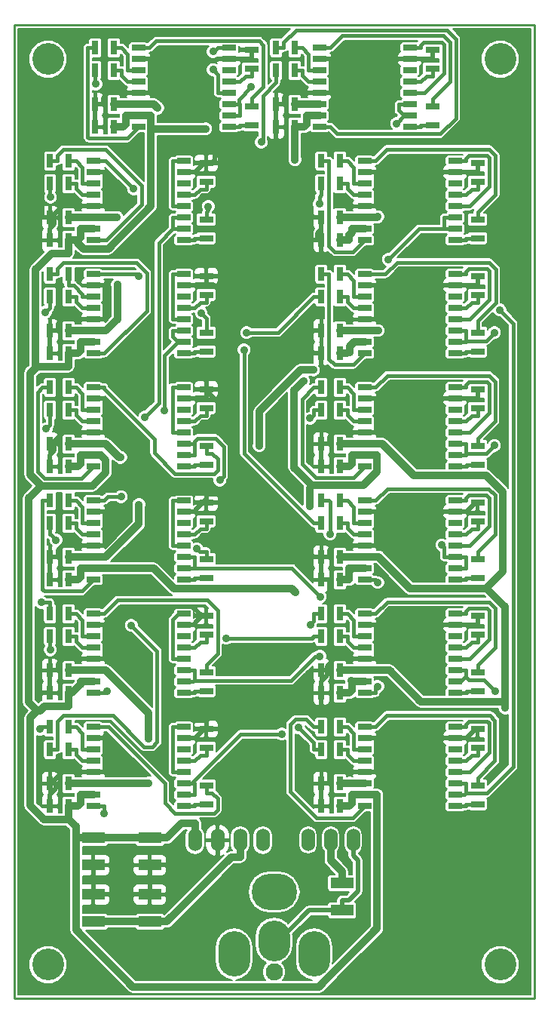
<source format=gbl>
G04 #@! TF.FileFunction,Copper,L2,Bot,Signal*
%FSLAX46Y46*%
G04 Gerber Fmt 4.6, Leading zero omitted, Abs format (unit mm)*
G04 Created by KiCad (PCBNEW no-vcs-found-product) date Thu 23 Jul 2015 11:14:11 AM EDT*
%MOMM*%
G01*
G04 APERTURE LIST*
%ADD10C,0.100000*%
%ADD11C,0.228600*%
%ADD12R,2.540000X1.270000*%
%ADD13C,1.930400*%
%ADD14O,3.556000X4.572000*%
%ADD15O,5.080000X4.064000*%
%ADD16O,3.556000X5.080000*%
%ADD17O,1.524000X2.540000*%
%ADD18R,1.600200X0.787400*%
%ADD19R,0.787400X1.600200*%
%ADD20C,3.556000*%
%ADD21R,1.524000X0.635000*%
%ADD22C,0.889000*%
%ADD23C,0.812800*%
%ADD24C,0.406400*%
%ADD25C,0.508000*%
%ADD26C,0.203200*%
G04 APERTURE END LIST*
D10*
D11*
X107569000Y-162951160D02*
X107569000Y-53731160D01*
X165989000Y-162951160D02*
X107569000Y-162951160D01*
X165989000Y-53731160D02*
X165989000Y-162951160D01*
X107569000Y-53731160D02*
X165989000Y-53731160D01*
D12*
X116459000Y-154315000D03*
X116459000Y-151267000D03*
X116459000Y-147965000D03*
X116459000Y-144917000D03*
D13*
X136779000Y-159953800D03*
D14*
X136779000Y-156448600D03*
D15*
X136779000Y-150962200D03*
D16*
X141274800Y-157947200D03*
X132283200Y-157947200D03*
D17*
X135509000Y-145171000D03*
X132969000Y-145171000D03*
X130429000Y-145171000D03*
X127889000Y-145171000D03*
X140589000Y-145171000D03*
X143129000Y-145171000D03*
X145669000Y-145171000D03*
D18*
X159639000Y-134782400D03*
X159639000Y-132699600D03*
D19*
X144170400Y-135011000D03*
X142087600Y-135011000D03*
D18*
X159639000Y-139049600D03*
X159639000Y-141132400D03*
D19*
X142087600Y-132471000D03*
X144170400Y-132471000D03*
D18*
X159639000Y-122082400D03*
X159639000Y-119999600D03*
D19*
X144170400Y-122311000D03*
X142087600Y-122311000D03*
D18*
X159639000Y-126349600D03*
X159639000Y-128432400D03*
D19*
X142087600Y-119771000D03*
X144170400Y-119771000D03*
D18*
X159639000Y-109382400D03*
X159639000Y-107299600D03*
D19*
X144170400Y-109611000D03*
X142087600Y-109611000D03*
D18*
X159639000Y-113649600D03*
X159639000Y-115732400D03*
D19*
X142087600Y-107071000D03*
X144170400Y-107071000D03*
D18*
X159639000Y-96682600D03*
X159639000Y-94599800D03*
D19*
X144170400Y-96911200D03*
X142087600Y-96911200D03*
D18*
X159639000Y-100949600D03*
X159639000Y-103032400D03*
D19*
X142087600Y-94371200D03*
X144170400Y-94371200D03*
D18*
X159639000Y-83982600D03*
X159639000Y-81899800D03*
D19*
X144170400Y-84211200D03*
X142087600Y-84211200D03*
D18*
X159639000Y-88249800D03*
X159639000Y-90332600D03*
D19*
X142087600Y-81671200D03*
X144170400Y-81671200D03*
D18*
X159639000Y-71282600D03*
X159639000Y-69199800D03*
D19*
X144170400Y-71511200D03*
X142087600Y-71511200D03*
D18*
X159639000Y-75549800D03*
X159639000Y-77632600D03*
D19*
X142087600Y-68971200D03*
X144170400Y-68971200D03*
D18*
X154559000Y-58582600D03*
X154559000Y-56499800D03*
D19*
X139090400Y-58811200D03*
X137007600Y-58811200D03*
D18*
X154559000Y-62849800D03*
X154559000Y-64932600D03*
D19*
X137007600Y-56271200D03*
X139090400Y-56271200D03*
D18*
X129159000Y-134782400D03*
X129159000Y-132699600D03*
D19*
X113690400Y-135011000D03*
X111607600Y-135011000D03*
D18*
X129159000Y-139049600D03*
X129159000Y-141132400D03*
D19*
X111607600Y-132471000D03*
X113690400Y-132471000D03*
D18*
X129159000Y-122082400D03*
X129159000Y-119999600D03*
D19*
X113690400Y-122311000D03*
X111607600Y-122311000D03*
D18*
X129159000Y-126349600D03*
X129159000Y-128432400D03*
D19*
X111607600Y-119771000D03*
X113690400Y-119771000D03*
D18*
X129159000Y-109382400D03*
X129159000Y-107299600D03*
D19*
X113690400Y-109611000D03*
X111607600Y-109611000D03*
D18*
X129159000Y-113649600D03*
X129159000Y-115732400D03*
D19*
X111607600Y-107071000D03*
X113690400Y-107071000D03*
D18*
X129159000Y-96682600D03*
X129159000Y-94599800D03*
D19*
X113690400Y-96911200D03*
X111607600Y-96911200D03*
D18*
X129159000Y-100949600D03*
X129159000Y-103032400D03*
D19*
X111607600Y-94371200D03*
X113690400Y-94371200D03*
D18*
X129159000Y-83982600D03*
X129159000Y-81899800D03*
D19*
X113690400Y-84211200D03*
X111607600Y-84211200D03*
D18*
X129159000Y-88249800D03*
X129159000Y-90332600D03*
D19*
X111607600Y-81671200D03*
X113690400Y-81671200D03*
D18*
X129159000Y-71282600D03*
X129159000Y-69199800D03*
D19*
X113690400Y-71511200D03*
X111607600Y-71511200D03*
D18*
X129159000Y-75549800D03*
X129159000Y-77632600D03*
D19*
X111607600Y-68971200D03*
X113690400Y-68971200D03*
D18*
X134239000Y-58582600D03*
X134239000Y-56499800D03*
D19*
X118770400Y-58811200D03*
X116687600Y-58811200D03*
D18*
X134239000Y-62849800D03*
X134239000Y-64932600D03*
D19*
X116687600Y-56271200D03*
X118770400Y-56271200D03*
X142087600Y-141361000D03*
X144170400Y-141361000D03*
X144170400Y-138821000D03*
X142087600Y-138821000D03*
X142087600Y-128661000D03*
X144170400Y-128661000D03*
X144170400Y-126121000D03*
X142087600Y-126121000D03*
X142087600Y-115961000D03*
X144170400Y-115961000D03*
X144170400Y-113421000D03*
X142087600Y-113421000D03*
X142087600Y-103261000D03*
X144170400Y-103261000D03*
X144170400Y-100721000D03*
X142087600Y-100721000D03*
X142087600Y-90561200D03*
X144170400Y-90561200D03*
X144170400Y-88021200D03*
X142087600Y-88021200D03*
X142087600Y-77861200D03*
X144170400Y-77861200D03*
X144170400Y-75321200D03*
X142087600Y-75321200D03*
X137007600Y-65161200D03*
X139090400Y-65161200D03*
X139090400Y-62621200D03*
X137007600Y-62621200D03*
X111607600Y-141361000D03*
X113690400Y-141361000D03*
X113690400Y-138821000D03*
X111607600Y-138821000D03*
X111607600Y-128661000D03*
X113690400Y-128661000D03*
X113690400Y-126121000D03*
X111607600Y-126121000D03*
X111607600Y-115961000D03*
X113690400Y-115961000D03*
X113690400Y-113421000D03*
X111607600Y-113421000D03*
X111607600Y-103261000D03*
X113690400Y-103261000D03*
X113690400Y-100721000D03*
X111607600Y-100721000D03*
X111607600Y-90561200D03*
X113690400Y-90561200D03*
X113690400Y-88021200D03*
X111607600Y-88021200D03*
X111607600Y-77861200D03*
X113690400Y-77861200D03*
X113690400Y-75321200D03*
X111607600Y-75321200D03*
X116687600Y-65161200D03*
X118770400Y-65161200D03*
X118770400Y-62621200D03*
X116687600Y-62621200D03*
D20*
X111379000Y-57541200D03*
X162179000Y-57541200D03*
X111379000Y-159141000D03*
X162179000Y-159141000D03*
D21*
X157099000Y-132471000D03*
X157099000Y-133741000D03*
X157099000Y-135011000D03*
X157099000Y-136281000D03*
X157099000Y-137551000D03*
X157099000Y-138821000D03*
X157099000Y-140091000D03*
X157099000Y-141361000D03*
X146939000Y-141361000D03*
X146939000Y-140091000D03*
X146939000Y-138821000D03*
X146939000Y-137551000D03*
X146939000Y-136281000D03*
X146939000Y-135011000D03*
X146939000Y-133741000D03*
X146939000Y-132471000D03*
X157099000Y-119771000D03*
X157099000Y-121041000D03*
X157099000Y-122311000D03*
X157099000Y-123581000D03*
X157099000Y-124851000D03*
X157099000Y-126121000D03*
X157099000Y-127391000D03*
X157099000Y-128661000D03*
X146939000Y-128661000D03*
X146939000Y-127391000D03*
X146939000Y-126121000D03*
X146939000Y-124851000D03*
X146939000Y-123581000D03*
X146939000Y-122311000D03*
X146939000Y-121041000D03*
X146939000Y-119771000D03*
X157099000Y-107071000D03*
X157099000Y-108341000D03*
X157099000Y-109611000D03*
X157099000Y-110881000D03*
X157099000Y-112151000D03*
X157099000Y-113421000D03*
X157099000Y-114691000D03*
X157099000Y-115961000D03*
X146939000Y-115961000D03*
X146939000Y-114691000D03*
X146939000Y-113421000D03*
X146939000Y-112151000D03*
X146939000Y-110881000D03*
X146939000Y-109611000D03*
X146939000Y-108341000D03*
X146939000Y-107071000D03*
X157099000Y-94371200D03*
X157099000Y-95641200D03*
X157099000Y-96911200D03*
X157099000Y-98181200D03*
X157099000Y-99451200D03*
X157099000Y-100721200D03*
X157099000Y-101991200D03*
X157099000Y-103261200D03*
X146939000Y-103261200D03*
X146939000Y-101991200D03*
X146939000Y-100721200D03*
X146939000Y-99451200D03*
X146939000Y-98181200D03*
X146939000Y-96911200D03*
X146939000Y-95641200D03*
X146939000Y-94371200D03*
X157099000Y-81671200D03*
X157099000Y-82941200D03*
X157099000Y-84211200D03*
X157099000Y-85481200D03*
X157099000Y-86751200D03*
X157099000Y-88021200D03*
X157099000Y-89291200D03*
X157099000Y-90561200D03*
X146939000Y-90561200D03*
X146939000Y-89291200D03*
X146939000Y-88021200D03*
X146939000Y-86751200D03*
X146939000Y-85481200D03*
X146939000Y-84211200D03*
X146939000Y-82941200D03*
X146939000Y-81671200D03*
X157099000Y-68971200D03*
X157099000Y-70241200D03*
X157099000Y-71511200D03*
X157099000Y-72781200D03*
X157099000Y-74051200D03*
X157099000Y-75321200D03*
X157099000Y-76591200D03*
X157099000Y-77861200D03*
X146939000Y-77861200D03*
X146939000Y-76591200D03*
X146939000Y-75321200D03*
X146939000Y-74051200D03*
X146939000Y-72781200D03*
X146939000Y-71511200D03*
X146939000Y-70241200D03*
X146939000Y-68971200D03*
X152019000Y-56271200D03*
X152019000Y-57541200D03*
X152019000Y-58811200D03*
X152019000Y-60081200D03*
X152019000Y-61351200D03*
X152019000Y-62621200D03*
X152019000Y-63891200D03*
X152019000Y-65161200D03*
X141859000Y-65161200D03*
X141859000Y-63891200D03*
X141859000Y-62621200D03*
X141859000Y-61351200D03*
X141859000Y-60081200D03*
X141859000Y-58811200D03*
X141859000Y-57541200D03*
X141859000Y-56271200D03*
X126619000Y-132471000D03*
X126619000Y-133741000D03*
X126619000Y-135011000D03*
X126619000Y-136281000D03*
X126619000Y-137551000D03*
X126619000Y-138821000D03*
X126619000Y-140091000D03*
X126619000Y-141361000D03*
X116459000Y-141361000D03*
X116459000Y-140091000D03*
X116459000Y-138821000D03*
X116459000Y-137551000D03*
X116459000Y-136281000D03*
X116459000Y-135011000D03*
X116459000Y-133741000D03*
X116459000Y-132471000D03*
X126619000Y-119771000D03*
X126619000Y-121041000D03*
X126619000Y-122311000D03*
X126619000Y-123581000D03*
X126619000Y-124851000D03*
X126619000Y-126121000D03*
X126619000Y-127391000D03*
X126619000Y-128661000D03*
X116459000Y-128661000D03*
X116459000Y-127391000D03*
X116459000Y-126121000D03*
X116459000Y-124851000D03*
X116459000Y-123581000D03*
X116459000Y-122311000D03*
X116459000Y-121041000D03*
X116459000Y-119771000D03*
X126619000Y-107071000D03*
X126619000Y-108341000D03*
X126619000Y-109611000D03*
X126619000Y-110881000D03*
X126619000Y-112151000D03*
X126619000Y-113421000D03*
X126619000Y-114691000D03*
X126619000Y-115961000D03*
X116459000Y-115961000D03*
X116459000Y-114691000D03*
X116459000Y-113421000D03*
X116459000Y-112151000D03*
X116459000Y-110881000D03*
X116459000Y-109611000D03*
X116459000Y-108341000D03*
X116459000Y-107071000D03*
X126619000Y-94371200D03*
X126619000Y-95641200D03*
X126619000Y-96911200D03*
X126619000Y-98181200D03*
X126619000Y-99451200D03*
X126619000Y-100721200D03*
X126619000Y-101991200D03*
X126619000Y-103261200D03*
X116459000Y-103261200D03*
X116459000Y-101991200D03*
X116459000Y-100721200D03*
X116459000Y-99451200D03*
X116459000Y-98181200D03*
X116459000Y-96911200D03*
X116459000Y-95641200D03*
X116459000Y-94371200D03*
X126619000Y-81671200D03*
X126619000Y-82941200D03*
X126619000Y-84211200D03*
X126619000Y-85481200D03*
X126619000Y-86751200D03*
X126619000Y-88021200D03*
X126619000Y-89291200D03*
X126619000Y-90561200D03*
X116459000Y-90561200D03*
X116459000Y-89291200D03*
X116459000Y-88021200D03*
X116459000Y-86751200D03*
X116459000Y-85481200D03*
X116459000Y-84211200D03*
X116459000Y-82941200D03*
X116459000Y-81671200D03*
X126619000Y-68971200D03*
X126619000Y-70241200D03*
X126619000Y-71511200D03*
X126619000Y-72781200D03*
X126619000Y-74051200D03*
X126619000Y-75321200D03*
X126619000Y-76591200D03*
X126619000Y-77861200D03*
X116459000Y-77861200D03*
X116459000Y-76591200D03*
X116459000Y-75321200D03*
X116459000Y-74051200D03*
X116459000Y-72781200D03*
X116459000Y-71511200D03*
X116459000Y-70241200D03*
X116459000Y-68971200D03*
X131699000Y-56271200D03*
X131699000Y-57541200D03*
X131699000Y-58811200D03*
X131699000Y-60081200D03*
X131699000Y-61351200D03*
X131699000Y-62621200D03*
X131699000Y-63891200D03*
X131699000Y-65161200D03*
X121539000Y-65161200D03*
X121539000Y-63891200D03*
X121539000Y-62621200D03*
X121539000Y-61351200D03*
X121539000Y-60081200D03*
X121539000Y-58811200D03*
X121539000Y-57541200D03*
X121539000Y-56271200D03*
D12*
X122809000Y-147965000D03*
X122809000Y-144917000D03*
X122809000Y-154315000D03*
X122809000Y-151267000D03*
X144399000Y-149997000D03*
X144399000Y-153045000D03*
D22*
X116756800Y-60330900D03*
X111663600Y-73044200D03*
X111101900Y-85922600D03*
X111161100Y-99013000D03*
X112278000Y-111490800D03*
X111634300Y-123812600D03*
X120726200Y-121059500D03*
X119578900Y-106656100D03*
X128086100Y-112484400D03*
X117975700Y-128437900D03*
X110647900Y-118515700D03*
X117678500Y-142210700D03*
X110507800Y-132719600D03*
X117941100Y-133582200D03*
X110315300Y-129229100D03*
X149837900Y-133312200D03*
X118030200Y-74053600D03*
X118030200Y-82845900D03*
X135326300Y-66847500D03*
X141851100Y-73771300D03*
X133670600Y-88237900D03*
X140819000Y-97851900D03*
X133401400Y-90166300D03*
X131363800Y-122541600D03*
X139524900Y-132539000D03*
X145320400Y-138777800D03*
X148521000Y-113421000D03*
X162722900Y-130348400D03*
X148449200Y-87990300D03*
X119547300Y-102226200D03*
X121597500Y-107536400D03*
X122687200Y-138766700D03*
X135108400Y-100922600D03*
X141172900Y-92421200D03*
X148425500Y-75215300D03*
X122687200Y-133771800D03*
X140183400Y-62597500D03*
X119151900Y-75316900D03*
X123703700Y-63024000D03*
X119181200Y-82842900D03*
X145224800Y-114667600D03*
X145276900Y-77202800D03*
X145276900Y-90438500D03*
X139114100Y-68825300D03*
X139144600Y-117376600D03*
X140067700Y-93687900D03*
X140759600Y-107706200D03*
X129097400Y-65345900D03*
X145463900Y-127282000D03*
X134213900Y-60630800D03*
X122255300Y-97717000D03*
X124474400Y-96954500D03*
X130681200Y-104791500D03*
X141957900Y-117866000D03*
X141901500Y-124548900D03*
X137658200Y-133285000D03*
X150526300Y-64774200D03*
X149624300Y-80018800D03*
X161531600Y-88210700D03*
X161531700Y-100902700D03*
X155626500Y-112035000D03*
X161609900Y-128436400D03*
X162133800Y-85699100D03*
X120971200Y-72104500D03*
X129389200Y-74075900D03*
X121559400Y-81933200D03*
X128597600Y-86039600D03*
X148416200Y-116275300D03*
X143065300Y-110819800D03*
X148413400Y-127927900D03*
X140864100Y-120971800D03*
X129925100Y-58725400D03*
X129925100Y-56683900D03*
D23*
X143129000Y-147431300D02*
X143129000Y-145171000D01*
X144399000Y-148701300D02*
X143129000Y-147431300D01*
X144399000Y-149997000D02*
X144399000Y-148701300D01*
D24*
X116687600Y-58811200D02*
X116687600Y-60068800D01*
X116756800Y-60138000D02*
X116756800Y-60330900D01*
X116687600Y-60068800D02*
X116756800Y-60138000D01*
X111607600Y-71511200D02*
X111607600Y-72768800D01*
X111663600Y-72824800D02*
X111663600Y-73044200D01*
X111607600Y-72768800D02*
X111663600Y-72824800D01*
X111555700Y-85468800D02*
X111101900Y-85922600D01*
X111607600Y-85468800D02*
X111555700Y-85468800D01*
X111607600Y-84211200D02*
X111607600Y-85468800D01*
X111607600Y-96911200D02*
X111607600Y-98168800D01*
X111607600Y-98566500D02*
X111161100Y-99013000D01*
X111607600Y-98168800D02*
X111607600Y-98566500D01*
X111607600Y-109611000D02*
X111607600Y-110868600D01*
X111655800Y-110868600D02*
X112278000Y-111490800D01*
X111607600Y-110868600D02*
X111655800Y-110868600D01*
X111607600Y-122311000D02*
X111607600Y-123568600D01*
X111607600Y-123785900D02*
X111634300Y-123812600D01*
X111607600Y-123568600D02*
X111607600Y-123785900D01*
X111607600Y-135011000D02*
X112458800Y-135011000D01*
X123633900Y-123967200D02*
X120726200Y-121059500D01*
X123633900Y-134165800D02*
X123633900Y-123967200D01*
X123096800Y-134702900D02*
X123633900Y-134165800D01*
X122165600Y-134702900D02*
X123096800Y-134702900D01*
X118675900Y-131213200D02*
X122165600Y-134702900D01*
X113103500Y-131213200D02*
X118675900Y-131213200D01*
X112458800Y-131857900D02*
X113103500Y-131213200D01*
X112458800Y-135011000D02*
X112458800Y-131857900D01*
D25*
X140690600Y-153045000D02*
X144399000Y-153045000D01*
X136779000Y-156956600D02*
X140690600Y-153045000D01*
X146177400Y-147457700D02*
X145669000Y-146949300D01*
X146177400Y-150909300D02*
X146177400Y-147457700D01*
X145185000Y-151901700D02*
X146177400Y-150909300D01*
X144399000Y-151901700D02*
X145185000Y-151901700D01*
X144399000Y-153045000D02*
X144399000Y-151901700D01*
X145669000Y-145171000D02*
X145669000Y-146949300D01*
D24*
X114541600Y-97483300D02*
X114541600Y-96911200D01*
X115239500Y-98181200D02*
X114541600Y-97483300D01*
X113690400Y-96911200D02*
X114541600Y-96911200D01*
X116459000Y-98181200D02*
X115239500Y-98181200D01*
X128485900Y-97533800D02*
X129159000Y-97533800D01*
X127838500Y-98181200D02*
X128485900Y-97533800D01*
X126619000Y-98181200D02*
X127838500Y-98181200D01*
X129159000Y-96682600D02*
X129159000Y-97533800D01*
X110756400Y-117045700D02*
X110756400Y-107071000D01*
X110954200Y-117243500D02*
X110756400Y-117045700D01*
X115176500Y-117243500D02*
X110954200Y-117243500D01*
X116459000Y-115961000D02*
X115176500Y-117243500D01*
X111607600Y-107071000D02*
X110756400Y-107071000D01*
X116459000Y-107071000D02*
X117678500Y-107071000D01*
X128400100Y-112798400D02*
X128086100Y-112484400D01*
X129159000Y-112798400D02*
X128400100Y-112798400D01*
X129159000Y-113649600D02*
X129159000Y-112798400D01*
X118093400Y-106656100D02*
X119578900Y-106656100D01*
X117678500Y-107071000D02*
X118093400Y-106656100D01*
X114541600Y-110183100D02*
X114541600Y-109611000D01*
X115239500Y-110881000D02*
X114541600Y-110183100D01*
X113690400Y-109611000D02*
X114541600Y-109611000D01*
X116459000Y-110881000D02*
X115239500Y-110881000D01*
X128485900Y-110233600D02*
X129159000Y-110233600D01*
X127838500Y-110881000D02*
X128485900Y-110233600D01*
X126619000Y-110881000D02*
X127838500Y-110881000D01*
X129159000Y-109382400D02*
X129159000Y-110233600D01*
X117752600Y-128661000D02*
X117975700Y-128437900D01*
X116459000Y-128661000D02*
X117752600Y-128661000D01*
X111607600Y-119771000D02*
X111607600Y-118513400D01*
X110650200Y-118513400D02*
X110647900Y-118515700D01*
X111607600Y-118513400D02*
X110650200Y-118513400D01*
X130423500Y-124233900D02*
X129159000Y-125498400D01*
X130423500Y-119409400D02*
X130423500Y-124233900D01*
X129244900Y-118230800D02*
X130423500Y-119409400D01*
X119218700Y-118230800D02*
X129244900Y-118230800D01*
X117678500Y-119771000D02*
X119218700Y-118230800D01*
X116459000Y-119771000D02*
X117678500Y-119771000D01*
X129159000Y-126349600D02*
X129159000Y-125498400D01*
X114541600Y-122883100D02*
X114541600Y-122311000D01*
X115239500Y-123581000D02*
X114541600Y-122883100D01*
X113690400Y-122311000D02*
X114541600Y-122311000D01*
X116459000Y-123581000D02*
X115239500Y-123581000D01*
X128485900Y-122933600D02*
X129159000Y-122933600D01*
X127838500Y-123581000D02*
X128485900Y-122933600D01*
X126619000Y-123581000D02*
X127838500Y-123581000D01*
X129159000Y-122082400D02*
X129159000Y-122933600D01*
X116459000Y-141361000D02*
X117678500Y-141361000D01*
X117678500Y-141361000D02*
X117678500Y-142210700D01*
X111607600Y-132471000D02*
X110756400Y-132471000D01*
X110507800Y-132719600D02*
X110756400Y-132471000D01*
X129797400Y-139900800D02*
X129159000Y-139900800D01*
X130416700Y-140520100D02*
X129797400Y-139900800D01*
X130416700Y-141751700D02*
X130416700Y-140520100D01*
X130025200Y-142143200D02*
X130416700Y-141751700D01*
X125654100Y-142143200D02*
X130025200Y-142143200D01*
X124508500Y-140997600D02*
X125654100Y-142143200D01*
X124508500Y-138817400D02*
X124508500Y-140997600D01*
X118162100Y-132471000D02*
X124508500Y-138817400D01*
X116459000Y-132471000D02*
X118162100Y-132471000D01*
X129159000Y-139049600D02*
X129159000Y-139900800D01*
X114541600Y-135583100D02*
X114541600Y-135011000D01*
X115239500Y-136281000D02*
X114541600Y-135583100D01*
X113690400Y-135011000D02*
X114541600Y-135011000D01*
X116459000Y-136281000D02*
X115239500Y-136281000D01*
X128485900Y-135633600D02*
X129159000Y-135633600D01*
X127838500Y-136281000D02*
X128485900Y-135633600D01*
X126619000Y-136281000D02*
X127838500Y-136281000D01*
X129159000Y-134782400D02*
X129159000Y-135633600D01*
X137858800Y-55632800D02*
X137858800Y-56271200D01*
X139225500Y-54266100D02*
X137858800Y-55632800D01*
X156169600Y-54266100D02*
X139225500Y-54266100D01*
X157179700Y-55276200D02*
X156169600Y-54266100D01*
X157179700Y-64171400D02*
X157179700Y-55276200D01*
X155414800Y-65936300D02*
X157179700Y-64171400D01*
X143853600Y-65936300D02*
X155414800Y-65936300D01*
X143078500Y-65161200D02*
X143853600Y-65936300D01*
X141859000Y-65161200D02*
X143078500Y-65161200D01*
X137007600Y-56271200D02*
X137858800Y-56271200D01*
X156518900Y-60038700D02*
X154559000Y-61998600D01*
X156518900Y-55656500D02*
X156518900Y-60038700D01*
X155789300Y-54926900D02*
X156518900Y-55656500D01*
X144422800Y-54926900D02*
X155789300Y-54926900D01*
X143078500Y-56271200D02*
X144422800Y-54926900D01*
X141859000Y-56271200D02*
X143078500Y-56271200D01*
X154559000Y-62849800D02*
X154559000Y-61998600D01*
D25*
X134239000Y-56499800D02*
X134239000Y-57401800D01*
X154559000Y-56499800D02*
X154559000Y-57401800D01*
X159639000Y-69199800D02*
X159639000Y-70101800D01*
X159639000Y-81899800D02*
X159639000Y-82801800D01*
X159639000Y-94599800D02*
X159639000Y-95501800D01*
X148209300Y-112151000D02*
X148209300Y-108341000D01*
X146939000Y-112151000D02*
X148209300Y-112151000D01*
X159639000Y-119999600D02*
X159639000Y-120901600D01*
X112071100Y-76089300D02*
X112071100Y-75321200D01*
X111607600Y-76552800D02*
X112071100Y-76089300D01*
X111607600Y-77861200D02*
X111607600Y-76552800D01*
X112080300Y-101479900D02*
X112080300Y-100721000D01*
X111607600Y-101952600D02*
X112080300Y-101479900D01*
X111607600Y-100721000D02*
X112080300Y-100721000D01*
X111607600Y-103261000D02*
X111607600Y-101952600D01*
X111607600Y-126121000D02*
X112509600Y-126121000D01*
X143129300Y-61351200D02*
X143129300Y-57541200D01*
X141859000Y-61351200D02*
X143129300Y-61351200D01*
X141859000Y-57541200D02*
X143129300Y-57541200D01*
X154419600Y-57541200D02*
X152019000Y-57541200D01*
X154559000Y-57401800D02*
X154419600Y-57541200D01*
X152019000Y-57541200D02*
X143129300Y-57541200D01*
X159499600Y-70241200D02*
X157099000Y-70241200D01*
X159639000Y-70101800D02*
X159499600Y-70241200D01*
X159499600Y-95641200D02*
X157099000Y-95641200D01*
X159639000Y-95501800D02*
X159499600Y-95641200D01*
X159499600Y-121041000D02*
X157099000Y-121041000D01*
X159639000Y-120901600D02*
X159499600Y-121041000D01*
X111607600Y-128661000D02*
X111607600Y-126121000D01*
X146939000Y-86751200D02*
X148209300Y-86751200D01*
X116459000Y-99451200D02*
X115188700Y-99451200D01*
X126619000Y-133741000D02*
X127889300Y-133741000D01*
X147383600Y-124851000D02*
X148209300Y-124851000D01*
X145613200Y-112095500D02*
X145668700Y-112151000D01*
X143525800Y-112095500D02*
X145613200Y-112095500D01*
X142989600Y-112631700D02*
X143525800Y-112095500D01*
X142989600Y-113421000D02*
X142989600Y-112631700D01*
X146939000Y-112151000D02*
X145668700Y-112151000D01*
X116459000Y-86751200D02*
X115188700Y-86751200D01*
X116459000Y-151267000D02*
X118237300Y-151267000D01*
X122809000Y-151267000D02*
X118237300Y-151267000D01*
X116459000Y-148536500D02*
X116459000Y-151267000D01*
X142087600Y-100721000D02*
X142087600Y-103261000D01*
X159410700Y-107299600D02*
X159639000Y-107299600D01*
X158369300Y-108341000D02*
X159410700Y-107299600D01*
X157099000Y-108341000D02*
X158369300Y-108341000D01*
X146939000Y-95641200D02*
X148209300Y-95641200D01*
X157099000Y-95641200D02*
X155828700Y-95641200D01*
X146939000Y-133741000D02*
X148209300Y-133741000D01*
X116459000Y-147965000D02*
X116459000Y-148536500D01*
X126619000Y-95641200D02*
X127889300Y-95641200D01*
X142087600Y-77861200D02*
X141636600Y-77861200D01*
X142087600Y-75321200D02*
X142087600Y-76629600D01*
X142087600Y-75321200D02*
X141185600Y-75321200D01*
X116459000Y-108341000D02*
X117729300Y-108341000D01*
X122809000Y-151267000D02*
X122809000Y-147965000D01*
X129413300Y-147965000D02*
X130429000Y-146949300D01*
X122809000Y-147965000D02*
X129413300Y-147965000D01*
X111607600Y-113421000D02*
X111607600Y-115961000D01*
X111607600Y-113421000D02*
X112509600Y-113421000D01*
X116459000Y-112151000D02*
X115188700Y-112151000D01*
X116459000Y-112151000D02*
X117729300Y-112151000D01*
X117729300Y-112151000D02*
X117729300Y-108341000D01*
X112242400Y-139417800D02*
X112242400Y-138821000D01*
X111607600Y-140052600D02*
X112242400Y-139417800D01*
X111607600Y-141361000D02*
X111607600Y-140052600D01*
X159410700Y-132699600D02*
X158369300Y-133741000D01*
X159639000Y-132699600D02*
X159410700Y-132699600D01*
X116459000Y-137551000D02*
X117729300Y-137551000D01*
X116459000Y-133741000D02*
X117729300Y-133741000D01*
X111607600Y-138821000D02*
X111925000Y-138821000D01*
X111925000Y-138821000D02*
X112242400Y-138821000D01*
X115091900Y-137454200D02*
X115188700Y-137551000D01*
X113128100Y-137454200D02*
X115091900Y-137454200D01*
X111925000Y-138657300D02*
X113128100Y-137454200D01*
X111925000Y-138821000D02*
X111925000Y-138657300D01*
X116459000Y-137551000D02*
X115188700Y-137551000D01*
X142087600Y-90561200D02*
X142087600Y-91869600D01*
X142087600Y-100721000D02*
X142989600Y-100721000D01*
X146939000Y-108341000D02*
X148018700Y-108341000D01*
X148018700Y-108341000D02*
X148209300Y-108341000D01*
X148209300Y-95641200D02*
X155828700Y-95641200D01*
X146939000Y-121041000D02*
X148209300Y-121041000D01*
X157099000Y-121041000D02*
X155828700Y-121041000D01*
X146939000Y-82941200D02*
X148209300Y-82941200D01*
X148209300Y-82941200D02*
X148209300Y-86751200D01*
X159499600Y-82941200D02*
X157099000Y-82941200D01*
X159639000Y-82801800D02*
X159499600Y-82941200D01*
X157099000Y-82941200D02*
X148209300Y-82941200D01*
X115150200Y-86712700D02*
X115188700Y-86751200D01*
X113028800Y-86712700D02*
X115150200Y-86712700D01*
X112509600Y-87231900D02*
X113028800Y-86712700D01*
X112509600Y-88021200D02*
X112509600Y-87231900D01*
X111607600Y-88021200D02*
X111607600Y-90561200D01*
X111607600Y-88021200D02*
X112509600Y-88021200D01*
X117729300Y-82941200D02*
X117729300Y-86751200D01*
X116459000Y-82941200D02*
X117729300Y-82941200D01*
X116459000Y-86751200D02*
X117729300Y-86751200D01*
X117729300Y-137551000D02*
X117729300Y-133741000D01*
X117782300Y-133741000D02*
X117729300Y-133741000D01*
X117941100Y-133582200D02*
X117782300Y-133741000D01*
X130429000Y-145558300D02*
X130429000Y-146949300D01*
X147383600Y-124851000D02*
X146939000Y-124851000D01*
X142290700Y-113421000D02*
X142989600Y-113421000D01*
X146939000Y-99451200D02*
X148018700Y-99451200D01*
X148209300Y-108341000D02*
X157099000Y-108341000D01*
X148209300Y-99260600D02*
X148018700Y-99451200D01*
X148209300Y-95641200D02*
X148209300Y-99260600D01*
X128028700Y-95501800D02*
X127889300Y-95641200D01*
X129159000Y-95501800D02*
X128028700Y-95501800D01*
X142989600Y-99931700D02*
X143508800Y-99412500D01*
X142989600Y-100721000D02*
X142989600Y-99931700D01*
X145630000Y-99412500D02*
X145668700Y-99451200D01*
X143508800Y-99412500D02*
X145630000Y-99412500D01*
X146939000Y-99451200D02*
X145668700Y-99451200D01*
X141636600Y-77080600D02*
X141636600Y-77861200D01*
X142087600Y-76629600D02*
X141636600Y-77080600D01*
X146939000Y-74051200D02*
X148209300Y-74051200D01*
X142087600Y-77861200D02*
X142087600Y-79169600D01*
X142819900Y-79901900D02*
X142087600Y-79169600D01*
X146705100Y-79901900D02*
X142819900Y-79901900D01*
X149403900Y-77203100D02*
X146705100Y-79901900D01*
X149403900Y-74797700D02*
X149403900Y-77203100D01*
X148657400Y-74051200D02*
X149403900Y-74797700D01*
X148209300Y-74051200D02*
X148657400Y-74051200D01*
X146939000Y-70241200D02*
X148209300Y-70241200D01*
X148209300Y-74051200D02*
X148209300Y-70241200D01*
X148209300Y-70241200D02*
X157099000Y-70241200D01*
X129159000Y-94917200D02*
X129159000Y-95501800D01*
X148209300Y-124851000D02*
X148209300Y-121041000D01*
X111607600Y-128661000D02*
X110705600Y-128661000D01*
X115099500Y-112061800D02*
X115188700Y-112151000D01*
X113079500Y-112061800D02*
X115099500Y-112061800D01*
X112509600Y-112631700D02*
X113079500Y-112061800D01*
X112509600Y-113421000D02*
X112509600Y-112631700D01*
X157734200Y-133741000D02*
X158369300Y-133741000D01*
X157734200Y-133741000D02*
X157099000Y-133741000D01*
X130429000Y-145558300D02*
X130429000Y-145171000D01*
X155828700Y-121041000D02*
X148209300Y-121041000D01*
X137007600Y-65161200D02*
X137007600Y-66469600D01*
X134099600Y-57541200D02*
X131699000Y-57541200D01*
X134239000Y-57401800D02*
X134099600Y-57541200D01*
X143268300Y-99172000D02*
X143268300Y-93050300D01*
X143508800Y-99412500D02*
X143268300Y-99172000D01*
X143268300Y-93050300D02*
X142087600Y-91869600D01*
X146308900Y-93050300D02*
X143268300Y-93050300D01*
X149428500Y-89930700D02*
X146308900Y-93050300D01*
X149428500Y-87620400D02*
X149428500Y-89930700D01*
X148559300Y-86751200D02*
X149428500Y-87620400D01*
X148209300Y-86751200D02*
X148559300Y-86751200D01*
X142087600Y-126121000D02*
X142722400Y-126121000D01*
X142087600Y-128661000D02*
X142087600Y-127352600D01*
X128851100Y-132699600D02*
X129159000Y-132699600D01*
X128851100Y-132779200D02*
X128851100Y-132699600D01*
X127889300Y-133741000D02*
X128851100Y-132779200D01*
X129159000Y-132699600D02*
X129159000Y-131797600D01*
X142087600Y-128661000D02*
X142087600Y-129969400D01*
X142087600Y-138821000D02*
X142989600Y-138821000D01*
X141961400Y-130095600D02*
X141961400Y-130415800D01*
X142087600Y-129969400D02*
X141961400Y-130095600D01*
X148209300Y-137551000D02*
X148209300Y-133741000D01*
X146939000Y-137551000D02*
X148209300Y-137551000D01*
X115823900Y-124851000D02*
X115188700Y-124851000D01*
X142087600Y-141361000D02*
X142087600Y-138821000D01*
X129159000Y-131797600D02*
X129159000Y-131788000D01*
X130531200Y-130415800D02*
X141961400Y-130415800D01*
X129159000Y-131788000D02*
X130531200Y-130415800D01*
X115150200Y-124812500D02*
X115188700Y-124851000D01*
X113082000Y-124812500D02*
X115150200Y-124812500D01*
X112509600Y-125384900D02*
X113082000Y-124812500D01*
X112509600Y-126121000D02*
X112509600Y-125384900D01*
X137007600Y-65161200D02*
X137007600Y-62621200D01*
X140533200Y-61295700D02*
X140588700Y-61351200D01*
X138445800Y-61295700D02*
X140533200Y-61295700D01*
X137909600Y-61831900D02*
X138445800Y-61295700D01*
X137909600Y-62621200D02*
X137909600Y-61831900D01*
X137007600Y-62621200D02*
X137909600Y-62621200D01*
X141859000Y-61351200D02*
X140588700Y-61351200D01*
X146939000Y-137551000D02*
X145668700Y-137551000D01*
X145589300Y-137471600D02*
X145668700Y-137551000D01*
X142989600Y-137471600D02*
X145589300Y-137471600D01*
X142989600Y-131444000D02*
X142989600Y-137471600D01*
X141961400Y-130415800D02*
X142989600Y-131444000D01*
X142989600Y-137471600D02*
X142989600Y-138821000D01*
X115823900Y-124851000D02*
X116459000Y-124851000D01*
X117729300Y-124851000D02*
X117729300Y-121041000D01*
X116459000Y-124851000D02*
X117729300Y-124851000D01*
X116459000Y-121041000D02*
X117729300Y-121041000D01*
X116459000Y-95641200D02*
X117729300Y-95641200D01*
X116459000Y-99451200D02*
X117655000Y-99451200D01*
X149450500Y-133741000D02*
X149837900Y-133353600D01*
X148209300Y-133741000D02*
X149450500Y-133741000D01*
X149837900Y-133353600D02*
X149837900Y-133312200D01*
X155441300Y-133353600D02*
X155828700Y-133741000D01*
X149837900Y-133353600D02*
X155441300Y-133353600D01*
X157099000Y-133741000D02*
X155828700Y-133741000D01*
X118663700Y-120106600D02*
X117729300Y-121041000D01*
X124568400Y-120106600D02*
X118663700Y-120106600D01*
X124568400Y-128433300D02*
X124568400Y-120106600D01*
X127923100Y-131788000D02*
X124568400Y-128433300D01*
X129159000Y-131788000D02*
X127923100Y-131788000D01*
X126619000Y-121041000D02*
X127889300Y-121041000D01*
X127889300Y-120763800D02*
X128653500Y-119999600D01*
X127889300Y-121041000D02*
X127889300Y-120763800D01*
X127599000Y-118945100D02*
X128653500Y-119999600D01*
X125646600Y-118945100D02*
X127599000Y-118945100D01*
X124568400Y-120023300D02*
X125646600Y-118945100D01*
X124568400Y-120106600D02*
X124568400Y-120023300D01*
X128653500Y-119999600D02*
X129159000Y-119999600D01*
X117655000Y-99451200D02*
X117729300Y-99376900D01*
X117729300Y-99376900D02*
X117729300Y-95641200D01*
X142290700Y-113421000D02*
X142087600Y-113421000D01*
X142087600Y-113421000D02*
X141185600Y-113421000D01*
X116459000Y-70241200D02*
X117729300Y-70241200D01*
X116459000Y-74051200D02*
X117094200Y-74051200D01*
X112080300Y-100416200D02*
X112080300Y-100721000D01*
X113084000Y-99412500D02*
X112080300Y-100416200D01*
X115150000Y-99412500D02*
X113084000Y-99412500D01*
X115188700Y-99451200D02*
X115150000Y-99412500D01*
X117094200Y-74051200D02*
X117729300Y-74051200D01*
X117729300Y-74051200D02*
X117729300Y-70241200D01*
X117824600Y-82845900D02*
X117729300Y-82941200D01*
X118030200Y-82845900D02*
X117824600Y-82845900D01*
X118027800Y-74051200D02*
X118030200Y-74053600D01*
X117729300Y-74051200D02*
X118027800Y-74051200D01*
X121539000Y-61351200D02*
X120268700Y-61351200D01*
X116687600Y-62621200D02*
X117589600Y-62621200D01*
X116687600Y-65161200D02*
X116687600Y-62621200D01*
X120184600Y-61267100D02*
X118202000Y-61267100D01*
X120268700Y-61351200D02*
X120184600Y-61267100D01*
X117589600Y-61879500D02*
X117589600Y-62621200D01*
X118202000Y-61267100D02*
X117589600Y-61879500D01*
X110705600Y-65050900D02*
X110705600Y-75321200D01*
X114664800Y-61091700D02*
X110705600Y-65050900D01*
X114664800Y-56321500D02*
X114664800Y-61091700D01*
X116023600Y-54962700D02*
X114664800Y-56321500D01*
X117336600Y-54962700D02*
X116023600Y-54962700D01*
X117868300Y-55494400D02*
X117336600Y-54962700D01*
X117868300Y-60933400D02*
X117868300Y-55494400D01*
X118202000Y-61267100D02*
X117868300Y-60933400D01*
X111607600Y-75321200D02*
X110705600Y-75321200D01*
X121539000Y-61351200D02*
X122809300Y-61351200D01*
X121539000Y-57541200D02*
X122809300Y-57541200D01*
X122809300Y-57541200D02*
X122809300Y-61351200D01*
X111607600Y-75321200D02*
X111839400Y-75321200D01*
X111839400Y-75321200D02*
X112071100Y-75321200D01*
X115091900Y-73954400D02*
X115188700Y-74051200D01*
X113132400Y-73954400D02*
X115091900Y-73954400D01*
X111839400Y-75247400D02*
X113132400Y-73954400D01*
X111839400Y-75321200D02*
X111839400Y-75247400D01*
X116459000Y-74051200D02*
X115188700Y-74051200D01*
X110315300Y-129051300D02*
X110315300Y-129229100D01*
X110705600Y-128661000D02*
X110315300Y-129051300D01*
X129159000Y-106848600D02*
X129159000Y-106899600D01*
X129159000Y-107299600D02*
X129159000Y-106899600D01*
X129159000Y-106848600D02*
X129159000Y-106397600D01*
X127889300Y-108169300D02*
X127889300Y-108341000D01*
X129159000Y-106899600D02*
X127889300Y-108169300D01*
X126619000Y-108341000D02*
X127889300Y-108341000D01*
X132696000Y-104931400D02*
X141185600Y-113421000D01*
X131888800Y-104931400D02*
X132696000Y-104931400D01*
X130422600Y-106397600D02*
X131888800Y-104931400D01*
X129159000Y-106397600D02*
X130422600Y-106397600D01*
X129391900Y-94917200D02*
X129159000Y-94917200D01*
X131888800Y-97414100D02*
X129391900Y-94917200D01*
X131888800Y-104931400D02*
X131888800Y-97414100D01*
X129002400Y-106241000D02*
X129159000Y-106397600D01*
X120531800Y-106241000D02*
X129002400Y-106241000D01*
X120531800Y-101862900D02*
X120531800Y-106241000D01*
X118045800Y-99376900D02*
X120531800Y-101862900D01*
X117729300Y-99376900D02*
X118045800Y-99376900D01*
X119272200Y-108341000D02*
X117729300Y-108341000D01*
X120531800Y-107081400D02*
X119272200Y-108341000D01*
X120531800Y-106241000D02*
X120531800Y-107081400D01*
X128930700Y-69199800D02*
X127889300Y-70241200D01*
X129159000Y-69199800D02*
X128930700Y-69199800D01*
X126619000Y-70241200D02*
X127889300Y-70241200D01*
X137007600Y-69199800D02*
X130467400Y-69199800D01*
X137007600Y-71143200D02*
X137007600Y-69199800D01*
X141185600Y-75321200D02*
X137007600Y-71143200D01*
X137007600Y-69199800D02*
X137007600Y-66469600D01*
X129159000Y-69199800D02*
X129813200Y-69199800D01*
X129813200Y-69199800D02*
X130467400Y-69199800D01*
X131699000Y-57541200D02*
X130428700Y-57541200D01*
X130287100Y-57682800D02*
X130428700Y-57541200D01*
X129606600Y-57682800D02*
X130287100Y-57682800D01*
X126529900Y-60759500D02*
X129606600Y-57682800D01*
X126529900Y-61351200D02*
X126529900Y-60759500D01*
X130120900Y-64942200D02*
X126529900Y-61351200D01*
X130120900Y-68892100D02*
X130120900Y-64942200D01*
X129813200Y-69199800D02*
X130120900Y-68892100D01*
X126529900Y-61351200D02*
X122809300Y-61351200D01*
X142722400Y-126717800D02*
X142722400Y-126121000D01*
X142087600Y-127352600D02*
X142722400Y-126717800D01*
X146939000Y-124851000D02*
X145668700Y-124851000D01*
X142722400Y-125639700D02*
X143607900Y-124754200D01*
X142722400Y-126121000D02*
X142722400Y-125639700D01*
X145571900Y-124754200D02*
X145668700Y-124851000D01*
X143607900Y-124754200D02*
X145571900Y-124754200D01*
X142087600Y-113421000D02*
X142087600Y-115961000D01*
X142989600Y-124135900D02*
X143607900Y-124754200D01*
X142989600Y-115961000D02*
X142989600Y-124135900D01*
X142087600Y-115961000D02*
X142989600Y-115961000D01*
X129159000Y-94917200D02*
X129159000Y-94599800D01*
X129159000Y-94599800D02*
X129159000Y-93697800D01*
X140418800Y-77861200D02*
X141636600Y-77861200D01*
X132698800Y-85581200D02*
X140418800Y-77861200D01*
X129919400Y-82801800D02*
X129159000Y-82801800D01*
X132698800Y-85581200D02*
X129919400Y-82801800D01*
X129159000Y-81899800D02*
X129159000Y-82801800D01*
X128028700Y-82801800D02*
X129159000Y-82801800D01*
X127889300Y-82941200D02*
X128028700Y-82801800D01*
X126619000Y-82941200D02*
X127889300Y-82941200D01*
X142087600Y-90561200D02*
X141185600Y-90561200D01*
X129159000Y-92991600D02*
X132952700Y-89197900D01*
X129159000Y-93697800D02*
X129159000Y-92991600D01*
X132698800Y-88944000D02*
X132952700Y-89197900D01*
X132698800Y-85581200D02*
X132698800Y-88944000D01*
X142087600Y-88021200D02*
X141185600Y-88021200D01*
X140008900Y-89384500D02*
X141185600Y-90561200D01*
X140008900Y-89197900D02*
X140008900Y-89384500D01*
X132952700Y-89197900D02*
X140008900Y-89197900D01*
X140008900Y-89197900D02*
X141185600Y-88021200D01*
D24*
X135517500Y-66656300D02*
X135326300Y-66847500D01*
X135517500Y-61654600D02*
X135517500Y-66656300D01*
X137007600Y-60164500D02*
X135517500Y-61654600D01*
X137007600Y-58811200D02*
X137007600Y-60164500D01*
X141851100Y-73005300D02*
X141851100Y-73771300D01*
X142087600Y-72768800D02*
X141851100Y-73005300D01*
X142087600Y-71511200D02*
X142087600Y-72768800D01*
X142087600Y-84211200D02*
X141236400Y-84211200D01*
X137209700Y-88237900D02*
X133670600Y-88237900D01*
X141236400Y-84211200D02*
X137209700Y-88237900D01*
X142087600Y-96911200D02*
X141236400Y-96911200D01*
X141236400Y-97434500D02*
X140819000Y-97851900D01*
X141236400Y-96911200D02*
X141236400Y-97434500D01*
X142087600Y-109611000D02*
X141236400Y-109611000D01*
X133401400Y-101776000D02*
X133401400Y-90166300D01*
X141236400Y-109611000D02*
X133401400Y-101776000D01*
X141005800Y-122541600D02*
X131363800Y-122541600D01*
X141236400Y-122311000D02*
X141005800Y-122541600D01*
X142087600Y-122311000D02*
X141236400Y-122311000D01*
X141236400Y-134250500D02*
X139524900Y-132539000D01*
X141236400Y-135011000D02*
X141236400Y-134250500D01*
X142087600Y-135011000D02*
X141236400Y-135011000D01*
D23*
X146939000Y-75321200D02*
X144170400Y-75321200D01*
X116459000Y-113421000D02*
X113690400Y-113421000D01*
X144170400Y-113421000D02*
X146939000Y-113421000D01*
X144170400Y-126121000D02*
X146939000Y-126121000D01*
X113690400Y-88021200D02*
X116459000Y-88021200D01*
X115036100Y-100721000D02*
X115036300Y-100721200D01*
X113690400Y-100721000D02*
X115036100Y-100721000D01*
X113690400Y-75321200D02*
X114744800Y-75321200D01*
X116459000Y-75321200D02*
X114744800Y-75321200D01*
X116201300Y-100721200D02*
X115036300Y-100721200D01*
X116201300Y-100721200D02*
X116459000Y-100721200D01*
X113690400Y-138821000D02*
X114744800Y-138821000D01*
X116459000Y-138821000D02*
X114744800Y-138821000D01*
X146939000Y-88021200D02*
X144170400Y-88021200D01*
X144170400Y-138821000D02*
X145224800Y-138821000D01*
X145268000Y-138777800D02*
X145320400Y-138777800D01*
X145224800Y-138821000D02*
X145268000Y-138777800D01*
X145363600Y-138821000D02*
X145320400Y-138777800D01*
X146939000Y-138821000D02*
X145363600Y-138821000D01*
X146939000Y-113421000D02*
X148521000Y-113421000D01*
X160540600Y-116979800D02*
X160612400Y-116908000D01*
X152079800Y-116979800D02*
X160540600Y-116979800D01*
X148521000Y-113421000D02*
X152079800Y-116979800D01*
X146939000Y-88021200D02*
X148361700Y-88021200D01*
X162722900Y-119018600D02*
X162722900Y-129655600D01*
X160612400Y-116908000D02*
X162722900Y-119018600D01*
X149736900Y-126121000D02*
X146939000Y-126121000D01*
X153271500Y-129655600D02*
X149736900Y-126121000D01*
X162722900Y-129655600D02*
X153271500Y-129655600D01*
X162722900Y-129655600D02*
X162722900Y-130348400D01*
X116459000Y-100721200D02*
X117881700Y-100721200D01*
X116459000Y-113421000D02*
X117881700Y-113421000D01*
X116459000Y-138821000D02*
X117881700Y-138821000D01*
X113690400Y-126121000D02*
X116459000Y-126121000D01*
X148418300Y-88021200D02*
X148449200Y-87990300D01*
X148361700Y-88021200D02*
X148418300Y-88021200D01*
X148361700Y-75279100D02*
X148425500Y-75215300D01*
X148361700Y-75321200D02*
X148361700Y-75279100D01*
X146939000Y-75321200D02*
X148361700Y-75321200D01*
X122687200Y-130926500D02*
X117881700Y-126121000D01*
X122687200Y-133771800D02*
X122687200Y-130926500D01*
X116459000Y-126121000D02*
X117881700Y-126121000D01*
X117936000Y-138766700D02*
X122687200Y-138766700D01*
X117881700Y-138821000D02*
X117936000Y-138766700D01*
X118770400Y-62621200D02*
X121539000Y-62621200D01*
X121597500Y-109705200D02*
X121597500Y-107536400D01*
X117881700Y-113421000D02*
X121597500Y-109705200D01*
X119386700Y-102226200D02*
X119547300Y-102226200D01*
X117881700Y-100721200D02*
X119386700Y-102226200D01*
X139752400Y-92421200D02*
X141172900Y-92421200D01*
X135108400Y-97065200D02*
X139752400Y-92421200D01*
X135108400Y-100922600D02*
X135108400Y-97065200D01*
X116459000Y-154315000D02*
X122809000Y-154315000D01*
X131953000Y-147101700D02*
X132969000Y-147101700D01*
X124739700Y-154315000D02*
X131953000Y-147101700D01*
X122809000Y-154315000D02*
X124739700Y-154315000D01*
X132969000Y-145171000D02*
X132969000Y-147101700D01*
X139090400Y-62621200D02*
X140144800Y-62621200D01*
X140168500Y-62597500D02*
X140183400Y-62597500D01*
X140144800Y-62621200D02*
X140168500Y-62597500D01*
X140207100Y-62621200D02*
X140183400Y-62597500D01*
X141859000Y-62621200D02*
X140207100Y-62621200D01*
X123300900Y-62621200D02*
X121539000Y-62621200D01*
X123703700Y-63024000D02*
X123300900Y-62621200D01*
X119181200Y-86721700D02*
X117881700Y-88021200D01*
X119181200Y-82842900D02*
X119181200Y-86721700D01*
X116459000Y-88021200D02*
X117881700Y-88021200D01*
X119147600Y-75321200D02*
X119151900Y-75316900D01*
X116459000Y-75321200D02*
X119147600Y-75321200D01*
X148940300Y-100721200D02*
X146939000Y-100721200D01*
X152458600Y-104239500D02*
X148940300Y-100721200D01*
X160585200Y-104239500D02*
X152458600Y-104239500D01*
X162475800Y-106130100D02*
X160585200Y-104239500D01*
X162475800Y-115044600D02*
X162475800Y-106130100D01*
X160612400Y-116908000D02*
X162475800Y-115044600D01*
X145225000Y-100721200D02*
X145224800Y-100721000D01*
X146939000Y-100721200D02*
X145225000Y-100721200D01*
X144170400Y-100721000D02*
X145224800Y-100721000D01*
X115036300Y-90269700D02*
X114744800Y-90561200D01*
X115036300Y-89291200D02*
X115036300Y-90269700D01*
X116459000Y-89291200D02*
X115036300Y-89291200D01*
X114217600Y-90561200D02*
X114744800Y-90561200D01*
X113690400Y-90561200D02*
X114128500Y-90561200D01*
X114217600Y-90561200D02*
X114128500Y-90561200D01*
X145224800Y-114982500D02*
X145516300Y-114691000D01*
X145224800Y-115961000D02*
X145224800Y-114982500D01*
X144170400Y-115961000D02*
X145224800Y-115961000D01*
X115036300Y-77569700D02*
X114744800Y-77861200D01*
X115036300Y-76591200D02*
X115036300Y-77569700D01*
X113690400Y-77861200D02*
X114744800Y-77861200D01*
X116459000Y-76591200D02*
X115036300Y-76591200D01*
X145516300Y-102969500D02*
X145224800Y-103261000D01*
X145516300Y-101991200D02*
X145516300Y-102969500D01*
X144170400Y-103261000D02*
X145224800Y-103261000D01*
X146939000Y-101991200D02*
X145516300Y-101991200D01*
X145492900Y-114667600D02*
X145224800Y-114667600D01*
X145516300Y-114691000D02*
X145492900Y-114667600D01*
X146939000Y-114691000D02*
X145516300Y-114691000D01*
X145516300Y-128369500D02*
X145224800Y-128661000D01*
X145516300Y-127391000D02*
X145516300Y-128369500D01*
X144170400Y-128661000D02*
X145224800Y-128661000D01*
X146939000Y-127391000D02*
X145516300Y-127391000D01*
X144170400Y-77861200D02*
X145224800Y-77861200D01*
X145224800Y-77254900D02*
X145276900Y-77202800D01*
X145224800Y-77861200D02*
X145224800Y-77254900D01*
X145516300Y-76963400D02*
X145516300Y-76591200D01*
X145276900Y-77202800D02*
X145516300Y-76963400D01*
X146939000Y-76591200D02*
X145516300Y-76591200D01*
X126416400Y-143240300D02*
X127889000Y-143240300D01*
X124739700Y-144917000D02*
X126416400Y-143240300D01*
X127889000Y-145171000D02*
X127889000Y-143240300D01*
X123774400Y-144917000D02*
X124739700Y-144917000D01*
X120116300Y-64869700D02*
X119824800Y-65161200D01*
X120116300Y-63891200D02*
X120116300Y-64869700D01*
X118770400Y-65161200D02*
X119824800Y-65161200D01*
X121094500Y-63891200D02*
X120116300Y-63891200D01*
X146939000Y-89291200D02*
X145783100Y-89291200D01*
X144170400Y-90561200D02*
X144960400Y-90561200D01*
X145083100Y-90438500D02*
X144960400Y-90561200D01*
X145276900Y-90438500D02*
X145083100Y-90438500D01*
X145276900Y-89797400D02*
X145276900Y-90438500D01*
X145783100Y-89291200D02*
X145276900Y-89797400D01*
X113690400Y-141361000D02*
X113690400Y-142821800D01*
X115036300Y-141069500D02*
X114744800Y-141361000D01*
X115036300Y-140091000D02*
X115036300Y-141069500D01*
X113690400Y-141361000D02*
X114744800Y-141361000D01*
X116459000Y-140091000D02*
X115036300Y-140091000D01*
X123774400Y-144917000D02*
X122809000Y-144917000D01*
X139090400Y-65161200D02*
X140144800Y-65161200D01*
X141859000Y-63891200D02*
X140436300Y-63891200D01*
X139090400Y-68801600D02*
X139090400Y-65161200D01*
X139114100Y-68825300D02*
X139090400Y-68801600D01*
X113690400Y-128661000D02*
X114046800Y-128661000D01*
X115036300Y-127671500D02*
X115036300Y-127391000D01*
X114046800Y-128661000D02*
X115036300Y-127671500D01*
X116459000Y-127391000D02*
X115036300Y-127391000D01*
X140436300Y-64869700D02*
X140144800Y-65161200D01*
X140436300Y-63891200D02*
X140436300Y-64869700D01*
X122809000Y-144917000D02*
X116459000Y-144917000D01*
X116459000Y-144917000D02*
X114795100Y-144917000D01*
X114795100Y-144917000D02*
X114528300Y-144917000D01*
X146939000Y-101991200D02*
X148361700Y-101991200D01*
X146833800Y-105382700D02*
X141060500Y-105382700D01*
X148361700Y-103854800D02*
X146833800Y-105382700D01*
X148361700Y-101991200D02*
X148361700Y-103854800D01*
X139046000Y-94709600D02*
X140067700Y-93687900D01*
X139046000Y-103368200D02*
X139046000Y-94709600D01*
X141060500Y-105382700D02*
X139046000Y-103368200D01*
X140759600Y-105683600D02*
X140759600Y-107706200D01*
X141060500Y-105382700D02*
X140759600Y-105683600D01*
X113690400Y-128661000D02*
X113690400Y-130121800D01*
X114528300Y-143659700D02*
X113690400Y-142821800D01*
X114528300Y-144917000D02*
X114528300Y-143659700D01*
X123251200Y-114691000D02*
X116459000Y-114691000D01*
X125521000Y-116960800D02*
X123251200Y-114691000D01*
X138728800Y-116960800D02*
X125521000Y-116960800D01*
X139144600Y-117376600D02*
X138728800Y-116960800D01*
X115036300Y-115669500D02*
X114744800Y-115961000D01*
X115036300Y-114691000D02*
X115036300Y-115669500D01*
X113690400Y-115961000D02*
X114744800Y-115961000D01*
X116459000Y-114691000D02*
X115036300Y-114691000D01*
X113690400Y-77861200D02*
X113690400Y-79322000D01*
X121094500Y-63891200D02*
X121539000Y-63891200D01*
X121539000Y-63891200D02*
X122961700Y-63891200D01*
X148361700Y-155073400D02*
X148361700Y-140091000D01*
X141821300Y-161613800D02*
X148361700Y-155073400D01*
X120890600Y-161613800D02*
X141821300Y-161613800D01*
X114528300Y-155251500D02*
X120890600Y-161613800D01*
X114528300Y-144917000D02*
X114528300Y-155251500D01*
X122961700Y-65345900D02*
X129097400Y-65345900D01*
X122961700Y-63891200D02*
X122961700Y-65345900D01*
X114744800Y-78204700D02*
X114744800Y-77861200D01*
X115379600Y-78839500D02*
X114744800Y-78204700D01*
X118144200Y-78839500D02*
X115379600Y-78839500D01*
X122961700Y-74022000D02*
X118144200Y-78839500D01*
X122961700Y-65345900D02*
X122961700Y-74022000D01*
X113690400Y-90561200D02*
X113690400Y-92022000D01*
X109362600Y-92800600D02*
X110141200Y-92022000D01*
X109362600Y-104156100D02*
X109362600Y-92800600D01*
X110622600Y-105416100D02*
X109362600Y-104156100D01*
X110141200Y-92022000D02*
X113690400Y-92022000D01*
X145516300Y-127334400D02*
X145516300Y-127391000D01*
X145463900Y-127282000D02*
X145516300Y-127334400D01*
X147650400Y-140091000D02*
X148361700Y-140091000D01*
X147650400Y-140091000D02*
X146939000Y-140091000D01*
X145516300Y-141069500D02*
X145224800Y-141361000D01*
X145516300Y-140091000D02*
X145516300Y-141069500D01*
X144170400Y-141361000D02*
X145224800Y-141361000D01*
X146939000Y-140091000D02*
X145516300Y-140091000D01*
X109996700Y-91877500D02*
X110141200Y-92022000D01*
X109996700Y-81153300D02*
X109996700Y-91877500D01*
X111828000Y-79322000D02*
X109996700Y-81153300D01*
X113690400Y-79322000D02*
X111828000Y-79322000D01*
X117307400Y-101991200D02*
X116459000Y-101991200D01*
X117881800Y-102565600D02*
X117307400Y-101991200D01*
X117881800Y-103894900D02*
X117881800Y-102565600D01*
X116360600Y-105416100D02*
X117881800Y-103894900D01*
X110622600Y-105416100D02*
X116360600Y-105416100D01*
X115036300Y-102969500D02*
X114744800Y-103261000D01*
X115036300Y-101991200D02*
X115036300Y-102969500D01*
X113690400Y-103261000D02*
X114744800Y-103261000D01*
X116459000Y-101991200D02*
X115036300Y-101991200D01*
X109385500Y-131441400D02*
X110175000Y-130651900D01*
X109385500Y-141283600D02*
X109385500Y-131441400D01*
X110923700Y-142821800D02*
X109385500Y-141283600D01*
X113690400Y-142821800D02*
X110923700Y-142821800D01*
X109210000Y-129686900D02*
X110175000Y-130651900D01*
X109210000Y-106828700D02*
X109210000Y-129686900D01*
X110622600Y-105416100D02*
X109210000Y-106828700D01*
X110985600Y-130121800D02*
X113690400Y-130121800D01*
X110455500Y-130651900D02*
X110985600Y-130121800D01*
X110175000Y-130651900D02*
X110455500Y-130651900D01*
D24*
X132918500Y-63891200D02*
X132918500Y-62621200D01*
X131699000Y-63891200D02*
X132918500Y-63891200D01*
X132308800Y-62621200D02*
X132391200Y-62621200D01*
X131699000Y-62621200D02*
X132308800Y-62621200D01*
X132391200Y-62621200D02*
X132786700Y-62621200D01*
X132786700Y-62621200D02*
X132918500Y-62621200D01*
X132786700Y-62058000D02*
X134213900Y-60630800D01*
X132786700Y-62621200D02*
X132786700Y-62058000D01*
X126619000Y-75321200D02*
X125399500Y-75321200D01*
X126619000Y-76591200D02*
X125399500Y-76591200D01*
X125399500Y-75321200D02*
X125399500Y-76591200D01*
X123813600Y-96158700D02*
X122255300Y-97717000D01*
X123813600Y-78177100D02*
X123813600Y-96158700D01*
X125399500Y-76591200D02*
X123813600Y-78177100D01*
X126619000Y-88021200D02*
X125399500Y-88021200D01*
X126314200Y-89291200D02*
X126009300Y-89291200D01*
X126314200Y-89291200D02*
X126619000Y-89291200D01*
X125399500Y-88681400D02*
X125399500Y-88021200D01*
X126009300Y-89291200D02*
X125399500Y-88681400D01*
X124474400Y-90826100D02*
X124474400Y-96954500D01*
X126009300Y-89291200D02*
X124474400Y-90826100D01*
X126619000Y-101991200D02*
X127838500Y-101991200D01*
X126619000Y-100721200D02*
X127803400Y-100721200D01*
X127838500Y-100756300D02*
X127803400Y-100721200D01*
X127838500Y-101991200D02*
X127838500Y-100756300D01*
X127803400Y-100432200D02*
X127803400Y-100721200D01*
X128139900Y-100095700D02*
X127803400Y-100432200D01*
X130162800Y-100095700D02*
X128139900Y-100095700D01*
X131115200Y-101048100D02*
X130162800Y-100095700D01*
X131115200Y-104357500D02*
X131115200Y-101048100D01*
X130681200Y-104791500D02*
X131115200Y-104357500D01*
X127838500Y-114691000D02*
X127838500Y-113421000D01*
X126619000Y-113421000D02*
X127838500Y-113421000D01*
X126619000Y-114691000D02*
X127228800Y-114691000D01*
X127228800Y-114691000D02*
X127838500Y-114691000D01*
X138782900Y-114691000D02*
X141957900Y-117866000D01*
X127838500Y-114691000D02*
X138782900Y-114691000D01*
X126619000Y-126121000D02*
X127838500Y-126121000D01*
X126619000Y-127391000D02*
X127228800Y-127391000D01*
X127684700Y-127391000D02*
X127838500Y-127237200D01*
X127228800Y-127391000D02*
X127684700Y-127391000D01*
X127838500Y-127237200D02*
X127838500Y-126121000D01*
X141377400Y-124548900D02*
X141901500Y-124548900D01*
X138689100Y-127237200D02*
X141377400Y-124548900D01*
X127838500Y-127237200D02*
X138689100Y-127237200D01*
X127838500Y-140091000D02*
X127838500Y-138821000D01*
X126619000Y-140091000D02*
X127838500Y-140091000D01*
X127228800Y-138821000D02*
X127311200Y-138821000D01*
X126619000Y-138821000D02*
X127228800Y-138821000D01*
X127311200Y-138821000D02*
X127574900Y-138821000D01*
X127574900Y-138821000D02*
X127838500Y-138821000D01*
X133021000Y-133285000D02*
X137658200Y-133285000D01*
X127574900Y-138731100D02*
X133021000Y-133285000D01*
X127574900Y-138821000D02*
X127574900Y-138731100D01*
X152019000Y-63891200D02*
X151409300Y-63891200D01*
X152019000Y-62621200D02*
X150799500Y-62621200D01*
X150799500Y-63281400D02*
X150799500Y-62621200D01*
X151409300Y-63891200D02*
X150799500Y-63281400D01*
X151409300Y-63891200D02*
X150526300Y-64774200D01*
X157099000Y-75321200D02*
X155879500Y-75321200D01*
X155879500Y-75321200D02*
X155879500Y-76591200D01*
X157099000Y-76591200D02*
X156044700Y-76591200D01*
X156044700Y-76591200D02*
X155879500Y-76591200D01*
X153051900Y-76591200D02*
X149624300Y-80018800D01*
X155879500Y-76591200D02*
X153051900Y-76591200D01*
X157099000Y-88021200D02*
X158318500Y-88021200D01*
X160586200Y-89156100D02*
X161531600Y-88210700D01*
X158318500Y-89156100D02*
X160586200Y-89156100D01*
X158318500Y-89291200D02*
X158318500Y-89156100D01*
X158318500Y-89156100D02*
X158318500Y-88021200D01*
X157099000Y-89291200D02*
X158318500Y-89291200D01*
X157099000Y-101991200D02*
X158318500Y-101991200D01*
X157099000Y-100721200D02*
X158318500Y-100721200D01*
X158318500Y-100721200D02*
X158318500Y-101800900D01*
X158318500Y-101800900D02*
X158318500Y-101991200D01*
X160633500Y-101800900D02*
X161531700Y-100902700D01*
X158318500Y-101800900D02*
X160633500Y-101800900D01*
X157099000Y-113421000D02*
X155879500Y-113421000D01*
X155879500Y-112288000D02*
X155626500Y-112035000D01*
X155879500Y-113421000D02*
X155879500Y-112288000D01*
X158318500Y-114691000D02*
X158318500Y-113421000D01*
X157099000Y-114691000D02*
X158318500Y-114691000D01*
X157099000Y-113421000D02*
X158318500Y-113421000D01*
X157099000Y-126121000D02*
X158318500Y-126121000D01*
X157099000Y-127391000D02*
X157708800Y-127391000D01*
X158229900Y-126869900D02*
X157708800Y-127391000D01*
X158318500Y-126869900D02*
X158229900Y-126869900D01*
X158318500Y-126121000D02*
X158318500Y-126869900D01*
X160374400Y-127200900D02*
X161609900Y-128436400D01*
X158649500Y-127200900D02*
X160374400Y-127200900D01*
X158318500Y-126869900D02*
X158649500Y-127200900D01*
X157099000Y-138821000D02*
X158318500Y-138821000D01*
X157099000Y-140091000D02*
X157708800Y-140091000D01*
X158318500Y-138821000D02*
X158318500Y-139900700D01*
X158128200Y-140091000D02*
X157708800Y-140091000D01*
X158318500Y-139900700D02*
X158128200Y-140091000D01*
X163626200Y-87191500D02*
X162133800Y-85699100D01*
X163626200Y-136941100D02*
X163626200Y-87191500D01*
X160666400Y-139900900D02*
X163626200Y-136941100D01*
X158318700Y-139900900D02*
X160666400Y-139900900D01*
X158318500Y-139900700D02*
X158318700Y-139900900D01*
X115836400Y-66280100D02*
X115836400Y-56271200D01*
X115975200Y-66418900D02*
X115836400Y-66280100D01*
X120281300Y-66418900D02*
X115975200Y-66418900D01*
X121539000Y-65161200D02*
X120281300Y-66418900D01*
X116687600Y-56271200D02*
X115836400Y-56271200D01*
X120319500Y-56969100D02*
X119621600Y-56271200D01*
X120319500Y-58811200D02*
X120319500Y-56969100D01*
X121539000Y-58811200D02*
X120319500Y-58811200D01*
X118770400Y-56271200D02*
X119621600Y-56271200D01*
X134239000Y-61940000D02*
X134239000Y-62849800D01*
X135536600Y-60642400D02*
X134239000Y-61940000D01*
X135536600Y-55947800D02*
X135536600Y-60642400D01*
X135085000Y-55496200D02*
X135536600Y-55947800D01*
X123533500Y-55496200D02*
X135085000Y-55496200D01*
X122758500Y-56271200D02*
X123533500Y-55496200D01*
X121539000Y-56271200D02*
X122758500Y-56271200D01*
X132918500Y-64995500D02*
X132981400Y-64932600D01*
X132918500Y-65161200D02*
X132918500Y-64995500D01*
X134239000Y-64932600D02*
X132981400Y-64932600D01*
X131699000Y-65161200D02*
X132918500Y-65161200D01*
X119621600Y-59383300D02*
X119621600Y-58811200D01*
X120319500Y-60081200D02*
X119621600Y-59383300D01*
X118770400Y-58811200D02*
X119621600Y-58811200D01*
X121539000Y-60081200D02*
X120319500Y-60081200D01*
X133565900Y-59433800D02*
X134239000Y-59433800D01*
X132918500Y-60081200D02*
X133565900Y-59433800D01*
X131699000Y-60081200D02*
X132918500Y-60081200D01*
X134239000Y-58582600D02*
X134239000Y-59433800D01*
X116459000Y-77861200D02*
X117678500Y-77861200D01*
X111607600Y-68971200D02*
X112458800Y-68971200D01*
X112458800Y-68332800D02*
X112458800Y-68971200D01*
X113083700Y-67707900D02*
X112458800Y-68332800D01*
X117860800Y-67707900D02*
X113083700Y-67707900D01*
X121877400Y-71724500D02*
X117860800Y-67707900D01*
X121877400Y-73881900D02*
X121877400Y-71724500D01*
X117898100Y-77861200D02*
X121877400Y-73881900D01*
X117678500Y-77861200D02*
X117898100Y-77861200D01*
X115239500Y-69669100D02*
X114541600Y-68971200D01*
X115239500Y-71511200D02*
X115239500Y-69669100D01*
X116459000Y-71511200D02*
X115239500Y-71511200D01*
X113690400Y-68971200D02*
X114541600Y-68971200D01*
X129389200Y-74468400D02*
X129159000Y-74698600D01*
X129389200Y-74075900D02*
X129389200Y-74468400D01*
X129159000Y-75549800D02*
X129159000Y-74698600D01*
X117837900Y-68971200D02*
X120971200Y-72104500D01*
X116459000Y-68971200D02*
X117837900Y-68971200D01*
X127838500Y-77695500D02*
X127901400Y-77632600D01*
X127838500Y-77861200D02*
X127838500Y-77695500D01*
X129159000Y-77632600D02*
X127901400Y-77632600D01*
X126619000Y-77861200D02*
X127838500Y-77861200D01*
X114541600Y-72083300D02*
X114541600Y-71511200D01*
X115239500Y-72781200D02*
X114541600Y-72083300D01*
X113690400Y-71511200D02*
X114541600Y-71511200D01*
X116459000Y-72781200D02*
X115239500Y-72781200D01*
X128485900Y-72133800D02*
X129159000Y-72133800D01*
X127838500Y-72781200D02*
X128485900Y-72133800D01*
X126619000Y-72781200D02*
X127838500Y-72781200D01*
X129159000Y-71282600D02*
X129159000Y-72133800D01*
X116459000Y-90561200D02*
X117678500Y-90561200D01*
X111607600Y-81671200D02*
X112458800Y-81671200D01*
X122486000Y-85753700D02*
X117678500Y-90561200D01*
X122486000Y-81583900D02*
X122486000Y-85753700D01*
X121315600Y-80413500D02*
X122486000Y-81583900D01*
X113078100Y-80413500D02*
X121315600Y-80413500D01*
X112458800Y-81032800D02*
X113078100Y-80413500D01*
X112458800Y-81671200D02*
X112458800Y-81032800D01*
X114249300Y-82928800D02*
X113690400Y-82928800D01*
X115239500Y-83919000D02*
X114249300Y-82928800D01*
X115239500Y-84211200D02*
X115239500Y-83919000D01*
X116459000Y-84211200D02*
X115239500Y-84211200D01*
X113690400Y-81671200D02*
X113690400Y-82928800D01*
X129159000Y-86601000D02*
X128597600Y-86039600D01*
X129159000Y-88249800D02*
X129159000Y-86601000D01*
X116459000Y-81671200D02*
X117678500Y-81671200D01*
X121297400Y-81671200D02*
X117678500Y-81671200D01*
X121559400Y-81933200D02*
X121297400Y-81671200D01*
X127838500Y-90395500D02*
X127901400Y-90332600D01*
X127838500Y-90561200D02*
X127838500Y-90395500D01*
X129159000Y-90332600D02*
X127901400Y-90332600D01*
X126619000Y-90561200D02*
X127838500Y-90561200D01*
X114541600Y-84783300D02*
X114541600Y-84211200D01*
X115239500Y-85481200D02*
X114541600Y-84783300D01*
X113690400Y-84211200D02*
X114541600Y-84211200D01*
X116459000Y-85481200D02*
X115239500Y-85481200D01*
X128485900Y-84833800D02*
X129159000Y-84833800D01*
X127838500Y-85481200D02*
X128485900Y-84833800D01*
X126619000Y-85481200D02*
X127838500Y-85481200D01*
X129159000Y-83982600D02*
X129159000Y-84833800D01*
X111607600Y-94371200D02*
X110756400Y-94371200D01*
X115168100Y-104552100D02*
X116459000Y-103261200D01*
X110993500Y-104552100D02*
X115168100Y-104552100D01*
X110230900Y-103789500D02*
X110993500Y-104552100D01*
X110230900Y-94896700D02*
X110230900Y-103789500D01*
X110756400Y-94371200D02*
X110230900Y-94896700D01*
X115239500Y-95069100D02*
X114541600Y-94371200D01*
X115239500Y-96911200D02*
X115239500Y-95069100D01*
X116459000Y-96911200D02*
X115239500Y-96911200D01*
X113690400Y-94371200D02*
X114541600Y-94371200D01*
X129797400Y-101800800D02*
X129159000Y-101800800D01*
X130416700Y-102420100D02*
X129797400Y-101800800D01*
X130416700Y-103662700D02*
X130416700Y-102420100D01*
X130025600Y-104053800D02*
X130416700Y-103662700D01*
X125635500Y-104053800D02*
X130025600Y-104053800D01*
X123321400Y-101739700D02*
X125635500Y-104053800D01*
X123321400Y-100159400D02*
X123321400Y-101739700D01*
X117678500Y-94516500D02*
X123321400Y-100159400D01*
X117678500Y-94371200D02*
X117678500Y-94516500D01*
X116459000Y-94371200D02*
X117678500Y-94371200D01*
X129159000Y-100949600D02*
X129159000Y-101800800D01*
X127838500Y-103095300D02*
X127901400Y-103032400D01*
X127838500Y-103261200D02*
X127838500Y-103095300D01*
X129159000Y-103032400D02*
X127901400Y-103032400D01*
X126619000Y-103261200D02*
X127838500Y-103261200D01*
X115239500Y-107768900D02*
X114541600Y-107071000D01*
X115239500Y-109611000D02*
X115239500Y-107768900D01*
X116459000Y-109611000D02*
X115239500Y-109611000D01*
X113690400Y-107071000D02*
X114541600Y-107071000D01*
X127838500Y-115795300D02*
X127901400Y-115732400D01*
X127838500Y-115961000D02*
X127838500Y-115795300D01*
X129159000Y-115732400D02*
X127901400Y-115732400D01*
X126619000Y-115961000D02*
X127838500Y-115961000D01*
X115239500Y-120468900D02*
X114541600Y-119771000D01*
X115239500Y-122311000D02*
X115239500Y-120468900D01*
X116459000Y-122311000D02*
X115239500Y-122311000D01*
X113690400Y-119771000D02*
X114541600Y-119771000D01*
X127838500Y-128495300D02*
X127901400Y-128432400D01*
X127838500Y-128661000D02*
X127838500Y-128495300D01*
X129159000Y-128432400D02*
X127901400Y-128432400D01*
X126619000Y-128661000D02*
X127838500Y-128661000D01*
X115239500Y-133168900D02*
X114541600Y-132471000D01*
X115239500Y-135011000D02*
X115239500Y-133168900D01*
X116459000Y-135011000D02*
X115239500Y-135011000D01*
X113690400Y-132471000D02*
X114541600Y-132471000D01*
X127838500Y-141195300D02*
X127901400Y-141132400D01*
X127838500Y-141361000D02*
X127838500Y-141195300D01*
X129159000Y-141132400D02*
X127901400Y-141132400D01*
X126619000Y-141361000D02*
X127838500Y-141361000D01*
X140639500Y-56969100D02*
X139941600Y-56271200D01*
X140639500Y-58811200D02*
X140639500Y-56969100D01*
X141859000Y-58811200D02*
X140639500Y-58811200D01*
X139090400Y-56271200D02*
X139941600Y-56271200D01*
X153238500Y-64995500D02*
X153301400Y-64932600D01*
X153238500Y-65161200D02*
X153238500Y-64995500D01*
X154559000Y-64932600D02*
X153301400Y-64932600D01*
X152019000Y-65161200D02*
X153238500Y-65161200D01*
X139941600Y-59383300D02*
X139941600Y-58811200D01*
X140639500Y-60081200D02*
X139941600Y-59383300D01*
X139090400Y-58811200D02*
X139941600Y-58811200D01*
X141859000Y-60081200D02*
X140639500Y-60081200D01*
X153885900Y-59433800D02*
X154559000Y-59433800D01*
X153238500Y-60081200D02*
X153885900Y-59433800D01*
X152019000Y-60081200D02*
X153238500Y-60081200D01*
X154559000Y-58582600D02*
X154559000Y-59433800D01*
X142938800Y-78494600D02*
X142938800Y-68971200D01*
X143598800Y-79154600D02*
X142938800Y-78494600D01*
X145645600Y-79154600D02*
X143598800Y-79154600D01*
X146939000Y-77861200D02*
X145645600Y-79154600D01*
X142087600Y-68971200D02*
X142938800Y-68971200D01*
X145719500Y-69669100D02*
X145021600Y-68971200D01*
X145719500Y-71511200D02*
X145719500Y-69669100D01*
X146939000Y-71511200D02*
X145719500Y-71511200D01*
X144170400Y-68971200D02*
X145021600Y-68971200D01*
X161616700Y-72720900D02*
X159639000Y-74698600D01*
X161616700Y-68375400D02*
X161616700Y-72720900D01*
X160921200Y-67679900D02*
X161616700Y-68375400D01*
X149449800Y-67679900D02*
X160921200Y-67679900D01*
X148158500Y-68971200D02*
X149449800Y-67679900D01*
X146939000Y-68971200D02*
X148158500Y-68971200D01*
X159639000Y-75549800D02*
X159639000Y-74698600D01*
X158318500Y-77695500D02*
X158381400Y-77632600D01*
X158318500Y-77861200D02*
X158318500Y-77695500D01*
X159639000Y-77632600D02*
X158381400Y-77632600D01*
X157099000Y-77861200D02*
X158318500Y-77861200D01*
X145021600Y-72083300D02*
X145021600Y-71511200D01*
X145719500Y-72781200D02*
X145021600Y-72083300D01*
X144170400Y-71511200D02*
X145021600Y-71511200D01*
X146939000Y-72781200D02*
X145719500Y-72781200D01*
X158965900Y-72133800D02*
X159639000Y-72133800D01*
X158318500Y-72781200D02*
X158965900Y-72133800D01*
X157099000Y-72781200D02*
X158318500Y-72781200D01*
X159639000Y-71282600D02*
X159639000Y-72133800D01*
X142938800Y-91209400D02*
X142938800Y-81671200D01*
X143548300Y-91818900D02*
X142938800Y-91209400D01*
X145681300Y-91818900D02*
X143548300Y-91818900D01*
X146939000Y-90561200D02*
X145681300Y-91818900D01*
X142087600Y-81671200D02*
X142938800Y-81671200D01*
X145719500Y-82369100D02*
X145021600Y-81671200D01*
X145719500Y-84211200D02*
X145719500Y-82369100D01*
X146939000Y-84211200D02*
X145719500Y-84211200D01*
X144170400Y-81671200D02*
X145021600Y-81671200D01*
X159639000Y-88249800D02*
X159639000Y-87398600D01*
X146939000Y-81671200D02*
X148158500Y-81671200D01*
X159639000Y-86918300D02*
X159639000Y-87398600D01*
X161672600Y-84884700D02*
X159639000Y-86918300D01*
X161672600Y-81119300D02*
X161672600Y-84884700D01*
X160902400Y-80349100D02*
X161672600Y-81119300D01*
X150569600Y-80349100D02*
X160902400Y-80349100D01*
X149247500Y-81671200D02*
X150569600Y-80349100D01*
X148158500Y-81671200D02*
X149247500Y-81671200D01*
X158318500Y-90395500D02*
X158381400Y-90332600D01*
X158318500Y-90561200D02*
X158318500Y-90395500D01*
X159639000Y-90332600D02*
X158381400Y-90332600D01*
X157099000Y-90561200D02*
X158318500Y-90561200D01*
X145021600Y-84783300D02*
X145021600Y-84211200D01*
X145719500Y-85481200D02*
X145021600Y-84783300D01*
X144170400Y-84211200D02*
X145021600Y-84211200D01*
X146939000Y-85481200D02*
X145719500Y-85481200D01*
X158965900Y-84833800D02*
X159639000Y-84833800D01*
X158318500Y-85481200D02*
X158965900Y-84833800D01*
X157099000Y-85481200D02*
X158318500Y-85481200D01*
X159639000Y-83982600D02*
X159639000Y-84833800D01*
X139913200Y-95694400D02*
X141236400Y-94371200D01*
X139913200Y-102940500D02*
X139913200Y-95694400D01*
X141491400Y-104518700D02*
X139913200Y-102940500D01*
X145681500Y-104518700D02*
X141491400Y-104518700D01*
X146939000Y-103261200D02*
X145681500Y-104518700D01*
X142087600Y-94371200D02*
X141236400Y-94371200D01*
X145719500Y-95069100D02*
X145021600Y-94371200D01*
X145719500Y-96911200D02*
X145719500Y-95069100D01*
X146939000Y-96911200D02*
X145719500Y-96911200D01*
X144170400Y-94371200D02*
X145021600Y-94371200D01*
X146939000Y-94371200D02*
X148158500Y-94371200D01*
X159639000Y-100949600D02*
X159639000Y-100098400D01*
X149498000Y-93031700D02*
X148158500Y-94371200D01*
X160898400Y-93031700D02*
X149498000Y-93031700D01*
X161604200Y-93737500D02*
X160898400Y-93031700D01*
X161604200Y-98133200D02*
X161604200Y-93737500D01*
X159639000Y-100098400D02*
X161604200Y-98133200D01*
X158381400Y-103198300D02*
X158381400Y-103032400D01*
X158318500Y-103261200D02*
X158381400Y-103198300D01*
X157099000Y-103261200D02*
X158318500Y-103261200D01*
X159639000Y-103032400D02*
X158381400Y-103032400D01*
X145021600Y-97483300D02*
X145021600Y-96911200D01*
X145719500Y-98181200D02*
X145021600Y-97483300D01*
X144170400Y-96911200D02*
X145021600Y-96911200D01*
X146939000Y-98181200D02*
X145719500Y-98181200D01*
X158965900Y-97533800D02*
X159639000Y-97533800D01*
X158318500Y-98181200D02*
X158965900Y-97533800D01*
X157099000Y-98181200D02*
X158318500Y-98181200D01*
X159639000Y-96682600D02*
X159639000Y-97533800D01*
X143065300Y-107197500D02*
X142938800Y-107071000D01*
X143065300Y-110819800D02*
X143065300Y-107197500D01*
X142087600Y-107071000D02*
X142938800Y-107071000D01*
X148158500Y-116017600D02*
X148416200Y-116275300D01*
X148158500Y-115961000D02*
X148158500Y-116017600D01*
X146939000Y-115961000D02*
X148158500Y-115961000D01*
X145719500Y-107768900D02*
X145021600Y-107071000D01*
X145719500Y-109611000D02*
X145719500Y-107768900D01*
X146939000Y-109611000D02*
X145719500Y-109611000D01*
X144170400Y-107071000D02*
X145021600Y-107071000D01*
X146939000Y-107071000D02*
X148158500Y-107071000D01*
X159639000Y-113649600D02*
X159639000Y-112798400D01*
X149487700Y-105741800D02*
X148158500Y-107071000D01*
X160865800Y-105741800D02*
X149487700Y-105741800D01*
X161611900Y-106487900D02*
X160865800Y-105741800D01*
X161611900Y-110825500D02*
X161611900Y-106487900D01*
X159639000Y-112798400D02*
X161611900Y-110825500D01*
X158318500Y-115795300D02*
X158381400Y-115732400D01*
X158318500Y-115961000D02*
X158318500Y-115795300D01*
X159639000Y-115732400D02*
X158381400Y-115732400D01*
X157099000Y-115961000D02*
X158318500Y-115961000D01*
X145021600Y-110183100D02*
X145021600Y-109611000D01*
X145719500Y-110881000D02*
X145021600Y-110183100D01*
X144170400Y-109611000D02*
X145021600Y-109611000D01*
X146939000Y-110881000D02*
X145719500Y-110881000D01*
X158965900Y-110233600D02*
X159639000Y-110233600D01*
X158318500Y-110881000D02*
X158965900Y-110233600D01*
X157099000Y-110881000D02*
X158318500Y-110881000D01*
X159639000Y-109382400D02*
X159639000Y-110233600D01*
X141236400Y-120599500D02*
X141236400Y-119771000D01*
X140864100Y-120971800D02*
X141236400Y-120599500D01*
X146939000Y-128661000D02*
X148158500Y-128661000D01*
X142087600Y-119771000D02*
X141236400Y-119771000D01*
X148158500Y-128182800D02*
X148413400Y-127927900D01*
X148158500Y-128661000D02*
X148158500Y-128182800D01*
X145719500Y-120468900D02*
X145021600Y-119771000D01*
X145719500Y-122311000D02*
X145719500Y-120468900D01*
X146939000Y-122311000D02*
X145719500Y-122311000D01*
X144170400Y-119771000D02*
X145021600Y-119771000D01*
X161599800Y-123537600D02*
X159639000Y-125498400D01*
X161599800Y-119117400D02*
X161599800Y-123537600D01*
X160946200Y-118463800D02*
X161599800Y-119117400D01*
X149465700Y-118463800D02*
X160946200Y-118463800D01*
X148158500Y-119771000D02*
X149465700Y-118463800D01*
X146939000Y-119771000D02*
X148158500Y-119771000D01*
X159639000Y-126349600D02*
X159639000Y-125498400D01*
X158381400Y-128598100D02*
X158381400Y-128432400D01*
X158318500Y-128661000D02*
X158381400Y-128598100D01*
X157099000Y-128661000D02*
X158318500Y-128661000D01*
X159639000Y-128432400D02*
X158381400Y-128432400D01*
X145021600Y-122883100D02*
X145021600Y-122311000D01*
X145719500Y-123581000D02*
X145021600Y-122883100D01*
X144170400Y-122311000D02*
X145021600Y-122311000D01*
X146939000Y-123581000D02*
X145719500Y-123581000D01*
X158965900Y-122933600D02*
X159639000Y-122933600D01*
X158318500Y-123581000D02*
X158965900Y-122933600D01*
X157099000Y-123581000D02*
X158318500Y-123581000D01*
X159639000Y-122082400D02*
X159639000Y-122933600D01*
X140385200Y-131619800D02*
X141236400Y-132471000D01*
X139162000Y-131619800D02*
X140385200Y-131619800D01*
X138606800Y-132175000D02*
X139162000Y-131619800D01*
X138606800Y-139765800D02*
X138606800Y-132175000D01*
X141511600Y-142670600D02*
X138606800Y-139765800D01*
X145629400Y-142670600D02*
X141511600Y-142670600D01*
X146939000Y-141361000D02*
X145629400Y-142670600D01*
X142087600Y-132471000D02*
X141236400Y-132471000D01*
X145719500Y-133168900D02*
X145021600Y-132471000D01*
X145719500Y-135011000D02*
X145719500Y-133168900D01*
X146939000Y-135011000D02*
X145719500Y-135011000D01*
X144170400Y-132471000D02*
X145021600Y-132471000D01*
X161571400Y-136266000D02*
X159639000Y-138198400D01*
X161571400Y-131728200D02*
X161571400Y-136266000D01*
X161014900Y-131171700D02*
X161571400Y-131728200D01*
X149457800Y-131171700D02*
X161014900Y-131171700D01*
X148158500Y-132471000D02*
X149457800Y-131171700D01*
X146939000Y-132471000D02*
X148158500Y-132471000D01*
X159639000Y-139049600D02*
X159639000Y-138198400D01*
X158318500Y-141195300D02*
X158381400Y-141132400D01*
X158318500Y-141361000D02*
X158318500Y-141195300D01*
X159639000Y-141132400D02*
X158381400Y-141132400D01*
X157099000Y-141361000D02*
X158318500Y-141361000D01*
X145021600Y-135583100D02*
X145021600Y-135011000D01*
X145719500Y-136281000D02*
X145021600Y-135583100D01*
X144170400Y-135011000D02*
X145021600Y-135011000D01*
X146939000Y-136281000D02*
X145719500Y-136281000D01*
X158965900Y-135633600D02*
X159639000Y-135633600D01*
X158318500Y-136281000D02*
X158965900Y-135633600D01*
X157099000Y-136281000D02*
X158318500Y-136281000D01*
X159639000Y-134782400D02*
X159639000Y-135633600D01*
X130479500Y-59279800D02*
X129925100Y-58725400D01*
X130479500Y-61351200D02*
X130479500Y-59279800D01*
X131699000Y-56271200D02*
X130479500Y-56271200D01*
X131699000Y-61351200D02*
X130479500Y-61351200D01*
X130066800Y-56683900D02*
X129925100Y-56683900D01*
X130479500Y-56271200D02*
X130066800Y-56683900D01*
X125399500Y-74051200D02*
X125399500Y-68971200D01*
X126619000Y-74051200D02*
X125399500Y-74051200D01*
X126619000Y-68971200D02*
X125399500Y-68971200D01*
X125399500Y-86751200D02*
X125399500Y-81671200D01*
X126619000Y-86751200D02*
X125399500Y-86751200D01*
X126619000Y-81671200D02*
X125399500Y-81671200D01*
X125399500Y-99451200D02*
X125399500Y-94371200D01*
X126619000Y-99451200D02*
X125399500Y-99451200D01*
X126619000Y-94371200D02*
X125399500Y-94371200D01*
X125399500Y-112151000D02*
X125399500Y-107071000D01*
X126619000Y-112151000D02*
X125399500Y-112151000D01*
X126619000Y-107071000D02*
X125399500Y-107071000D01*
X126075400Y-119771000D02*
X126619000Y-119771000D01*
X125399500Y-120446900D02*
X126075400Y-119771000D01*
X125399500Y-124851000D02*
X125399500Y-120446900D01*
X126619000Y-124851000D02*
X125399500Y-124851000D01*
X125399500Y-137551000D02*
X125399500Y-132471000D01*
X126619000Y-137551000D02*
X125399500Y-137551000D01*
X126619000Y-132471000D02*
X125399500Y-132471000D01*
X153238500Y-55959800D02*
X153238500Y-56271200D01*
X153549800Y-55648500D02*
X153238500Y-55959800D01*
X155576600Y-55648500D02*
X153549800Y-55648500D01*
X155843800Y-55915700D02*
X155576600Y-55648500D01*
X155843800Y-59156400D02*
X155843800Y-55915700D01*
X153649000Y-61351200D02*
X155843800Y-59156400D01*
X152019000Y-61351200D02*
X153649000Y-61351200D01*
X152019000Y-56271200D02*
X153238500Y-56271200D01*
X158318500Y-68672000D02*
X158318500Y-68971200D01*
X158649800Y-68340700D02*
X158318500Y-68672000D01*
X160647500Y-68340700D02*
X158649800Y-68340700D01*
X160926700Y-68619900D02*
X160647500Y-68340700D01*
X160926700Y-71848500D02*
X160926700Y-68619900D01*
X158724000Y-74051200D02*
X160926700Y-71848500D01*
X157099000Y-74051200D02*
X158724000Y-74051200D01*
X157099000Y-68971200D02*
X158318500Y-68971200D01*
X158318500Y-81359800D02*
X158318500Y-81671200D01*
X158629800Y-81048500D02*
X158318500Y-81359800D01*
X160667300Y-81048500D02*
X158629800Y-81048500D01*
X160950100Y-81331300D02*
X160667300Y-81048500D01*
X160950100Y-84522200D02*
X160950100Y-81331300D01*
X158721100Y-86751200D02*
X160950100Y-84522200D01*
X157099000Y-86751200D02*
X158721100Y-86751200D01*
X157099000Y-81671200D02*
X158318500Y-81671200D01*
X158318500Y-94059800D02*
X158318500Y-94371200D01*
X158629800Y-93748500D02*
X158318500Y-94059800D01*
X160680700Y-93748500D02*
X158629800Y-93748500D01*
X160911600Y-93979400D02*
X160680700Y-93748500D01*
X160911600Y-97256000D02*
X160911600Y-93979400D01*
X158716400Y-99451200D02*
X160911600Y-97256000D01*
X157099000Y-99451200D02*
X158716400Y-99451200D01*
X157099000Y-94371200D02*
X158318500Y-94371200D01*
X158318500Y-106759600D02*
X158318500Y-107071000D01*
X158629800Y-106448300D02*
X158318500Y-106759600D01*
X160637800Y-106448300D02*
X158629800Y-106448300D01*
X160951100Y-106761600D02*
X160637800Y-106448300D01*
X160951100Y-109937000D02*
X160951100Y-106761600D01*
X158737100Y-112151000D02*
X160951100Y-109937000D01*
X157099000Y-112151000D02*
X158737100Y-112151000D01*
X157099000Y-107071000D02*
X158318500Y-107071000D01*
X158318500Y-119459600D02*
X158318500Y-119771000D01*
X158629800Y-119148300D02*
X158318500Y-119459600D01*
X160696200Y-119148300D02*
X158629800Y-119148300D01*
X160935000Y-119387100D02*
X160696200Y-119148300D01*
X160935000Y-122648400D02*
X160935000Y-119387100D01*
X158732400Y-124851000D02*
X160935000Y-122648400D01*
X157099000Y-124851000D02*
X158732400Y-124851000D01*
X157099000Y-119771000D02*
X158318500Y-119771000D01*
X158318500Y-132159600D02*
X158318500Y-132471000D01*
X158629800Y-131848300D02*
X158318500Y-132159600D01*
X160696600Y-131848300D02*
X158629800Y-131848300D01*
X160904300Y-132056000D02*
X160696600Y-131848300D01*
X160904300Y-135358500D02*
X160904300Y-132056000D01*
X158711800Y-137551000D02*
X160904300Y-135358500D01*
X157099000Y-137551000D02*
X158711800Y-137551000D01*
X157099000Y-132471000D02*
X158318500Y-132471000D01*
D26*
G36*
X137555230Y-55146108D02*
X137541099Y-55136569D01*
X137401300Y-55108533D01*
X136613900Y-55108533D01*
X136478311Y-55134841D01*
X136359141Y-55213123D01*
X136279369Y-55331301D01*
X136251333Y-55471100D01*
X136251333Y-57071300D01*
X136277641Y-57206889D01*
X136355923Y-57326059D01*
X136474101Y-57405831D01*
X136613900Y-57433867D01*
X137401300Y-57433867D01*
X137536889Y-57407559D01*
X137656059Y-57329277D01*
X137735831Y-57211099D01*
X137763867Y-57071300D01*
X137763867Y-56830000D01*
X137858800Y-56830000D01*
X138072644Y-56787464D01*
X138253931Y-56666331D01*
X138334133Y-56546301D01*
X138334133Y-57071300D01*
X138360441Y-57206889D01*
X138438723Y-57326059D01*
X138556901Y-57405831D01*
X138696700Y-57433867D01*
X139484100Y-57433867D01*
X139619689Y-57407559D01*
X139738859Y-57329277D01*
X139818631Y-57211099D01*
X139846667Y-57071300D01*
X139846667Y-56966529D01*
X140080700Y-57200563D01*
X140080700Y-58280069D01*
X139941600Y-58252400D01*
X139846667Y-58252400D01*
X139846667Y-58011100D01*
X139820359Y-57875511D01*
X139742077Y-57756341D01*
X139623899Y-57676569D01*
X139484100Y-57648533D01*
X138696700Y-57648533D01*
X138561111Y-57674841D01*
X138441941Y-57753123D01*
X138362169Y-57871301D01*
X138334133Y-58011100D01*
X138334133Y-59611300D01*
X138360441Y-59746889D01*
X138438723Y-59866059D01*
X138556901Y-59945831D01*
X138696700Y-59973867D01*
X139484100Y-59973867D01*
X139619689Y-59947559D01*
X139677573Y-59909535D01*
X140244369Y-60476332D01*
X140425657Y-60597465D01*
X140630404Y-60638191D01*
X140580206Y-60688389D01*
X140487400Y-60912443D01*
X140487400Y-61046400D01*
X140639800Y-61198800D01*
X141706600Y-61198800D01*
X141706600Y-61178800D01*
X142011400Y-61178800D01*
X142011400Y-61198800D01*
X143078200Y-61198800D01*
X143230600Y-61046400D01*
X143230600Y-60912443D01*
X143137794Y-60688389D01*
X142966311Y-60516906D01*
X142960356Y-60514439D01*
X142983567Y-60398700D01*
X142983567Y-59763700D01*
X142957259Y-59628111D01*
X142878977Y-59508941D01*
X142785594Y-59445906D01*
X142875759Y-59386677D01*
X142955531Y-59268499D01*
X142983567Y-59128700D01*
X142983567Y-58493700D01*
X142961054Y-58377671D01*
X142966311Y-58375494D01*
X143137794Y-58204011D01*
X143230600Y-57979957D01*
X143230600Y-57846000D01*
X143078200Y-57693600D01*
X142011400Y-57693600D01*
X142011400Y-57713600D01*
X141706600Y-57713600D01*
X141706600Y-57693600D01*
X141686600Y-57693600D01*
X141686600Y-57388800D01*
X141706600Y-57388800D01*
X141706600Y-57368800D01*
X142011400Y-57368800D01*
X142011400Y-57388800D01*
X143078200Y-57388800D01*
X143230600Y-57236400D01*
X143230600Y-57102443D01*
X143137794Y-56878389D01*
X143087596Y-56828191D01*
X143292344Y-56787464D01*
X143473631Y-56666331D01*
X144654262Y-55485700D01*
X152922338Y-55485700D01*
X152843369Y-55564669D01*
X152820406Y-55599036D01*
X152781000Y-55591133D01*
X151257000Y-55591133D01*
X151121411Y-55617441D01*
X151002241Y-55695723D01*
X150922469Y-55813901D01*
X150894433Y-55953700D01*
X150894433Y-56588700D01*
X150916946Y-56704729D01*
X150911689Y-56706906D01*
X150740206Y-56878389D01*
X150647400Y-57102443D01*
X150647400Y-57236400D01*
X150799800Y-57388800D01*
X151866600Y-57388800D01*
X151866600Y-57368800D01*
X152171400Y-57368800D01*
X152171400Y-57388800D01*
X153238200Y-57388800D01*
X153315148Y-57311853D01*
X153413589Y-57410294D01*
X153637643Y-57503100D01*
X154254200Y-57503100D01*
X154406600Y-57350700D01*
X154406600Y-56652200D01*
X154386600Y-56652200D01*
X154386600Y-56347400D01*
X154406600Y-56347400D01*
X154406600Y-56327400D01*
X154711400Y-56327400D01*
X154711400Y-56347400D01*
X154731400Y-56347400D01*
X154731400Y-56652200D01*
X154711400Y-56652200D01*
X154711400Y-57350700D01*
X154863800Y-57503100D01*
X155285000Y-57503100D01*
X155285000Y-57826333D01*
X153758900Y-57826333D01*
X153623311Y-57852641D01*
X153504141Y-57930923D01*
X153424369Y-58049101D01*
X153396333Y-58188900D01*
X153396333Y-58976300D01*
X153421814Y-59107624D01*
X153027944Y-59501494D01*
X152945594Y-59445906D01*
X153035759Y-59386677D01*
X153115531Y-59268499D01*
X153143567Y-59128700D01*
X153143567Y-58493700D01*
X153121054Y-58377671D01*
X153126311Y-58375494D01*
X153297794Y-58204011D01*
X153390600Y-57979957D01*
X153390600Y-57846000D01*
X153238200Y-57693600D01*
X152171400Y-57693600D01*
X152171400Y-57713600D01*
X151866600Y-57713600D01*
X151866600Y-57693600D01*
X150799800Y-57693600D01*
X150647400Y-57846000D01*
X150647400Y-57979957D01*
X150740206Y-58204011D01*
X150911689Y-58375494D01*
X150917644Y-58377961D01*
X150894433Y-58493700D01*
X150894433Y-59128700D01*
X150920741Y-59264289D01*
X150999023Y-59383459D01*
X151092406Y-59446494D01*
X151002241Y-59505723D01*
X150922469Y-59623901D01*
X150894433Y-59763700D01*
X150894433Y-60398700D01*
X150920741Y-60534289D01*
X150999023Y-60653459D01*
X151092406Y-60716494D01*
X151002241Y-60775723D01*
X150922469Y-60893901D01*
X150894433Y-61033700D01*
X150894433Y-61668700D01*
X150920741Y-61804289D01*
X150999023Y-61923459D01*
X151092406Y-61986494D01*
X151002241Y-62045723D01*
X150990984Y-62062400D01*
X150799500Y-62062400D01*
X150585656Y-62104936D01*
X150404369Y-62226069D01*
X150283236Y-62407356D01*
X150240700Y-62621200D01*
X150240700Y-63281400D01*
X150283236Y-63495244D01*
X150390073Y-63655135D01*
X150404369Y-63676531D01*
X150619038Y-63891200D01*
X150536130Y-63974108D01*
X150367848Y-63973961D01*
X150073672Y-64095513D01*
X149848404Y-64320388D01*
X149726339Y-64614352D01*
X149726061Y-64932652D01*
X149847613Y-65226828D01*
X149998022Y-65377500D01*
X144085062Y-65377500D01*
X143473631Y-64766069D01*
X143292344Y-64644936D01*
X143078500Y-64602400D01*
X142887818Y-64602400D01*
X142878977Y-64588941D01*
X142785594Y-64525906D01*
X142875759Y-64466677D01*
X142955531Y-64348499D01*
X142983567Y-64208700D01*
X142983567Y-63573700D01*
X142957259Y-63438111D01*
X142878977Y-63318941D01*
X142785594Y-63255906D01*
X142875759Y-63196677D01*
X142955531Y-63078499D01*
X142983567Y-62938700D01*
X142983567Y-62303700D01*
X142961054Y-62187671D01*
X142966311Y-62185494D01*
X143137794Y-62014011D01*
X143230600Y-61789957D01*
X143230600Y-61656000D01*
X143078200Y-61503600D01*
X142011400Y-61503600D01*
X142011400Y-61523600D01*
X141706600Y-61523600D01*
X141706600Y-61503600D01*
X140639800Y-61503600D01*
X140487400Y-61656000D01*
X140487400Y-61789957D01*
X140516081Y-61859200D01*
X140491744Y-61859200D01*
X140343248Y-61797539D01*
X140024948Y-61797261D01*
X139875045Y-61859200D01*
X139846667Y-61859200D01*
X139846667Y-61821100D01*
X139820359Y-61685511D01*
X139742077Y-61566341D01*
X139623899Y-61486569D01*
X139484100Y-61458533D01*
X138696700Y-61458533D01*
X138561111Y-61484841D01*
X138441941Y-61563123D01*
X138362169Y-61681301D01*
X138334133Y-61821100D01*
X138334133Y-62592378D01*
X138328400Y-62621200D01*
X138334133Y-62650022D01*
X138334133Y-63421300D01*
X138360441Y-63556889D01*
X138438723Y-63676059D01*
X138556901Y-63755831D01*
X138696700Y-63783867D01*
X139484100Y-63783867D01*
X139619689Y-63757559D01*
X139713087Y-63696207D01*
X139674300Y-63891200D01*
X139674300Y-64060590D01*
X139623899Y-64026569D01*
X139484100Y-63998533D01*
X138696700Y-63998533D01*
X138561111Y-64024841D01*
X138441941Y-64103123D01*
X138362169Y-64221301D01*
X138334133Y-64361100D01*
X138334133Y-65132378D01*
X138328400Y-65161200D01*
X138328400Y-68631108D01*
X138314139Y-68665452D01*
X138313861Y-68983752D01*
X138435413Y-69277928D01*
X138660288Y-69503196D01*
X138954252Y-69625261D01*
X139272552Y-69625539D01*
X139566728Y-69503987D01*
X139791996Y-69279112D01*
X139914061Y-68985148D01*
X139914339Y-68666848D01*
X139852400Y-68516945D01*
X139852400Y-65923200D01*
X140144800Y-65923200D01*
X140436405Y-65865196D01*
X140683615Y-65700015D01*
X140764151Y-65619480D01*
X140839023Y-65733459D01*
X140957201Y-65813231D01*
X141097000Y-65841267D01*
X142621000Y-65841267D01*
X142756589Y-65814959D01*
X142868490Y-65741452D01*
X143458469Y-66331431D01*
X143639756Y-66452564D01*
X143853600Y-66495100D01*
X155414800Y-66495100D01*
X155628644Y-66452564D01*
X155809931Y-66331431D01*
X157574832Y-64566531D01*
X157695965Y-64385243D01*
X157738500Y-64171400D01*
X157738500Y-57963737D01*
X160045030Y-57963737D01*
X160369167Y-58748209D01*
X160968835Y-59348924D01*
X161752739Y-59674429D01*
X162601537Y-59675170D01*
X163386009Y-59351033D01*
X163986724Y-58751365D01*
X164312229Y-57967461D01*
X164312970Y-57118663D01*
X163988833Y-56334191D01*
X163389165Y-55733476D01*
X162605261Y-55407971D01*
X161756463Y-55407230D01*
X160971991Y-55731367D01*
X160371276Y-56331035D01*
X160045771Y-57114939D01*
X160045030Y-57963737D01*
X157738500Y-57963737D01*
X157738500Y-55276200D01*
X157695964Y-55062356D01*
X157574831Y-54881069D01*
X156844022Y-54150260D01*
X165569900Y-54150260D01*
X165569900Y-162532060D01*
X107988100Y-162532060D01*
X107988100Y-159563537D01*
X109245030Y-159563537D01*
X109569167Y-160348009D01*
X110168835Y-160948724D01*
X110952739Y-161274229D01*
X111801537Y-161274970D01*
X112586009Y-160950833D01*
X113186724Y-160351165D01*
X113512229Y-159567261D01*
X113512970Y-158718463D01*
X113188833Y-157933991D01*
X112589165Y-157333276D01*
X111805261Y-157007771D01*
X110956463Y-157007030D01*
X110171991Y-157331167D01*
X109571276Y-157930835D01*
X109245771Y-158714739D01*
X109245030Y-159563537D01*
X107988100Y-159563537D01*
X107988100Y-106828700D01*
X108448000Y-106828700D01*
X108448000Y-129686900D01*
X108506004Y-129978505D01*
X108567607Y-130070700D01*
X108671185Y-130225715D01*
X109097370Y-130651900D01*
X108846685Y-130902585D01*
X108681504Y-131149795D01*
X108623500Y-131441400D01*
X108623500Y-141283600D01*
X108681504Y-141575205D01*
X108799435Y-141751700D01*
X108846685Y-141822415D01*
X110384884Y-143360615D01*
X110613772Y-143513553D01*
X110632095Y-143525796D01*
X110923700Y-143583800D01*
X113374770Y-143583800D01*
X113766300Y-143975331D01*
X113766300Y-155251500D01*
X113824304Y-155543105D01*
X113870482Y-155612215D01*
X113989485Y-155790315D01*
X120351785Y-162152615D01*
X120598995Y-162317796D01*
X120890600Y-162375800D01*
X141821300Y-162375800D01*
X142112905Y-162317796D01*
X142360115Y-162152615D01*
X144949193Y-159563537D01*
X160045030Y-159563537D01*
X160369167Y-160348009D01*
X160968835Y-160948724D01*
X161752739Y-161274229D01*
X162601537Y-161274970D01*
X163386009Y-160950833D01*
X163986724Y-160351165D01*
X164312229Y-159567261D01*
X164312970Y-158718463D01*
X163988833Y-157933991D01*
X163389165Y-157333276D01*
X162605261Y-157007771D01*
X161756463Y-157007030D01*
X160971991Y-157331167D01*
X160371276Y-157930835D01*
X160045771Y-158714739D01*
X160045030Y-159563537D01*
X144949193Y-159563537D01*
X148900515Y-155612216D01*
X149065696Y-155365005D01*
X149123700Y-155073400D01*
X149123700Y-140091000D01*
X149065696Y-139799395D01*
X148900515Y-139552185D01*
X148653305Y-139387004D01*
X148361700Y-139329000D01*
X148001307Y-139329000D01*
X148035531Y-139278299D01*
X148063567Y-139138500D01*
X148063567Y-138503500D01*
X148041054Y-138387471D01*
X148046311Y-138385294D01*
X148217794Y-138213811D01*
X148310600Y-137989757D01*
X148310600Y-137855800D01*
X148158200Y-137703400D01*
X147091400Y-137703400D01*
X147091400Y-137723400D01*
X146786600Y-137723400D01*
X146786600Y-137703400D01*
X145719800Y-137703400D01*
X145567400Y-137855800D01*
X145567400Y-137989757D01*
X145579542Y-138019069D01*
X145480248Y-137977839D01*
X145161948Y-137977561D01*
X144964852Y-138059000D01*
X144926667Y-138059000D01*
X144926667Y-138020900D01*
X144900359Y-137885311D01*
X144822077Y-137766141D01*
X144703899Y-137686369D01*
X144564100Y-137658333D01*
X143776700Y-137658333D01*
X143641111Y-137684641D01*
X143521941Y-137762923D01*
X143442169Y-137881101D01*
X143414133Y-138020900D01*
X143414133Y-138792178D01*
X143408400Y-138821000D01*
X143414133Y-138849822D01*
X143414133Y-139621100D01*
X143440441Y-139756689D01*
X143518723Y-139875859D01*
X143636901Y-139955631D01*
X143776700Y-139983667D01*
X144564100Y-139983667D01*
X144699689Y-139957359D01*
X144793087Y-139896007D01*
X144754300Y-140091000D01*
X144754300Y-140260390D01*
X144703899Y-140226369D01*
X144564100Y-140198333D01*
X143776700Y-140198333D01*
X143641111Y-140224641D01*
X143521941Y-140302923D01*
X143442169Y-140421101D01*
X143414133Y-140560900D01*
X143414133Y-141332178D01*
X143408400Y-141361000D01*
X143414133Y-141389822D01*
X143414133Y-142111800D01*
X143090900Y-142111800D01*
X143090900Y-141665800D01*
X142938500Y-141513400D01*
X142240000Y-141513400D01*
X142240000Y-141533400D01*
X141935200Y-141533400D01*
X141935200Y-141513400D01*
X141236700Y-141513400D01*
X141190681Y-141559419D01*
X139165600Y-139534338D01*
X139165600Y-139125800D01*
X141084300Y-139125800D01*
X141084300Y-139742357D01*
X141177106Y-139966411D01*
X141301695Y-140091000D01*
X141177106Y-140215589D01*
X141084300Y-140439643D01*
X141084300Y-141056200D01*
X141236700Y-141208600D01*
X141935200Y-141208600D01*
X141935200Y-140103700D01*
X141922500Y-140091000D01*
X141935200Y-140078300D01*
X141935200Y-138973400D01*
X142240000Y-138973400D01*
X142240000Y-140078300D01*
X142252700Y-140091000D01*
X142240000Y-140103700D01*
X142240000Y-141208600D01*
X142938500Y-141208600D01*
X143090900Y-141056200D01*
X143090900Y-140439643D01*
X142998094Y-140215589D01*
X142873505Y-140091000D01*
X142998094Y-139966411D01*
X143090900Y-139742357D01*
X143090900Y-139125800D01*
X142938500Y-138973400D01*
X142240000Y-138973400D01*
X141935200Y-138973400D01*
X141935200Y-138973400D01*
X141236700Y-138973400D01*
X141084300Y-139125800D01*
X139165600Y-139125800D01*
X139165600Y-137899643D01*
X141084300Y-137899643D01*
X141084300Y-138516200D01*
X141236700Y-138668600D01*
X141935200Y-138668600D01*
X141935200Y-137563700D01*
X142240000Y-137563700D01*
X142240000Y-138668600D01*
X142938500Y-138668600D01*
X143090900Y-138516200D01*
X143090900Y-137899643D01*
X142998094Y-137675589D01*
X142826611Y-137504106D01*
X142602557Y-137411300D01*
X142392400Y-137411300D01*
X142240000Y-137563700D01*
X141935200Y-137563700D01*
X141935200Y-137563700D01*
X141782800Y-137411300D01*
X141572643Y-137411300D01*
X141348589Y-137504106D01*
X141177106Y-137675589D01*
X141084300Y-137899643D01*
X139165600Y-137899643D01*
X139165600Y-133256141D01*
X139365052Y-133338961D01*
X139534747Y-133339109D01*
X140677600Y-134481963D01*
X140677600Y-135011000D01*
X140720136Y-135224844D01*
X140841269Y-135406131D01*
X141022556Y-135527264D01*
X141236400Y-135569800D01*
X141331333Y-135569800D01*
X141331333Y-135811100D01*
X141357641Y-135946689D01*
X141435923Y-136065859D01*
X141554101Y-136145631D01*
X141693900Y-136173667D01*
X142481300Y-136173667D01*
X142616889Y-136147359D01*
X142736059Y-136069077D01*
X142815831Y-135950899D01*
X142843867Y-135811100D01*
X142843867Y-134210900D01*
X142817559Y-134075311D01*
X142739277Y-133956141D01*
X142621099Y-133876369D01*
X142481300Y-133848333D01*
X141693900Y-133848333D01*
X141634528Y-133859853D01*
X141631532Y-133855369D01*
X140324992Y-132548830D01*
X140325139Y-132380548D01*
X140303630Y-132328492D01*
X140841269Y-132866132D01*
X141022557Y-132987265D01*
X141236400Y-133029800D01*
X141331333Y-133029800D01*
X141331333Y-133271100D01*
X141357641Y-133406689D01*
X141435923Y-133525859D01*
X141554101Y-133605631D01*
X141693900Y-133633667D01*
X142481300Y-133633667D01*
X142616889Y-133607359D01*
X142736059Y-133529077D01*
X142815831Y-133410899D01*
X142843867Y-133271100D01*
X142843867Y-131670900D01*
X142817559Y-131535311D01*
X142739277Y-131416141D01*
X142621099Y-131336369D01*
X142481300Y-131308333D01*
X141693900Y-131308333D01*
X141558311Y-131334641D01*
X141439141Y-131412923D01*
X141359369Y-131531101D01*
X141331333Y-131670900D01*
X141331333Y-131775670D01*
X140780331Y-131224669D01*
X140770506Y-131218104D01*
X140599044Y-131103536D01*
X140385200Y-131061000D01*
X139162000Y-131061000D01*
X138948156Y-131103536D01*
X138881071Y-131148361D01*
X138766868Y-131224669D01*
X138211669Y-131779869D01*
X138090536Y-131961156D01*
X138048000Y-132175000D01*
X138048000Y-132580524D01*
X137818048Y-132485039D01*
X137499748Y-132484761D01*
X137205572Y-132606313D01*
X137085475Y-132726200D01*
X133021000Y-132726200D01*
X132807156Y-132768736D01*
X132625868Y-132889869D01*
X130317159Y-135198578D01*
X130321667Y-135176100D01*
X130321667Y-134388700D01*
X130295359Y-134253111D01*
X130217077Y-134133941D01*
X130098899Y-134054169D01*
X129959100Y-134026133D01*
X128358900Y-134026133D01*
X128223311Y-134052441D01*
X128104141Y-134130723D01*
X128024369Y-134248901D01*
X127996333Y-134388700D01*
X127996333Y-135176100D01*
X128021814Y-135307424D01*
X127627944Y-135701294D01*
X127545594Y-135645706D01*
X127635759Y-135586477D01*
X127715531Y-135468299D01*
X127743567Y-135328500D01*
X127743567Y-134693500D01*
X127721054Y-134577471D01*
X127726311Y-134575294D01*
X127897794Y-134403811D01*
X127990600Y-134179757D01*
X127990600Y-134045800D01*
X127838200Y-133893400D01*
X126771400Y-133893400D01*
X126771400Y-133913400D01*
X126466600Y-133913400D01*
X126466600Y-133893400D01*
X126446600Y-133893400D01*
X126446600Y-133588600D01*
X126466600Y-133588600D01*
X126466600Y-133568600D01*
X126771400Y-133568600D01*
X126771400Y-133588600D01*
X127838200Y-133588600D01*
X127915148Y-133511653D01*
X128013589Y-133610094D01*
X128237643Y-133702900D01*
X128854200Y-133702900D01*
X129006600Y-133550500D01*
X129006600Y-132852000D01*
X129311400Y-132852000D01*
X129311400Y-133550500D01*
X129463800Y-133702900D01*
X130080357Y-133702900D01*
X130304411Y-133610094D01*
X130475894Y-133438611D01*
X130568700Y-133214557D01*
X130568700Y-133004400D01*
X130416300Y-132852000D01*
X129311400Y-132852000D01*
X129006600Y-132852000D01*
X129006600Y-132852000D01*
X127901700Y-132852000D01*
X127786653Y-132967048D01*
X127726311Y-132906706D01*
X127720356Y-132904239D01*
X127743567Y-132788500D01*
X127743567Y-132184643D01*
X127749300Y-132184643D01*
X127749300Y-132394800D01*
X127901700Y-132547200D01*
X129006600Y-132547200D01*
X129006600Y-131848700D01*
X129311400Y-131848700D01*
X129311400Y-132547200D01*
X130416300Y-132547200D01*
X130568700Y-132394800D01*
X130568700Y-132184643D01*
X130475894Y-131960589D01*
X130304411Y-131789106D01*
X130080357Y-131696300D01*
X129463800Y-131696300D01*
X129311400Y-131848700D01*
X129006600Y-131848700D01*
X129006600Y-131848700D01*
X128854200Y-131696300D01*
X128237643Y-131696300D01*
X128013589Y-131789106D01*
X127842106Y-131960589D01*
X127749300Y-132184643D01*
X127743567Y-132184643D01*
X127743567Y-132153500D01*
X127717259Y-132017911D01*
X127638977Y-131898741D01*
X127520799Y-131818969D01*
X127381000Y-131790933D01*
X125857000Y-131790933D01*
X125721411Y-131817241D01*
X125602241Y-131895523D01*
X125590984Y-131912200D01*
X125399500Y-131912200D01*
X125185656Y-131954736D01*
X125004369Y-132075869D01*
X124883236Y-132257156D01*
X124840700Y-132471000D01*
X124840700Y-137551000D01*
X124883236Y-137764844D01*
X125004369Y-137946131D01*
X125185656Y-138067264D01*
X125399500Y-138109800D01*
X125590182Y-138109800D01*
X125599023Y-138123259D01*
X125692406Y-138186294D01*
X125602241Y-138245523D01*
X125522469Y-138363701D01*
X125494433Y-138503500D01*
X125494433Y-139138500D01*
X125520741Y-139274089D01*
X125599023Y-139393259D01*
X125692406Y-139456294D01*
X125602241Y-139515523D01*
X125522469Y-139633701D01*
X125494433Y-139773500D01*
X125494433Y-140408500D01*
X125520741Y-140544089D01*
X125599023Y-140663259D01*
X125692406Y-140726294D01*
X125602241Y-140785523D01*
X125522469Y-140903701D01*
X125494433Y-141043500D01*
X125494433Y-141193271D01*
X125067300Y-140766138D01*
X125067300Y-138817400D01*
X125024764Y-138603556D01*
X124903631Y-138422269D01*
X118557231Y-132075869D01*
X118466033Y-132014932D01*
X118375944Y-131954736D01*
X118162100Y-131912200D01*
X117487818Y-131912200D01*
X117478977Y-131898741D01*
X117360799Y-131818969D01*
X117221000Y-131790933D01*
X115697000Y-131790933D01*
X115561411Y-131817241D01*
X115442241Y-131895523D01*
X115362469Y-132013701D01*
X115334433Y-132153500D01*
X115334433Y-132473570D01*
X114936731Y-132075869D01*
X114845533Y-132014932D01*
X114755444Y-131954736D01*
X114541600Y-131912200D01*
X114446667Y-131912200D01*
X114446667Y-131772000D01*
X118444438Y-131772000D01*
X121770469Y-135098031D01*
X121951756Y-135219164D01*
X122165600Y-135261700D01*
X123096800Y-135261700D01*
X123310644Y-135219164D01*
X123491931Y-135098031D01*
X124029031Y-134560931D01*
X124047159Y-134533800D01*
X124150164Y-134379644D01*
X124192700Y-134165800D01*
X124192700Y-123967200D01*
X124150164Y-123753356D01*
X124029031Y-123572069D01*
X121526292Y-121069330D01*
X121526439Y-120901048D01*
X121404887Y-120606872D01*
X121180012Y-120381604D01*
X120886048Y-120259539D01*
X120567748Y-120259261D01*
X120273572Y-120380813D01*
X120048304Y-120605688D01*
X119926239Y-120899652D01*
X119925961Y-121217952D01*
X120047513Y-121512128D01*
X120272388Y-121737396D01*
X120566352Y-121859461D01*
X120736047Y-121859609D01*
X123075100Y-124198662D01*
X123075100Y-130236769D01*
X118420515Y-125582185D01*
X118390605Y-125562200D01*
X118173305Y-125417004D01*
X117881700Y-125359000D01*
X117801919Y-125359000D01*
X117830600Y-125289757D01*
X117830600Y-125155800D01*
X117678200Y-125003400D01*
X116611400Y-125003400D01*
X116611400Y-125023400D01*
X116306600Y-125023400D01*
X116306600Y-125003400D01*
X115239800Y-125003400D01*
X115087400Y-125155800D01*
X115087400Y-125289757D01*
X115116081Y-125359000D01*
X114446667Y-125359000D01*
X114446667Y-125320900D01*
X114420359Y-125185311D01*
X114342077Y-125066141D01*
X114223899Y-124986369D01*
X114084100Y-124958333D01*
X113296700Y-124958333D01*
X113161111Y-124984641D01*
X113041941Y-125062923D01*
X112962169Y-125181101D01*
X112934133Y-125320900D01*
X112934133Y-126092178D01*
X112928400Y-126121000D01*
X112934133Y-126149822D01*
X112934133Y-126921100D01*
X112960441Y-127056689D01*
X113038723Y-127175859D01*
X113156901Y-127255631D01*
X113296700Y-127283667D01*
X114084100Y-127283667D01*
X114219689Y-127257359D01*
X114313087Y-127196007D01*
X114283023Y-127347146D01*
X114123862Y-127506307D01*
X114084100Y-127498333D01*
X113296700Y-127498333D01*
X113161111Y-127524641D01*
X113041941Y-127602923D01*
X112962169Y-127721101D01*
X112934133Y-127860900D01*
X112934133Y-128632178D01*
X112928400Y-128661000D01*
X112928400Y-129359800D01*
X112610900Y-129359800D01*
X112610900Y-128965800D01*
X112458500Y-128813400D01*
X111760000Y-128813400D01*
X111760000Y-128833400D01*
X111455200Y-128833400D01*
X111455200Y-128813400D01*
X110756700Y-128813400D01*
X110604300Y-128965800D01*
X110604300Y-129477736D01*
X110594977Y-129483966D01*
X110446785Y-129582984D01*
X110315250Y-129714520D01*
X109972000Y-129371270D01*
X109972000Y-126425800D01*
X110604300Y-126425800D01*
X110604300Y-127042357D01*
X110697106Y-127266411D01*
X110821695Y-127391000D01*
X110697106Y-127515589D01*
X110604300Y-127739643D01*
X110604300Y-128356200D01*
X110756700Y-128508600D01*
X111455200Y-128508600D01*
X111455200Y-127403700D01*
X111442500Y-127391000D01*
X111455200Y-127378300D01*
X111455200Y-126273400D01*
X111760000Y-126273400D01*
X111760000Y-127378300D01*
X111772700Y-127391000D01*
X111760000Y-127403700D01*
X111760000Y-128508600D01*
X112458500Y-128508600D01*
X112610900Y-128356200D01*
X112610900Y-127739643D01*
X112518094Y-127515589D01*
X112393505Y-127391000D01*
X112518094Y-127266411D01*
X112610900Y-127042357D01*
X112610900Y-126425800D01*
X112458500Y-126273400D01*
X111760000Y-126273400D01*
X111455200Y-126273400D01*
X111455200Y-126273400D01*
X110756700Y-126273400D01*
X110604300Y-126425800D01*
X109972000Y-126425800D01*
X109972000Y-125199643D01*
X110604300Y-125199643D01*
X110604300Y-125816200D01*
X110756700Y-125968600D01*
X111455200Y-125968600D01*
X111455200Y-124863700D01*
X111760000Y-124863700D01*
X111760000Y-125968600D01*
X112458500Y-125968600D01*
X112610900Y-125816200D01*
X112610900Y-125199643D01*
X112518094Y-124975589D01*
X112346611Y-124804106D01*
X112122557Y-124711300D01*
X111912400Y-124711300D01*
X111760000Y-124863700D01*
X111455200Y-124863700D01*
X111455200Y-124863700D01*
X111302800Y-124711300D01*
X111092643Y-124711300D01*
X110868589Y-124804106D01*
X110697106Y-124975589D01*
X110604300Y-125199643D01*
X109972000Y-125199643D01*
X109972000Y-123971052D01*
X110834061Y-123971052D01*
X110955613Y-124265228D01*
X111180488Y-124490496D01*
X111474452Y-124612561D01*
X111792752Y-124612839D01*
X112086928Y-124491287D01*
X112312196Y-124266412D01*
X112434261Y-123972448D01*
X112434539Y-123654148D01*
X112312987Y-123359972D01*
X112282691Y-123329623D01*
X112335831Y-123250899D01*
X112363867Y-123111100D01*
X112363867Y-121510900D01*
X112337559Y-121375311D01*
X112259277Y-121256141D01*
X112141099Y-121176369D01*
X112001300Y-121148333D01*
X111213900Y-121148333D01*
X111078311Y-121174641D01*
X110959141Y-121252923D01*
X110879369Y-121371101D01*
X110851333Y-121510900D01*
X110851333Y-123111100D01*
X110877641Y-123246689D01*
X110954419Y-123363569D01*
X110834339Y-123652752D01*
X110834061Y-123971052D01*
X109972000Y-123971052D01*
X109972000Y-118971120D01*
X110194088Y-119193596D01*
X110488052Y-119315661D01*
X110806352Y-119315939D01*
X110851333Y-119297353D01*
X110851333Y-120571100D01*
X110877641Y-120706689D01*
X110955923Y-120825859D01*
X111074101Y-120905631D01*
X111213900Y-120933667D01*
X112001300Y-120933667D01*
X112136889Y-120907359D01*
X112256059Y-120829077D01*
X112335831Y-120710899D01*
X112363867Y-120571100D01*
X112363867Y-118970900D01*
X112337559Y-118835311D01*
X112259277Y-118716141D01*
X112166400Y-118653448D01*
X112166400Y-118513400D01*
X112123864Y-118299556D01*
X112002731Y-118118269D01*
X111821444Y-117997136D01*
X111607600Y-117954600D01*
X111218304Y-117954600D01*
X111101712Y-117837804D01*
X111016209Y-117802300D01*
X115176500Y-117802300D01*
X115390344Y-117759764D01*
X115571631Y-117638631D01*
X116569195Y-116641067D01*
X117221000Y-116641067D01*
X117356589Y-116614759D01*
X117475759Y-116536477D01*
X117555531Y-116418299D01*
X117583567Y-116278500D01*
X117583567Y-115643500D01*
X117557259Y-115507911D01*
X117521188Y-115453000D01*
X122935570Y-115453000D01*
X124982185Y-117499615D01*
X125229395Y-117664796D01*
X125265612Y-117672000D01*
X119218700Y-117672000D01*
X119004857Y-117714535D01*
X118823569Y-117835669D01*
X117467944Y-119191294D01*
X117360799Y-119118969D01*
X117221000Y-119090933D01*
X115697000Y-119090933D01*
X115561411Y-119117241D01*
X115442241Y-119195523D01*
X115362469Y-119313701D01*
X115334433Y-119453500D01*
X115334433Y-119773570D01*
X114936731Y-119375869D01*
X114846624Y-119315661D01*
X114755444Y-119254736D01*
X114541600Y-119212200D01*
X114446667Y-119212200D01*
X114446667Y-118970900D01*
X114420359Y-118835311D01*
X114342077Y-118716141D01*
X114223899Y-118636369D01*
X114084100Y-118608333D01*
X113296700Y-118608333D01*
X113161111Y-118634641D01*
X113041941Y-118712923D01*
X112962169Y-118831101D01*
X112934133Y-118970900D01*
X112934133Y-120571100D01*
X112960441Y-120706689D01*
X113038723Y-120825859D01*
X113156901Y-120905631D01*
X113296700Y-120933667D01*
X114084100Y-120933667D01*
X114219689Y-120907359D01*
X114338859Y-120829077D01*
X114418631Y-120710899D01*
X114446667Y-120571100D01*
X114446667Y-120466329D01*
X114680700Y-120700363D01*
X114680700Y-121779869D01*
X114541600Y-121752200D01*
X114446667Y-121752200D01*
X114446667Y-121510900D01*
X114420359Y-121375311D01*
X114342077Y-121256141D01*
X114223899Y-121176369D01*
X114084100Y-121148333D01*
X113296700Y-121148333D01*
X113161111Y-121174641D01*
X113041941Y-121252923D01*
X112962169Y-121371101D01*
X112934133Y-121510900D01*
X112934133Y-123111100D01*
X112960441Y-123246689D01*
X113038723Y-123365859D01*
X113156901Y-123445631D01*
X113296700Y-123473667D01*
X114084100Y-123473667D01*
X114219689Y-123447359D01*
X114277573Y-123409335D01*
X114844369Y-123976132D01*
X115025657Y-124097265D01*
X115230404Y-124137991D01*
X115180206Y-124188189D01*
X115087400Y-124412243D01*
X115087400Y-124546200D01*
X115239800Y-124698600D01*
X116306600Y-124698600D01*
X116306600Y-124678600D01*
X116611400Y-124678600D01*
X116611400Y-124698600D01*
X117678200Y-124698600D01*
X117830600Y-124546200D01*
X117830600Y-124412243D01*
X117737794Y-124188189D01*
X117566311Y-124016706D01*
X117560356Y-124014239D01*
X117583567Y-123898500D01*
X117583567Y-123263500D01*
X117557259Y-123127911D01*
X117478977Y-123008741D01*
X117385594Y-122945706D01*
X117475759Y-122886477D01*
X117555531Y-122768299D01*
X117583567Y-122628500D01*
X117583567Y-121993500D01*
X117561054Y-121877471D01*
X117566311Y-121875294D01*
X117737794Y-121703811D01*
X117830600Y-121479757D01*
X117830600Y-121345800D01*
X117678200Y-121193400D01*
X116611400Y-121193400D01*
X116611400Y-121213400D01*
X116306600Y-121213400D01*
X116306600Y-121193400D01*
X116286600Y-121193400D01*
X116286600Y-120888600D01*
X116306600Y-120888600D01*
X116306600Y-120868600D01*
X116611400Y-120868600D01*
X116611400Y-120888600D01*
X117678200Y-120888600D01*
X117830600Y-120736200D01*
X117830600Y-120602243D01*
X117737794Y-120378189D01*
X117687596Y-120327991D01*
X117892344Y-120287264D01*
X118073631Y-120166131D01*
X119450162Y-118789600D01*
X129013438Y-118789600D01*
X129341969Y-119118131D01*
X129311400Y-119148700D01*
X129311400Y-119847200D01*
X129331400Y-119847200D01*
X129331400Y-120152000D01*
X129311400Y-120152000D01*
X129311400Y-120850500D01*
X129463800Y-121002900D01*
X129864700Y-121002900D01*
X129864700Y-121326133D01*
X128358900Y-121326133D01*
X128223311Y-121352441D01*
X128104141Y-121430723D01*
X128024369Y-121548901D01*
X127996333Y-121688700D01*
X127996333Y-122476100D01*
X128021814Y-122607424D01*
X127627944Y-123001294D01*
X127545594Y-122945706D01*
X127635759Y-122886477D01*
X127715531Y-122768299D01*
X127743567Y-122628500D01*
X127743567Y-121993500D01*
X127721054Y-121877471D01*
X127726311Y-121875294D01*
X127897794Y-121703811D01*
X127990600Y-121479757D01*
X127990600Y-121345800D01*
X127838200Y-121193400D01*
X126771400Y-121193400D01*
X126771400Y-121213400D01*
X126466600Y-121213400D01*
X126466600Y-121193400D01*
X126446600Y-121193400D01*
X126446600Y-120888600D01*
X126466600Y-120888600D01*
X126466600Y-120868600D01*
X126771400Y-120868600D01*
X126771400Y-120888600D01*
X127838200Y-120888600D01*
X127915148Y-120811653D01*
X128013589Y-120910094D01*
X128237643Y-121002900D01*
X128854200Y-121002900D01*
X129006600Y-120850500D01*
X129006600Y-120152000D01*
X127901700Y-120152000D01*
X127786653Y-120267048D01*
X127726311Y-120206706D01*
X127720356Y-120204239D01*
X127743567Y-120088500D01*
X127743567Y-119484643D01*
X127749300Y-119484643D01*
X127749300Y-119694800D01*
X127901700Y-119847200D01*
X129006600Y-119847200D01*
X129006600Y-119148700D01*
X128854200Y-118996300D01*
X128237643Y-118996300D01*
X128013589Y-119089106D01*
X127842106Y-119260589D01*
X127749300Y-119484643D01*
X127743567Y-119484643D01*
X127743567Y-119453500D01*
X127717259Y-119317911D01*
X127638977Y-119198741D01*
X127520799Y-119118969D01*
X127381000Y-119090933D01*
X125857000Y-119090933D01*
X125721411Y-119117241D01*
X125602241Y-119195523D01*
X125522469Y-119313701D01*
X125494433Y-119453500D01*
X125494433Y-119561705D01*
X125004369Y-120051769D01*
X124883236Y-120233056D01*
X124840700Y-120446900D01*
X124840700Y-124851000D01*
X124883236Y-125064844D01*
X125004369Y-125246131D01*
X125185656Y-125367264D01*
X125399500Y-125409800D01*
X125590182Y-125409800D01*
X125599023Y-125423259D01*
X125692406Y-125486294D01*
X125602241Y-125545523D01*
X125522469Y-125663701D01*
X125494433Y-125803500D01*
X125494433Y-126438500D01*
X125520741Y-126574089D01*
X125599023Y-126693259D01*
X125692406Y-126756294D01*
X125602241Y-126815523D01*
X125522469Y-126933701D01*
X125494433Y-127073500D01*
X125494433Y-127708500D01*
X125520741Y-127844089D01*
X125599023Y-127963259D01*
X125692406Y-128026294D01*
X125602241Y-128085523D01*
X125522469Y-128203701D01*
X125494433Y-128343500D01*
X125494433Y-128978500D01*
X125520741Y-129114089D01*
X125599023Y-129233259D01*
X125717201Y-129313031D01*
X125857000Y-129341067D01*
X127381000Y-129341067D01*
X127516589Y-129314759D01*
X127635759Y-129236477D01*
X127647016Y-129219800D01*
X127838500Y-129219800D01*
X128052344Y-129177264D01*
X128148530Y-129112994D01*
X128219101Y-129160631D01*
X128358900Y-129188667D01*
X129959100Y-129188667D01*
X130094689Y-129162359D01*
X130213859Y-129084077D01*
X130293631Y-128965899D01*
X130293650Y-128965800D01*
X141084300Y-128965800D01*
X141084300Y-129582357D01*
X141177106Y-129806411D01*
X141348589Y-129977894D01*
X141572643Y-130070700D01*
X141782800Y-130070700D01*
X141935200Y-129918300D01*
X141935200Y-128813400D01*
X142240000Y-128813400D01*
X142240000Y-129918300D01*
X142392400Y-130070700D01*
X142602557Y-130070700D01*
X142826611Y-129977894D01*
X142998094Y-129806411D01*
X143090900Y-129582357D01*
X143090900Y-128965800D01*
X142938500Y-128813400D01*
X142240000Y-128813400D01*
X141935200Y-128813400D01*
X141935200Y-128813400D01*
X141236700Y-128813400D01*
X141084300Y-128965800D01*
X130293650Y-128965800D01*
X130321667Y-128826100D01*
X130321667Y-128038700D01*
X130295359Y-127903111D01*
X130224998Y-127796000D01*
X138689100Y-127796000D01*
X138902944Y-127753464D01*
X139084231Y-127632331D01*
X140290762Y-126425800D01*
X141084300Y-126425800D01*
X141084300Y-127042357D01*
X141177106Y-127266411D01*
X141301695Y-127391000D01*
X141177106Y-127515589D01*
X141084300Y-127739643D01*
X141084300Y-128356200D01*
X141236700Y-128508600D01*
X141935200Y-128508600D01*
X141935200Y-127403700D01*
X141922500Y-127391000D01*
X141935200Y-127378300D01*
X141935200Y-126273400D01*
X142240000Y-126273400D01*
X142240000Y-127378300D01*
X142252700Y-127391000D01*
X142240000Y-127403700D01*
X142240000Y-128508600D01*
X142938500Y-128508600D01*
X143090900Y-128356200D01*
X143090900Y-127739643D01*
X142998094Y-127515589D01*
X142873505Y-127391000D01*
X142998094Y-127266411D01*
X143090900Y-127042357D01*
X143090900Y-126425800D01*
X142938500Y-126273400D01*
X142240000Y-126273400D01*
X141935200Y-126273400D01*
X141935200Y-126273400D01*
X141236700Y-126273400D01*
X141084300Y-126425800D01*
X140290762Y-126425800D01*
X141084300Y-125632262D01*
X141084300Y-125816200D01*
X141236700Y-125968600D01*
X141935200Y-125968600D01*
X141935200Y-125948600D01*
X142240000Y-125948600D01*
X142240000Y-125968600D01*
X142938500Y-125968600D01*
X143090900Y-125816200D01*
X143090900Y-125199643D01*
X142998094Y-124975589D01*
X142826611Y-124804106D01*
X142686042Y-124745881D01*
X142701461Y-124708748D01*
X142701739Y-124390448D01*
X142580187Y-124096272D01*
X142355312Y-123871004D01*
X142061348Y-123748939D01*
X141743048Y-123748661D01*
X141448872Y-123870213D01*
X141316676Y-124002179D01*
X141163556Y-124032636D01*
X141066833Y-124097265D01*
X140982269Y-124153769D01*
X138457638Y-126678400D01*
X130321667Y-126678400D01*
X130321667Y-125955900D01*
X130295359Y-125820311D01*
X130217077Y-125701141D01*
X130098899Y-125621369D01*
X129959100Y-125593333D01*
X129854329Y-125593333D01*
X130818631Y-124629031D01*
X130882463Y-124533500D01*
X130939764Y-124447744D01*
X130982300Y-124233900D01*
X130982300Y-123249523D01*
X131203952Y-123341561D01*
X131522252Y-123341839D01*
X131816428Y-123220287D01*
X131936525Y-123100400D01*
X141005800Y-123100400D01*
X141219644Y-123057864D01*
X141331333Y-122983235D01*
X141331333Y-123111100D01*
X141357641Y-123246689D01*
X141435923Y-123365859D01*
X141554101Y-123445631D01*
X141693900Y-123473667D01*
X142481300Y-123473667D01*
X142616889Y-123447359D01*
X142736059Y-123369077D01*
X142815831Y-123250899D01*
X142843867Y-123111100D01*
X142843867Y-121510900D01*
X142817559Y-121375311D01*
X142739277Y-121256141D01*
X142621099Y-121176369D01*
X142481300Y-121148333D01*
X141693900Y-121148333D01*
X141653911Y-121156092D01*
X141664061Y-121131648D01*
X141664223Y-120945704D01*
X141674823Y-120929841D01*
X141693900Y-120933667D01*
X142481300Y-120933667D01*
X142616889Y-120907359D01*
X142736059Y-120829077D01*
X142815831Y-120710899D01*
X142843867Y-120571100D01*
X142843867Y-118970900D01*
X142817559Y-118835311D01*
X142739277Y-118716141D01*
X142621099Y-118636369D01*
X142481300Y-118608333D01*
X142256494Y-118608333D01*
X142410528Y-118544687D01*
X142635796Y-118319812D01*
X142757861Y-118025848D01*
X142758139Y-117707548D01*
X142636587Y-117413372D01*
X142593989Y-117370700D01*
X142602557Y-117370700D01*
X142826611Y-117277894D01*
X142998094Y-117106411D01*
X143090900Y-116882357D01*
X143090900Y-116265800D01*
X142938500Y-116113400D01*
X142240000Y-116113400D01*
X142240000Y-116133400D01*
X141935200Y-116133400D01*
X141935200Y-116113400D01*
X141236700Y-116113400D01*
X141116131Y-116233969D01*
X139178031Y-114295869D01*
X139158173Y-114282600D01*
X138996744Y-114174736D01*
X138782900Y-114132200D01*
X130303839Y-114132200D01*
X130321667Y-114043300D01*
X130321667Y-113725800D01*
X141084300Y-113725800D01*
X141084300Y-114342357D01*
X141177106Y-114566411D01*
X141301695Y-114691000D01*
X141177106Y-114815589D01*
X141084300Y-115039643D01*
X141084300Y-115656200D01*
X141236700Y-115808600D01*
X141935200Y-115808600D01*
X141935200Y-114703700D01*
X141922500Y-114691000D01*
X141935200Y-114678300D01*
X141935200Y-113573400D01*
X142240000Y-113573400D01*
X142240000Y-114678300D01*
X142252700Y-114691000D01*
X142240000Y-114703700D01*
X142240000Y-115808600D01*
X142938500Y-115808600D01*
X143090900Y-115656200D01*
X143090900Y-115039643D01*
X142998094Y-114815589D01*
X142873505Y-114691000D01*
X142998094Y-114566411D01*
X143090900Y-114342357D01*
X143090900Y-113725800D01*
X142938500Y-113573400D01*
X142240000Y-113573400D01*
X141935200Y-113573400D01*
X141935200Y-113573400D01*
X141236700Y-113573400D01*
X141084300Y-113725800D01*
X130321667Y-113725800D01*
X130321667Y-113255900D01*
X130295359Y-113120311D01*
X130217077Y-113001141D01*
X130098899Y-112921369D01*
X129959100Y-112893333D01*
X129717800Y-112893333D01*
X129717800Y-112798400D01*
X129675264Y-112584556D01*
X129618527Y-112499643D01*
X141084300Y-112499643D01*
X141084300Y-113116200D01*
X141236700Y-113268600D01*
X141935200Y-113268600D01*
X141935200Y-112163700D01*
X142240000Y-112163700D01*
X142240000Y-113268600D01*
X142938500Y-113268600D01*
X143090900Y-113116200D01*
X143090900Y-112499643D01*
X142998094Y-112275589D01*
X142826611Y-112104106D01*
X142602557Y-112011300D01*
X142392400Y-112011300D01*
X142240000Y-112163700D01*
X141935200Y-112163700D01*
X141935200Y-112163700D01*
X141782800Y-112011300D01*
X141572643Y-112011300D01*
X141348589Y-112104106D01*
X141177106Y-112275589D01*
X141084300Y-112499643D01*
X129618527Y-112499643D01*
X129554131Y-112403269D01*
X129372844Y-112282136D01*
X129159000Y-112239600D01*
X128850660Y-112239600D01*
X128764787Y-112031772D01*
X128539912Y-111806504D01*
X128245948Y-111684439D01*
X127927648Y-111684161D01*
X127730404Y-111765661D01*
X127717259Y-111697911D01*
X127638977Y-111578741D01*
X127545594Y-111515706D01*
X127635759Y-111456477D01*
X127647016Y-111439800D01*
X127838500Y-111439800D01*
X128052344Y-111397264D01*
X128233631Y-111276131D01*
X128717362Y-110792400D01*
X129159000Y-110792400D01*
X129372844Y-110749864D01*
X129554131Y-110628731D01*
X129675264Y-110447444D01*
X129717800Y-110233600D01*
X129717800Y-110138667D01*
X129959100Y-110138667D01*
X130094689Y-110112359D01*
X130213859Y-110034077D01*
X130293631Y-109915899D01*
X130321667Y-109776100D01*
X130321667Y-108988700D01*
X130295359Y-108853111D01*
X130217077Y-108733941D01*
X130098899Y-108654169D01*
X129959100Y-108626133D01*
X128358900Y-108626133D01*
X128223311Y-108652441D01*
X128104141Y-108730723D01*
X128024369Y-108848901D01*
X127996333Y-108988700D01*
X127996333Y-109776100D01*
X128021814Y-109907424D01*
X127627944Y-110301294D01*
X127545594Y-110245706D01*
X127635759Y-110186477D01*
X127715531Y-110068299D01*
X127743567Y-109928500D01*
X127743567Y-109293500D01*
X127721054Y-109177471D01*
X127726311Y-109175294D01*
X127897794Y-109003811D01*
X127990600Y-108779757D01*
X127990600Y-108645800D01*
X127838200Y-108493400D01*
X126771400Y-108493400D01*
X126771400Y-108513400D01*
X126466600Y-108513400D01*
X126466600Y-108493400D01*
X126446600Y-108493400D01*
X126446600Y-108188600D01*
X126466600Y-108188600D01*
X126466600Y-108168600D01*
X126771400Y-108168600D01*
X126771400Y-108188600D01*
X127838200Y-108188600D01*
X127915148Y-108111653D01*
X128013589Y-108210094D01*
X128237643Y-108302900D01*
X128854200Y-108302900D01*
X129006600Y-108150500D01*
X129006600Y-107452000D01*
X129311400Y-107452000D01*
X129311400Y-108150500D01*
X129463800Y-108302900D01*
X130080357Y-108302900D01*
X130304411Y-108210094D01*
X130475894Y-108038611D01*
X130568700Y-107814557D01*
X130568700Y-107604400D01*
X130416300Y-107452000D01*
X129311400Y-107452000D01*
X129006600Y-107452000D01*
X129006600Y-107452000D01*
X127901700Y-107452000D01*
X127786653Y-107567048D01*
X127726311Y-107506706D01*
X127720356Y-107504239D01*
X127743567Y-107388500D01*
X127743567Y-106784643D01*
X127749300Y-106784643D01*
X127749300Y-106994800D01*
X127901700Y-107147200D01*
X129006600Y-107147200D01*
X129006600Y-106448700D01*
X129311400Y-106448700D01*
X129311400Y-107147200D01*
X130416300Y-107147200D01*
X130568700Y-106994800D01*
X130568700Y-106784643D01*
X130475894Y-106560589D01*
X130304411Y-106389106D01*
X130080357Y-106296300D01*
X129463800Y-106296300D01*
X129311400Y-106448700D01*
X129006600Y-106448700D01*
X129006600Y-106448700D01*
X128854200Y-106296300D01*
X128237643Y-106296300D01*
X128013589Y-106389106D01*
X127842106Y-106560589D01*
X127749300Y-106784643D01*
X127743567Y-106784643D01*
X127743567Y-106753500D01*
X127717259Y-106617911D01*
X127638977Y-106498741D01*
X127520799Y-106418969D01*
X127381000Y-106390933D01*
X125857000Y-106390933D01*
X125721411Y-106417241D01*
X125602241Y-106495523D01*
X125590984Y-106512200D01*
X125399500Y-106512200D01*
X125185656Y-106554736D01*
X125004369Y-106675869D01*
X124883236Y-106857156D01*
X124840700Y-107071000D01*
X124840700Y-112151000D01*
X124883236Y-112364844D01*
X125004369Y-112546131D01*
X125185656Y-112667264D01*
X125399500Y-112709800D01*
X125590182Y-112709800D01*
X125599023Y-112723259D01*
X125692406Y-112786294D01*
X125602241Y-112845523D01*
X125522469Y-112963701D01*
X125494433Y-113103500D01*
X125494433Y-113738500D01*
X125520741Y-113874089D01*
X125599023Y-113993259D01*
X125692406Y-114056294D01*
X125602241Y-114115523D01*
X125522469Y-114233701D01*
X125494433Y-114373500D01*
X125494433Y-115008500D01*
X125520741Y-115144089D01*
X125599023Y-115263259D01*
X125692406Y-115326294D01*
X125602241Y-115385523D01*
X125522469Y-115503701D01*
X125494433Y-115643500D01*
X125494433Y-115856603D01*
X123790015Y-114152185D01*
X123760105Y-114132200D01*
X123542805Y-113987004D01*
X123251200Y-113929000D01*
X118451330Y-113929000D01*
X122136316Y-110244015D01*
X122256538Y-110064089D01*
X122301496Y-109996805D01*
X122359500Y-109705200D01*
X122359500Y-107787668D01*
X122397461Y-107696248D01*
X122397739Y-107377948D01*
X122276187Y-107083772D01*
X122051312Y-106858504D01*
X121757348Y-106736439D01*
X121439048Y-106736161D01*
X121144872Y-106857713D01*
X120919604Y-107082588D01*
X120797539Y-107376552D01*
X120797261Y-107694852D01*
X120835500Y-107787397D01*
X120835500Y-109389569D01*
X117799935Y-112425135D01*
X117678200Y-112303400D01*
X116611400Y-112303400D01*
X116611400Y-112323400D01*
X116306600Y-112323400D01*
X116306600Y-112303400D01*
X115239800Y-112303400D01*
X115087400Y-112455800D01*
X115087400Y-112589757D01*
X115116081Y-112659000D01*
X114446667Y-112659000D01*
X114446667Y-112620900D01*
X114420359Y-112485311D01*
X114342077Y-112366141D01*
X114223899Y-112286369D01*
X114084100Y-112258333D01*
X113296700Y-112258333D01*
X113161111Y-112284641D01*
X113041941Y-112362923D01*
X112962169Y-112481101D01*
X112934133Y-112620900D01*
X112934133Y-113392178D01*
X112928400Y-113421000D01*
X112934133Y-113449822D01*
X112934133Y-114221100D01*
X112960441Y-114356689D01*
X113038723Y-114475859D01*
X113156901Y-114555631D01*
X113296700Y-114583667D01*
X114084100Y-114583667D01*
X114219689Y-114557359D01*
X114313087Y-114496007D01*
X114274300Y-114691000D01*
X114274300Y-114860390D01*
X114223899Y-114826369D01*
X114084100Y-114798333D01*
X113296700Y-114798333D01*
X113161111Y-114824641D01*
X113041941Y-114902923D01*
X112962169Y-115021101D01*
X112934133Y-115160900D01*
X112934133Y-115932178D01*
X112928400Y-115961000D01*
X112934133Y-115989822D01*
X112934133Y-116684700D01*
X112610900Y-116684700D01*
X112610900Y-116265800D01*
X112458500Y-116113400D01*
X111760000Y-116113400D01*
X111760000Y-116133400D01*
X111455200Y-116133400D01*
X111455200Y-116113400D01*
X111435200Y-116113400D01*
X111435200Y-115808600D01*
X111455200Y-115808600D01*
X111455200Y-114703700D01*
X111442500Y-114691000D01*
X111455200Y-114678300D01*
X111455200Y-113573400D01*
X111760000Y-113573400D01*
X111760000Y-114678300D01*
X111772700Y-114691000D01*
X111760000Y-114703700D01*
X111760000Y-115808600D01*
X112458500Y-115808600D01*
X112610900Y-115656200D01*
X112610900Y-115039643D01*
X112518094Y-114815589D01*
X112393505Y-114691000D01*
X112518094Y-114566411D01*
X112610900Y-114342357D01*
X112610900Y-113725800D01*
X112458500Y-113573400D01*
X111760000Y-113573400D01*
X111455200Y-113573400D01*
X111455200Y-113573400D01*
X111435200Y-113573400D01*
X111435200Y-113268600D01*
X111455200Y-113268600D01*
X111455200Y-112163700D01*
X111315200Y-112023700D01*
X111315200Y-111332374D01*
X111357730Y-111360792D01*
X111477908Y-111480970D01*
X111477761Y-111649252D01*
X111599313Y-111943428D01*
X111789626Y-112134074D01*
X111760000Y-112163700D01*
X111760000Y-113268600D01*
X112458500Y-113268600D01*
X112610900Y-113116200D01*
X112610900Y-112499643D01*
X112518094Y-112275589D01*
X112505156Y-112262651D01*
X112730628Y-112169487D01*
X112955896Y-111944612D01*
X113077961Y-111650648D01*
X113078239Y-111332348D01*
X112956687Y-111038172D01*
X112731812Y-110812904D01*
X112437848Y-110690839D01*
X112268153Y-110690691D01*
X112250313Y-110672851D01*
X112256059Y-110669077D01*
X112335831Y-110550899D01*
X112363867Y-110411100D01*
X112363867Y-108810900D01*
X112337559Y-108675311D01*
X112259277Y-108556141D01*
X112141099Y-108476369D01*
X112001300Y-108448333D01*
X111315200Y-108448333D01*
X111315200Y-108233667D01*
X112001300Y-108233667D01*
X112136889Y-108207359D01*
X112256059Y-108129077D01*
X112335831Y-108010899D01*
X112363867Y-107871100D01*
X112363867Y-106270900D01*
X112345861Y-106178100D01*
X112952744Y-106178100D01*
X112934133Y-106270900D01*
X112934133Y-107871100D01*
X112960441Y-108006689D01*
X113038723Y-108125859D01*
X113156901Y-108205631D01*
X113296700Y-108233667D01*
X114084100Y-108233667D01*
X114219689Y-108207359D01*
X114338859Y-108129077D01*
X114418631Y-108010899D01*
X114446667Y-107871100D01*
X114446667Y-107766329D01*
X114680700Y-108000363D01*
X114680700Y-109079869D01*
X114541600Y-109052200D01*
X114446667Y-109052200D01*
X114446667Y-108810900D01*
X114420359Y-108675311D01*
X114342077Y-108556141D01*
X114223899Y-108476369D01*
X114084100Y-108448333D01*
X113296700Y-108448333D01*
X113161111Y-108474641D01*
X113041941Y-108552923D01*
X112962169Y-108671101D01*
X112934133Y-108810900D01*
X112934133Y-110411100D01*
X112960441Y-110546689D01*
X113038723Y-110665859D01*
X113156901Y-110745631D01*
X113296700Y-110773667D01*
X114084100Y-110773667D01*
X114219689Y-110747359D01*
X114277573Y-110709335D01*
X114844369Y-111276132D01*
X115025657Y-111397265D01*
X115230404Y-111437991D01*
X115180206Y-111488189D01*
X115087400Y-111712243D01*
X115087400Y-111846200D01*
X115239800Y-111998600D01*
X116306600Y-111998600D01*
X116306600Y-111978600D01*
X116611400Y-111978600D01*
X116611400Y-111998600D01*
X117678200Y-111998600D01*
X117830600Y-111846200D01*
X117830600Y-111712243D01*
X117737794Y-111488189D01*
X117566311Y-111316706D01*
X117560356Y-111314239D01*
X117583567Y-111198500D01*
X117583567Y-110563500D01*
X117557259Y-110427911D01*
X117478977Y-110308741D01*
X117385594Y-110245706D01*
X117475759Y-110186477D01*
X117555531Y-110068299D01*
X117583567Y-109928500D01*
X117583567Y-109293500D01*
X117561054Y-109177471D01*
X117566311Y-109175294D01*
X117737794Y-109003811D01*
X117830600Y-108779757D01*
X117830600Y-108645800D01*
X117678200Y-108493400D01*
X116611400Y-108493400D01*
X116611400Y-108513400D01*
X116306600Y-108513400D01*
X116306600Y-108493400D01*
X116286600Y-108493400D01*
X116286600Y-108188600D01*
X116306600Y-108188600D01*
X116306600Y-108168600D01*
X116611400Y-108168600D01*
X116611400Y-108188600D01*
X117678200Y-108188600D01*
X117830600Y-108036200D01*
X117830600Y-107902243D01*
X117737794Y-107678189D01*
X117687596Y-107627991D01*
X117892344Y-107587264D01*
X118073631Y-107466131D01*
X118324862Y-107214900D01*
X119006200Y-107214900D01*
X119125088Y-107333996D01*
X119419052Y-107456061D01*
X119737352Y-107456339D01*
X120031528Y-107334787D01*
X120256796Y-107109912D01*
X120378861Y-106815948D01*
X120379139Y-106497648D01*
X120257587Y-106203472D01*
X120032712Y-105978204D01*
X119738748Y-105856139D01*
X119420448Y-105855861D01*
X119126272Y-105977413D01*
X119006175Y-106097300D01*
X118093400Y-106097300D01*
X117879556Y-106139836D01*
X117721665Y-106245336D01*
X117698269Y-106260969D01*
X117467944Y-106491294D01*
X117360799Y-106418969D01*
X117221000Y-106390933D01*
X115697000Y-106390933D01*
X115561411Y-106417241D01*
X115442241Y-106495523D01*
X115362469Y-106613701D01*
X115334433Y-106753500D01*
X115334433Y-107073570D01*
X114936731Y-106675869D01*
X114849991Y-106617911D01*
X114755444Y-106554736D01*
X114541600Y-106512200D01*
X114446667Y-106512200D01*
X114446667Y-106270900D01*
X114428661Y-106178100D01*
X116360600Y-106178100D01*
X116652205Y-106120096D01*
X116899415Y-105954915D01*
X118420616Y-104433715D01*
X118531581Y-104267643D01*
X118585796Y-104186505D01*
X118643800Y-103894900D01*
X118643800Y-102565600D01*
X118642641Y-102559771D01*
X118847884Y-102765015D01*
X119095095Y-102930196D01*
X119212662Y-102953582D01*
X119387452Y-103026161D01*
X119705752Y-103026439D01*
X119999928Y-102904887D01*
X120225196Y-102680012D01*
X120347261Y-102386048D01*
X120347539Y-102067748D01*
X120225987Y-101773572D01*
X120001112Y-101548304D01*
X119707148Y-101426239D01*
X119664332Y-101426202D01*
X118420515Y-100182385D01*
X118390605Y-100162400D01*
X118173305Y-100017204D01*
X117881700Y-99959200D01*
X117801919Y-99959200D01*
X117830600Y-99889957D01*
X117830600Y-99756000D01*
X117678200Y-99603600D01*
X116611400Y-99603600D01*
X116611400Y-99623600D01*
X116306600Y-99623600D01*
X116306600Y-99603600D01*
X115239800Y-99603600D01*
X115087400Y-99756000D01*
X115087400Y-99889957D01*
X115116081Y-99959200D01*
X115037105Y-99959200D01*
X115036100Y-99959000D01*
X114446667Y-99959000D01*
X114446667Y-99920900D01*
X114420359Y-99785311D01*
X114342077Y-99666141D01*
X114223899Y-99586369D01*
X114084100Y-99558333D01*
X113296700Y-99558333D01*
X113161111Y-99584641D01*
X113041941Y-99662923D01*
X112962169Y-99781101D01*
X112934133Y-99920900D01*
X112934133Y-100692178D01*
X112928400Y-100721000D01*
X112934133Y-100749822D01*
X112934133Y-101521100D01*
X112960441Y-101656689D01*
X113038723Y-101775859D01*
X113156901Y-101855631D01*
X113296700Y-101883667D01*
X114084100Y-101883667D01*
X114219689Y-101857359D01*
X114313132Y-101795977D01*
X114274300Y-101991200D01*
X114274300Y-102160390D01*
X114223899Y-102126369D01*
X114084100Y-102098333D01*
X113296700Y-102098333D01*
X113161111Y-102124641D01*
X113041941Y-102202923D01*
X112962169Y-102321101D01*
X112934133Y-102460900D01*
X112934133Y-103232178D01*
X112928400Y-103261000D01*
X112934133Y-103289822D01*
X112934133Y-103993300D01*
X112610900Y-103993300D01*
X112610900Y-103565800D01*
X112458500Y-103413400D01*
X111760000Y-103413400D01*
X111760000Y-103433400D01*
X111455200Y-103433400D01*
X111455200Y-103413400D01*
X111435200Y-103413400D01*
X111435200Y-103108600D01*
X111455200Y-103108600D01*
X111455200Y-102003700D01*
X111442500Y-101991000D01*
X111455200Y-101978300D01*
X111455200Y-100873400D01*
X111760000Y-100873400D01*
X111760000Y-101978300D01*
X111772700Y-101991000D01*
X111760000Y-102003700D01*
X111760000Y-103108600D01*
X112458500Y-103108600D01*
X112610900Y-102956200D01*
X112610900Y-102339643D01*
X112518094Y-102115589D01*
X112393505Y-101991000D01*
X112518094Y-101866411D01*
X112610900Y-101642357D01*
X112610900Y-101025800D01*
X112458500Y-100873400D01*
X111760000Y-100873400D01*
X111455200Y-100873400D01*
X111455200Y-100873400D01*
X111435200Y-100873400D01*
X111435200Y-100568600D01*
X111455200Y-100568600D01*
X111455200Y-100548600D01*
X111760000Y-100548600D01*
X111760000Y-100568600D01*
X112458500Y-100568600D01*
X112610900Y-100416200D01*
X112610900Y-99799643D01*
X112518094Y-99575589D01*
X112346611Y-99404106D01*
X112122557Y-99311300D01*
X111912400Y-99311300D01*
X111897301Y-99326399D01*
X111961061Y-99172848D01*
X111961209Y-99003154D01*
X112002731Y-98961632D01*
X112087371Y-98834959D01*
X112123864Y-98780344D01*
X112166400Y-98566500D01*
X112166400Y-98028173D01*
X112256059Y-97969277D01*
X112335831Y-97851099D01*
X112363867Y-97711300D01*
X112363867Y-96111100D01*
X112337559Y-95975511D01*
X112259277Y-95856341D01*
X112141099Y-95776569D01*
X112001300Y-95748533D01*
X111213900Y-95748533D01*
X111078311Y-95774841D01*
X110959141Y-95853123D01*
X110879369Y-95971301D01*
X110851333Y-96111100D01*
X110851333Y-97711300D01*
X110877641Y-97846889D01*
X110955923Y-97966059D01*
X111048800Y-98028752D01*
X111048800Y-98212801D01*
X111002648Y-98212761D01*
X110789700Y-98300750D01*
X110789700Y-95128162D01*
X110851333Y-95066529D01*
X110851333Y-95171300D01*
X110877641Y-95306889D01*
X110955923Y-95426059D01*
X111074101Y-95505831D01*
X111213900Y-95533867D01*
X112001300Y-95533867D01*
X112136889Y-95507559D01*
X112256059Y-95429277D01*
X112335831Y-95311099D01*
X112363867Y-95171300D01*
X112363867Y-93571100D01*
X112934133Y-93571100D01*
X112934133Y-95171300D01*
X112960441Y-95306889D01*
X113038723Y-95426059D01*
X113156901Y-95505831D01*
X113296700Y-95533867D01*
X114084100Y-95533867D01*
X114219689Y-95507559D01*
X114338859Y-95429277D01*
X114418631Y-95311099D01*
X114446667Y-95171300D01*
X114446667Y-95066529D01*
X114680700Y-95300563D01*
X114680700Y-96380069D01*
X114541600Y-96352400D01*
X114446667Y-96352400D01*
X114446667Y-96111100D01*
X114420359Y-95975511D01*
X114342077Y-95856341D01*
X114223899Y-95776569D01*
X114084100Y-95748533D01*
X113296700Y-95748533D01*
X113161111Y-95774841D01*
X113041941Y-95853123D01*
X112962169Y-95971301D01*
X112934133Y-96111100D01*
X112934133Y-97711300D01*
X112960441Y-97846889D01*
X113038723Y-97966059D01*
X113156901Y-98045831D01*
X113296700Y-98073867D01*
X114084100Y-98073867D01*
X114219689Y-98047559D01*
X114277573Y-98009535D01*
X114844369Y-98576332D01*
X115025657Y-98697465D01*
X115230404Y-98738191D01*
X115180206Y-98788389D01*
X115087400Y-99012443D01*
X115087400Y-99146400D01*
X115239800Y-99298800D01*
X116306600Y-99298800D01*
X116306600Y-99278800D01*
X116611400Y-99278800D01*
X116611400Y-99298800D01*
X117678200Y-99298800D01*
X117830600Y-99146400D01*
X117830600Y-99012443D01*
X117737794Y-98788389D01*
X117566311Y-98616906D01*
X117560356Y-98614439D01*
X117583567Y-98498700D01*
X117583567Y-97863700D01*
X117557259Y-97728111D01*
X117478977Y-97608941D01*
X117385594Y-97545906D01*
X117475759Y-97486677D01*
X117555531Y-97368499D01*
X117583567Y-97228700D01*
X117583567Y-96593700D01*
X117561054Y-96477671D01*
X117566311Y-96475494D01*
X117737794Y-96304011D01*
X117830600Y-96079957D01*
X117830600Y-95946000D01*
X117678200Y-95793600D01*
X116611400Y-95793600D01*
X116611400Y-95813600D01*
X116306600Y-95813600D01*
X116306600Y-95793600D01*
X116286600Y-95793600D01*
X116286600Y-95488800D01*
X116306600Y-95488800D01*
X116306600Y-95468800D01*
X116611400Y-95468800D01*
X116611400Y-95488800D01*
X117678200Y-95488800D01*
X117769369Y-95397631D01*
X122762600Y-100390862D01*
X122762600Y-101739700D01*
X122805136Y-101953544D01*
X122881445Y-102067748D01*
X122926269Y-102134831D01*
X125240369Y-104448932D01*
X125421657Y-104570065D01*
X125635500Y-104612600D01*
X129889150Y-104612600D01*
X129881239Y-104631652D01*
X129880961Y-104949952D01*
X130002513Y-105244128D01*
X130227388Y-105469396D01*
X130521352Y-105591461D01*
X130839652Y-105591739D01*
X131133828Y-105470187D01*
X131359096Y-105245312D01*
X131481161Y-104951348D01*
X131481309Y-104781653D01*
X131510331Y-104752631D01*
X131631465Y-104571343D01*
X131674000Y-104357500D01*
X131674000Y-101048100D01*
X131631464Y-100834256D01*
X131510331Y-100652969D01*
X130557931Y-99700569D01*
X130471977Y-99643136D01*
X130376644Y-99579436D01*
X130162800Y-99536900D01*
X128139900Y-99536900D01*
X127926056Y-99579436D01*
X127830723Y-99643136D01*
X127744769Y-99700569D01*
X127743567Y-99701771D01*
X127743567Y-99133700D01*
X127717259Y-98998111D01*
X127638977Y-98878941D01*
X127545594Y-98815906D01*
X127635759Y-98756677D01*
X127647016Y-98740000D01*
X127838500Y-98740000D01*
X128052344Y-98697464D01*
X128233631Y-98576331D01*
X128717362Y-98092600D01*
X129159000Y-98092600D01*
X129372844Y-98050064D01*
X129554131Y-97928931D01*
X129675264Y-97747644D01*
X129717800Y-97533800D01*
X129717800Y-97438867D01*
X129959100Y-97438867D01*
X130094689Y-97412559D01*
X130213859Y-97334277D01*
X130293631Y-97216099D01*
X130321667Y-97076300D01*
X130321667Y-96288900D01*
X130295359Y-96153311D01*
X130217077Y-96034141D01*
X130098899Y-95954369D01*
X129959100Y-95926333D01*
X128358900Y-95926333D01*
X128223311Y-95952641D01*
X128104141Y-96030923D01*
X128024369Y-96149101D01*
X127996333Y-96288900D01*
X127996333Y-97076300D01*
X128021814Y-97207624D01*
X127627944Y-97601494D01*
X127545594Y-97545906D01*
X127635759Y-97486677D01*
X127715531Y-97368499D01*
X127743567Y-97228700D01*
X127743567Y-96593700D01*
X127721054Y-96477671D01*
X127726311Y-96475494D01*
X127897794Y-96304011D01*
X127990600Y-96079957D01*
X127990600Y-95946000D01*
X127838200Y-95793600D01*
X126771400Y-95793600D01*
X126771400Y-95813600D01*
X126466600Y-95813600D01*
X126466600Y-95793600D01*
X126446600Y-95793600D01*
X126446600Y-95488800D01*
X126466600Y-95488800D01*
X126466600Y-95468800D01*
X126771400Y-95468800D01*
X126771400Y-95488800D01*
X127838200Y-95488800D01*
X127915148Y-95411853D01*
X128013589Y-95510294D01*
X128237643Y-95603100D01*
X128854200Y-95603100D01*
X129006600Y-95450700D01*
X129006600Y-94752200D01*
X129311400Y-94752200D01*
X129311400Y-95450700D01*
X129463800Y-95603100D01*
X130080357Y-95603100D01*
X130304411Y-95510294D01*
X130475894Y-95338811D01*
X130568700Y-95114757D01*
X130568700Y-94904600D01*
X130416300Y-94752200D01*
X129311400Y-94752200D01*
X129006600Y-94752200D01*
X129006600Y-94752200D01*
X127901700Y-94752200D01*
X127786653Y-94867248D01*
X127726311Y-94806906D01*
X127720356Y-94804439D01*
X127743567Y-94688700D01*
X127743567Y-94084843D01*
X127749300Y-94084843D01*
X127749300Y-94295000D01*
X127901700Y-94447400D01*
X129006600Y-94447400D01*
X129006600Y-93748900D01*
X129311400Y-93748900D01*
X129311400Y-94447400D01*
X130416300Y-94447400D01*
X130568700Y-94295000D01*
X130568700Y-94084843D01*
X130475894Y-93860789D01*
X130304411Y-93689306D01*
X130080357Y-93596500D01*
X129463800Y-93596500D01*
X129311400Y-93748900D01*
X129006600Y-93748900D01*
X129006600Y-93748900D01*
X128854200Y-93596500D01*
X128237643Y-93596500D01*
X128013589Y-93689306D01*
X127842106Y-93860789D01*
X127749300Y-94084843D01*
X127743567Y-94084843D01*
X127743567Y-94053700D01*
X127717259Y-93918111D01*
X127638977Y-93798941D01*
X127520799Y-93719169D01*
X127381000Y-93691133D01*
X125857000Y-93691133D01*
X125721411Y-93717441D01*
X125602241Y-93795723D01*
X125590984Y-93812400D01*
X125399500Y-93812400D01*
X125185656Y-93854936D01*
X125033200Y-93956805D01*
X125033200Y-91057562D01*
X125494433Y-90596329D01*
X125494433Y-90878700D01*
X125520741Y-91014289D01*
X125599023Y-91133459D01*
X125717201Y-91213231D01*
X125857000Y-91241267D01*
X127381000Y-91241267D01*
X127516589Y-91214959D01*
X127635759Y-91136677D01*
X127647016Y-91120000D01*
X127838500Y-91120000D01*
X128052344Y-91077464D01*
X128148530Y-91013194D01*
X128219101Y-91060831D01*
X128358900Y-91088867D01*
X129959100Y-91088867D01*
X130094689Y-91062559D01*
X130213859Y-90984277D01*
X130293631Y-90866099D01*
X130321667Y-90726300D01*
X130321667Y-90324752D01*
X132601161Y-90324752D01*
X132722713Y-90618928D01*
X132842600Y-90739025D01*
X132842600Y-101776000D01*
X132885136Y-101989844D01*
X132957627Y-102098333D01*
X133006269Y-102171131D01*
X140841269Y-110006131D01*
X141022556Y-110127264D01*
X141236400Y-110169800D01*
X141331333Y-110169800D01*
X141331333Y-110411100D01*
X141357641Y-110546689D01*
X141435923Y-110665859D01*
X141554101Y-110745631D01*
X141693900Y-110773667D01*
X142265240Y-110773667D01*
X142265061Y-110978252D01*
X142386613Y-111272428D01*
X142611488Y-111497696D01*
X142905452Y-111619761D01*
X143223752Y-111620039D01*
X143517928Y-111498487D01*
X143743196Y-111273612D01*
X143865261Y-110979648D01*
X143865441Y-110773667D01*
X144564100Y-110773667D01*
X144699689Y-110747359D01*
X144757573Y-110709335D01*
X145324369Y-111276132D01*
X145505657Y-111397265D01*
X145710404Y-111437991D01*
X145660206Y-111488189D01*
X145567400Y-111712243D01*
X145567400Y-111846200D01*
X145719800Y-111998600D01*
X146786600Y-111998600D01*
X146786600Y-111978600D01*
X147091400Y-111978600D01*
X147091400Y-111998600D01*
X148158200Y-111998600D01*
X148310600Y-111846200D01*
X148310600Y-111712243D01*
X148217794Y-111488189D01*
X148046311Y-111316706D01*
X148040356Y-111314239D01*
X148063567Y-111198500D01*
X148063567Y-110563500D01*
X148037259Y-110427911D01*
X147958977Y-110308741D01*
X147865594Y-110245706D01*
X147955759Y-110186477D01*
X148035531Y-110068299D01*
X148063567Y-109928500D01*
X148063567Y-109293500D01*
X148041054Y-109177471D01*
X148046311Y-109175294D01*
X148217794Y-109003811D01*
X148310600Y-108779757D01*
X148310600Y-108645800D01*
X148158200Y-108493400D01*
X147091400Y-108493400D01*
X147091400Y-108513400D01*
X146786600Y-108513400D01*
X146786600Y-108493400D01*
X146766600Y-108493400D01*
X146766600Y-108188600D01*
X146786600Y-108188600D01*
X146786600Y-108168600D01*
X147091400Y-108168600D01*
X147091400Y-108188600D01*
X148158200Y-108188600D01*
X148310600Y-108036200D01*
X148310600Y-107902243D01*
X148217794Y-107678189D01*
X148167596Y-107627991D01*
X148372344Y-107587264D01*
X148553631Y-107466131D01*
X149719163Y-106300600D01*
X157987238Y-106300600D01*
X157923369Y-106364469D01*
X157900406Y-106398836D01*
X157861000Y-106390933D01*
X156337000Y-106390933D01*
X156201411Y-106417241D01*
X156082241Y-106495523D01*
X156002469Y-106613701D01*
X155974433Y-106753500D01*
X155974433Y-107388500D01*
X155996946Y-107504529D01*
X155991689Y-107506706D01*
X155820206Y-107678189D01*
X155727400Y-107902243D01*
X155727400Y-108036200D01*
X155879800Y-108188600D01*
X156946600Y-108188600D01*
X156946600Y-108168600D01*
X157251400Y-108168600D01*
X157251400Y-108188600D01*
X158318200Y-108188600D01*
X158395148Y-108111653D01*
X158493589Y-108210094D01*
X158717643Y-108302900D01*
X159334200Y-108302900D01*
X159486600Y-108150500D01*
X159486600Y-107452000D01*
X159466600Y-107452000D01*
X159466600Y-107147200D01*
X159486600Y-107147200D01*
X159486600Y-107127200D01*
X159791400Y-107127200D01*
X159791400Y-107147200D01*
X159811400Y-107147200D01*
X159811400Y-107452000D01*
X159791400Y-107452000D01*
X159791400Y-108150500D01*
X159943800Y-108302900D01*
X160392300Y-108302900D01*
X160392300Y-108626133D01*
X158838900Y-108626133D01*
X158703311Y-108652441D01*
X158584141Y-108730723D01*
X158504369Y-108848901D01*
X158476333Y-108988700D01*
X158476333Y-109776100D01*
X158501814Y-109907424D01*
X158107944Y-110301294D01*
X158025594Y-110245706D01*
X158115759Y-110186477D01*
X158195531Y-110068299D01*
X158223567Y-109928500D01*
X158223567Y-109293500D01*
X158201054Y-109177471D01*
X158206311Y-109175294D01*
X158377794Y-109003811D01*
X158470600Y-108779757D01*
X158470600Y-108645800D01*
X158318200Y-108493400D01*
X157251400Y-108493400D01*
X157251400Y-108513400D01*
X156946600Y-108513400D01*
X156946600Y-108493400D01*
X155879800Y-108493400D01*
X155727400Y-108645800D01*
X155727400Y-108779757D01*
X155820206Y-109003811D01*
X155991689Y-109175294D01*
X155997644Y-109177761D01*
X155974433Y-109293500D01*
X155974433Y-109928500D01*
X156000741Y-110064089D01*
X156079023Y-110183259D01*
X156172406Y-110246294D01*
X156082241Y-110305523D01*
X156002469Y-110423701D01*
X155974433Y-110563500D01*
X155974433Y-111198500D01*
X155998625Y-111323185D01*
X155786348Y-111235039D01*
X155468048Y-111234761D01*
X155173872Y-111356313D01*
X154948604Y-111581188D01*
X154826539Y-111875152D01*
X154826261Y-112193452D01*
X154947813Y-112487628D01*
X155172688Y-112712896D01*
X155320700Y-112774356D01*
X155320700Y-113421000D01*
X155363236Y-113634844D01*
X155484369Y-113816131D01*
X155665656Y-113937264D01*
X155879500Y-113979800D01*
X156070182Y-113979800D01*
X156079023Y-113993259D01*
X156172406Y-114056294D01*
X156082241Y-114115523D01*
X156002469Y-114233701D01*
X155974433Y-114373500D01*
X155974433Y-115008500D01*
X156000741Y-115144089D01*
X156079023Y-115263259D01*
X156172406Y-115326294D01*
X156082241Y-115385523D01*
X156002469Y-115503701D01*
X155974433Y-115643500D01*
X155974433Y-116217800D01*
X152395431Y-116217800D01*
X149237489Y-113059859D01*
X149199687Y-112968372D01*
X148974812Y-112743104D01*
X148680848Y-112621039D01*
X148362548Y-112620761D01*
X148284379Y-112653060D01*
X148310600Y-112589757D01*
X148310600Y-112455800D01*
X148158200Y-112303400D01*
X147091400Y-112303400D01*
X147091400Y-112323400D01*
X146786600Y-112323400D01*
X146786600Y-112303400D01*
X145719800Y-112303400D01*
X145567400Y-112455800D01*
X145567400Y-112589757D01*
X145596081Y-112659000D01*
X144926667Y-112659000D01*
X144926667Y-112620900D01*
X144900359Y-112485311D01*
X144822077Y-112366141D01*
X144703899Y-112286369D01*
X144564100Y-112258333D01*
X143776700Y-112258333D01*
X143641111Y-112284641D01*
X143521941Y-112362923D01*
X143442169Y-112481101D01*
X143414133Y-112620900D01*
X143414133Y-113392178D01*
X143408400Y-113421000D01*
X143414133Y-113449822D01*
X143414133Y-114221100D01*
X143440441Y-114356689D01*
X143518723Y-114475859D01*
X143636901Y-114555631D01*
X143776700Y-114583667D01*
X144424773Y-114583667D01*
X144424585Y-114798333D01*
X143776700Y-114798333D01*
X143641111Y-114824641D01*
X143521941Y-114902923D01*
X143442169Y-115021101D01*
X143414133Y-115160900D01*
X143414133Y-115932178D01*
X143408400Y-115961000D01*
X143414133Y-115989822D01*
X143414133Y-116761100D01*
X143440441Y-116896689D01*
X143518723Y-117015859D01*
X143636901Y-117095631D01*
X143776700Y-117123667D01*
X144564100Y-117123667D01*
X144699689Y-117097359D01*
X144818859Y-117019077D01*
X144898631Y-116900899D01*
X144926667Y-116761100D01*
X144926667Y-116723000D01*
X145224800Y-116723000D01*
X145516405Y-116664996D01*
X145763615Y-116499815D01*
X145836275Y-116391072D01*
X145840741Y-116414089D01*
X145919023Y-116533259D01*
X146037201Y-116613031D01*
X146177000Y-116641067D01*
X147701000Y-116641067D01*
X147701576Y-116640955D01*
X147737513Y-116727928D01*
X147962388Y-116953196D01*
X148256352Y-117075261D01*
X148574652Y-117075539D01*
X148868828Y-116953987D01*
X149094096Y-116729112D01*
X149216161Y-116435148D01*
X149216439Y-116116848D01*
X149094887Y-115822672D01*
X148870012Y-115597404D01*
X148576048Y-115475339D01*
X148417938Y-115475201D01*
X148372344Y-115444736D01*
X148158500Y-115402200D01*
X147967818Y-115402200D01*
X147958977Y-115388741D01*
X147865594Y-115325706D01*
X147955759Y-115266477D01*
X148035531Y-115148299D01*
X148063567Y-115008500D01*
X148063567Y-114373500D01*
X148037259Y-114237911D01*
X148001188Y-114183000D01*
X148205370Y-114183000D01*
X151540984Y-117518615D01*
X151764860Y-117668204D01*
X151788195Y-117683796D01*
X152079800Y-117741800D01*
X160368555Y-117741800D01*
X160531748Y-117905000D01*
X149465700Y-117905000D01*
X149251856Y-117947536D01*
X149080717Y-118061888D01*
X149070569Y-118068669D01*
X147947944Y-119191294D01*
X147840799Y-119118969D01*
X147701000Y-119090933D01*
X146177000Y-119090933D01*
X146041411Y-119117241D01*
X145922241Y-119195523D01*
X145842469Y-119313701D01*
X145814433Y-119453500D01*
X145814433Y-119773570D01*
X145416731Y-119375869D01*
X145326624Y-119315661D01*
X145235444Y-119254736D01*
X145021600Y-119212200D01*
X144926667Y-119212200D01*
X144926667Y-118970900D01*
X144900359Y-118835311D01*
X144822077Y-118716141D01*
X144703899Y-118636369D01*
X144564100Y-118608333D01*
X143776700Y-118608333D01*
X143641111Y-118634641D01*
X143521941Y-118712923D01*
X143442169Y-118831101D01*
X143414133Y-118970900D01*
X143414133Y-120571100D01*
X143440441Y-120706689D01*
X143518723Y-120825859D01*
X143636901Y-120905631D01*
X143776700Y-120933667D01*
X144564100Y-120933667D01*
X144699689Y-120907359D01*
X144818859Y-120829077D01*
X144898631Y-120710899D01*
X144926667Y-120571100D01*
X144926667Y-120466329D01*
X145160700Y-120700363D01*
X145160700Y-121779869D01*
X145021600Y-121752200D01*
X144926667Y-121752200D01*
X144926667Y-121510900D01*
X144900359Y-121375311D01*
X144822077Y-121256141D01*
X144703899Y-121176369D01*
X144564100Y-121148333D01*
X143776700Y-121148333D01*
X143641111Y-121174641D01*
X143521941Y-121252923D01*
X143442169Y-121371101D01*
X143414133Y-121510900D01*
X143414133Y-123111100D01*
X143440441Y-123246689D01*
X143518723Y-123365859D01*
X143636901Y-123445631D01*
X143776700Y-123473667D01*
X144564100Y-123473667D01*
X144699689Y-123447359D01*
X144757573Y-123409335D01*
X145324369Y-123976132D01*
X145505657Y-124097265D01*
X145710404Y-124137991D01*
X145660206Y-124188189D01*
X145567400Y-124412243D01*
X145567400Y-124546200D01*
X145719800Y-124698600D01*
X146786600Y-124698600D01*
X146786600Y-124678600D01*
X147091400Y-124678600D01*
X147091400Y-124698600D01*
X148158200Y-124698600D01*
X148310600Y-124546200D01*
X148310600Y-124412243D01*
X148217794Y-124188189D01*
X148046311Y-124016706D01*
X148040356Y-124014239D01*
X148063567Y-123898500D01*
X148063567Y-123263500D01*
X148037259Y-123127911D01*
X147958977Y-123008741D01*
X147865594Y-122945706D01*
X147955759Y-122886477D01*
X148035531Y-122768299D01*
X148063567Y-122628500D01*
X148063567Y-121993500D01*
X148041054Y-121877471D01*
X148046311Y-121875294D01*
X148217794Y-121703811D01*
X148310600Y-121479757D01*
X148310600Y-121345800D01*
X148158200Y-121193400D01*
X147091400Y-121193400D01*
X147091400Y-121213400D01*
X146786600Y-121213400D01*
X146786600Y-121193400D01*
X146766600Y-121193400D01*
X146766600Y-120888600D01*
X146786600Y-120888600D01*
X146786600Y-120868600D01*
X147091400Y-120868600D01*
X147091400Y-120888600D01*
X148158200Y-120888600D01*
X148310600Y-120736200D01*
X148310600Y-120602243D01*
X148217794Y-120378189D01*
X148167596Y-120327991D01*
X148372344Y-120287264D01*
X148553631Y-120166131D01*
X149697162Y-119022600D01*
X157965238Y-119022600D01*
X157923369Y-119064469D01*
X157900406Y-119098836D01*
X157861000Y-119090933D01*
X156337000Y-119090933D01*
X156201411Y-119117241D01*
X156082241Y-119195523D01*
X156002469Y-119313701D01*
X155974433Y-119453500D01*
X155974433Y-120088500D01*
X155996946Y-120204529D01*
X155991689Y-120206706D01*
X155820206Y-120378189D01*
X155727400Y-120602243D01*
X155727400Y-120736200D01*
X155879800Y-120888600D01*
X156946600Y-120888600D01*
X156946600Y-120868600D01*
X157251400Y-120868600D01*
X157251400Y-120888600D01*
X158318200Y-120888600D01*
X158395148Y-120811653D01*
X158493589Y-120910094D01*
X158717643Y-121002900D01*
X159334200Y-121002900D01*
X159486600Y-120850500D01*
X159486600Y-120152000D01*
X159466600Y-120152000D01*
X159466600Y-119847200D01*
X159486600Y-119847200D01*
X159486600Y-119827200D01*
X159791400Y-119827200D01*
X159791400Y-119847200D01*
X159811400Y-119847200D01*
X159811400Y-120152000D01*
X159791400Y-120152000D01*
X159791400Y-120850500D01*
X159943800Y-121002900D01*
X160376200Y-121002900D01*
X160376200Y-121326133D01*
X158838900Y-121326133D01*
X158703311Y-121352441D01*
X158584141Y-121430723D01*
X158504369Y-121548901D01*
X158476333Y-121688700D01*
X158476333Y-122476100D01*
X158501814Y-122607424D01*
X158107944Y-123001294D01*
X158025594Y-122945706D01*
X158115759Y-122886477D01*
X158195531Y-122768299D01*
X158223567Y-122628500D01*
X158223567Y-121993500D01*
X158201054Y-121877471D01*
X158206311Y-121875294D01*
X158377794Y-121703811D01*
X158470600Y-121479757D01*
X158470600Y-121345800D01*
X158318200Y-121193400D01*
X157251400Y-121193400D01*
X157251400Y-121213400D01*
X156946600Y-121213400D01*
X156946600Y-121193400D01*
X155879800Y-121193400D01*
X155727400Y-121345800D01*
X155727400Y-121479757D01*
X155820206Y-121703811D01*
X155991689Y-121875294D01*
X155997644Y-121877761D01*
X155974433Y-121993500D01*
X155974433Y-122628500D01*
X156000741Y-122764089D01*
X156079023Y-122883259D01*
X156172406Y-122946294D01*
X156082241Y-123005523D01*
X156002469Y-123123701D01*
X155974433Y-123263500D01*
X155974433Y-123898500D01*
X156000741Y-124034089D01*
X156079023Y-124153259D01*
X156172406Y-124216294D01*
X156082241Y-124275523D01*
X156002469Y-124393701D01*
X155974433Y-124533500D01*
X155974433Y-125168500D01*
X156000741Y-125304089D01*
X156079023Y-125423259D01*
X156172406Y-125486294D01*
X156082241Y-125545523D01*
X156002469Y-125663701D01*
X155974433Y-125803500D01*
X155974433Y-126438500D01*
X156000741Y-126574089D01*
X156079023Y-126693259D01*
X156172406Y-126756294D01*
X156082241Y-126815523D01*
X156002469Y-126933701D01*
X155974433Y-127073500D01*
X155974433Y-127708500D01*
X156000741Y-127844089D01*
X156079023Y-127963259D01*
X156172406Y-128026294D01*
X156082241Y-128085523D01*
X156002469Y-128203701D01*
X155974433Y-128343500D01*
X155974433Y-128893600D01*
X153587131Y-128893600D01*
X150275715Y-125582185D01*
X150245805Y-125562200D01*
X150028505Y-125417004D01*
X149736900Y-125359000D01*
X148281919Y-125359000D01*
X148310600Y-125289757D01*
X148310600Y-125155800D01*
X148158200Y-125003400D01*
X147091400Y-125003400D01*
X147091400Y-125023400D01*
X146786600Y-125023400D01*
X146786600Y-125003400D01*
X145719800Y-125003400D01*
X145567400Y-125155800D01*
X145567400Y-125289757D01*
X145596081Y-125359000D01*
X144926667Y-125359000D01*
X144926667Y-125320900D01*
X144900359Y-125185311D01*
X144822077Y-125066141D01*
X144703899Y-124986369D01*
X144564100Y-124958333D01*
X143776700Y-124958333D01*
X143641111Y-124984641D01*
X143521941Y-125062923D01*
X143442169Y-125181101D01*
X143414133Y-125320900D01*
X143414133Y-126092178D01*
X143408400Y-126121000D01*
X143414133Y-126149822D01*
X143414133Y-126921100D01*
X143440441Y-127056689D01*
X143518723Y-127175859D01*
X143636901Y-127255631D01*
X143776700Y-127283667D01*
X144564100Y-127283667D01*
X144663815Y-127264320D01*
X144663661Y-127440452D01*
X144698733Y-127525333D01*
X144564100Y-127498333D01*
X143776700Y-127498333D01*
X143641111Y-127524641D01*
X143521941Y-127602923D01*
X143442169Y-127721101D01*
X143414133Y-127860900D01*
X143414133Y-128632178D01*
X143408400Y-128661000D01*
X143414133Y-128689822D01*
X143414133Y-129461100D01*
X143440441Y-129596689D01*
X143518723Y-129715859D01*
X143636901Y-129795631D01*
X143776700Y-129823667D01*
X144564100Y-129823667D01*
X144699689Y-129797359D01*
X144818859Y-129719077D01*
X144898631Y-129600899D01*
X144926667Y-129461100D01*
X144926667Y-129423000D01*
X145224800Y-129423000D01*
X145516405Y-129364996D01*
X145763615Y-129199815D01*
X145844151Y-129119280D01*
X145919023Y-129233259D01*
X146037201Y-129313031D01*
X146177000Y-129341067D01*
X147701000Y-129341067D01*
X147836589Y-129314759D01*
X147955759Y-129236477D01*
X147967016Y-129219800D01*
X148158500Y-129219800D01*
X148372344Y-129177264D01*
X148553631Y-129056131D01*
X148674764Y-128874844D01*
X148715774Y-128668671D01*
X148866028Y-128606587D01*
X149091296Y-128381712D01*
X149213361Y-128087748D01*
X149213639Y-127769448D01*
X149092087Y-127475272D01*
X148867212Y-127250004D01*
X148573248Y-127127939D01*
X148254948Y-127127661D01*
X148063567Y-127206739D01*
X148063567Y-127073500D01*
X148037259Y-126937911D01*
X148001188Y-126883000D01*
X149421270Y-126883000D01*
X152732684Y-130194415D01*
X152963139Y-130348400D01*
X152979895Y-130359596D01*
X153271500Y-130417600D01*
X161922739Y-130417600D01*
X161922661Y-130506852D01*
X162044213Y-130801028D01*
X162269088Y-131026296D01*
X162563052Y-131148361D01*
X162881352Y-131148639D01*
X163067400Y-131071765D01*
X163067400Y-136709638D01*
X160801667Y-138975371D01*
X160801667Y-138655900D01*
X160775359Y-138520311D01*
X160697077Y-138401141D01*
X160578899Y-138321369D01*
X160439100Y-138293333D01*
X160334329Y-138293333D01*
X161966531Y-136661131D01*
X162077641Y-136494844D01*
X162087664Y-136479844D01*
X162130200Y-136266000D01*
X162130200Y-131728200D01*
X162087664Y-131514356D01*
X161966531Y-131333069D01*
X161410031Y-130776569D01*
X161351417Y-130737404D01*
X161228744Y-130655436D01*
X161014900Y-130612900D01*
X149457800Y-130612900D01*
X149243957Y-130655435D01*
X149062669Y-130776569D01*
X147947944Y-131891294D01*
X147840799Y-131818969D01*
X147701000Y-131790933D01*
X146177000Y-131790933D01*
X146041411Y-131817241D01*
X145922241Y-131895523D01*
X145842469Y-132013701D01*
X145814433Y-132153500D01*
X145814433Y-132473570D01*
X145416731Y-132075869D01*
X145325533Y-132014932D01*
X145235444Y-131954736D01*
X145021600Y-131912200D01*
X144926667Y-131912200D01*
X144926667Y-131670900D01*
X144900359Y-131535311D01*
X144822077Y-131416141D01*
X144703899Y-131336369D01*
X144564100Y-131308333D01*
X143776700Y-131308333D01*
X143641111Y-131334641D01*
X143521941Y-131412923D01*
X143442169Y-131531101D01*
X143414133Y-131670900D01*
X143414133Y-133271100D01*
X143440441Y-133406689D01*
X143518723Y-133525859D01*
X143636901Y-133605631D01*
X143776700Y-133633667D01*
X144564100Y-133633667D01*
X144699689Y-133607359D01*
X144818859Y-133529077D01*
X144898631Y-133410899D01*
X144926667Y-133271100D01*
X144926667Y-133166329D01*
X145160700Y-133400363D01*
X145160700Y-134479869D01*
X145021600Y-134452200D01*
X144926667Y-134452200D01*
X144926667Y-134210900D01*
X144900359Y-134075311D01*
X144822077Y-133956141D01*
X144703899Y-133876369D01*
X144564100Y-133848333D01*
X143776700Y-133848333D01*
X143641111Y-133874641D01*
X143521941Y-133952923D01*
X143442169Y-134071101D01*
X143414133Y-134210900D01*
X143414133Y-135811100D01*
X143440441Y-135946689D01*
X143518723Y-136065859D01*
X143636901Y-136145631D01*
X143776700Y-136173667D01*
X144564100Y-136173667D01*
X144699689Y-136147359D01*
X144757573Y-136109335D01*
X145324369Y-136676132D01*
X145505657Y-136797265D01*
X145710404Y-136837991D01*
X145660206Y-136888189D01*
X145567400Y-137112243D01*
X145567400Y-137246200D01*
X145719800Y-137398600D01*
X146786600Y-137398600D01*
X146786600Y-137378600D01*
X147091400Y-137378600D01*
X147091400Y-137398600D01*
X148158200Y-137398600D01*
X148310600Y-137246200D01*
X148310600Y-137112243D01*
X148217794Y-136888189D01*
X148046311Y-136716706D01*
X148040356Y-136714239D01*
X148063567Y-136598500D01*
X148063567Y-135963500D01*
X148037259Y-135827911D01*
X147958977Y-135708741D01*
X147865594Y-135645706D01*
X147955759Y-135586477D01*
X148035531Y-135468299D01*
X148063567Y-135328500D01*
X148063567Y-134693500D01*
X148041054Y-134577471D01*
X148046311Y-134575294D01*
X148217794Y-134403811D01*
X148310600Y-134179757D01*
X148310600Y-134045800D01*
X148158200Y-133893400D01*
X147091400Y-133893400D01*
X147091400Y-133913400D01*
X146786600Y-133913400D01*
X146786600Y-133893400D01*
X146766600Y-133893400D01*
X146766600Y-133588600D01*
X146786600Y-133588600D01*
X146786600Y-133568600D01*
X147091400Y-133568600D01*
X147091400Y-133588600D01*
X148158200Y-133588600D01*
X148310600Y-133436200D01*
X148310600Y-133302243D01*
X148217794Y-133078189D01*
X148167596Y-133027991D01*
X148372344Y-132987264D01*
X148553631Y-132866131D01*
X149689262Y-131730500D01*
X157957338Y-131730500D01*
X157923369Y-131764469D01*
X157900406Y-131798836D01*
X157861000Y-131790933D01*
X156337000Y-131790933D01*
X156201411Y-131817241D01*
X156082241Y-131895523D01*
X156002469Y-132013701D01*
X155974433Y-132153500D01*
X155974433Y-132788500D01*
X155996946Y-132904529D01*
X155991689Y-132906706D01*
X155820206Y-133078189D01*
X155727400Y-133302243D01*
X155727400Y-133436200D01*
X155879800Y-133588600D01*
X156946600Y-133588600D01*
X156946600Y-133568600D01*
X157251400Y-133568600D01*
X157251400Y-133588600D01*
X158318200Y-133588600D01*
X158395148Y-133511653D01*
X158493589Y-133610094D01*
X158717643Y-133702900D01*
X159334200Y-133702900D01*
X159486600Y-133550500D01*
X159486600Y-132852000D01*
X159466600Y-132852000D01*
X159466600Y-132547200D01*
X159486600Y-132547200D01*
X159486600Y-132527200D01*
X159791400Y-132527200D01*
X159791400Y-132547200D01*
X159811400Y-132547200D01*
X159811400Y-132852000D01*
X159791400Y-132852000D01*
X159791400Y-133550500D01*
X159943800Y-133702900D01*
X160345500Y-133702900D01*
X160345500Y-134026133D01*
X158838900Y-134026133D01*
X158703311Y-134052441D01*
X158584141Y-134130723D01*
X158504369Y-134248901D01*
X158476333Y-134388700D01*
X158476333Y-135176100D01*
X158501814Y-135307424D01*
X158107944Y-135701294D01*
X158025594Y-135645706D01*
X158115759Y-135586477D01*
X158195531Y-135468299D01*
X158223567Y-135328500D01*
X158223567Y-134693500D01*
X158201054Y-134577471D01*
X158206311Y-134575294D01*
X158377794Y-134403811D01*
X158470600Y-134179757D01*
X158470600Y-134045800D01*
X158318200Y-133893400D01*
X157251400Y-133893400D01*
X157251400Y-133913400D01*
X156946600Y-133913400D01*
X156946600Y-133893400D01*
X155879800Y-133893400D01*
X155727400Y-134045800D01*
X155727400Y-134179757D01*
X155820206Y-134403811D01*
X155991689Y-134575294D01*
X155997644Y-134577761D01*
X155974433Y-134693500D01*
X155974433Y-135328500D01*
X156000741Y-135464089D01*
X156079023Y-135583259D01*
X156172406Y-135646294D01*
X156082241Y-135705523D01*
X156002469Y-135823701D01*
X155974433Y-135963500D01*
X155974433Y-136598500D01*
X156000741Y-136734089D01*
X156079023Y-136853259D01*
X156172406Y-136916294D01*
X156082241Y-136975523D01*
X156002469Y-137093701D01*
X155974433Y-137233500D01*
X155974433Y-137868500D01*
X156000741Y-138004089D01*
X156079023Y-138123259D01*
X156172406Y-138186294D01*
X156082241Y-138245523D01*
X156002469Y-138363701D01*
X155974433Y-138503500D01*
X155974433Y-139138500D01*
X156000741Y-139274089D01*
X156079023Y-139393259D01*
X156172406Y-139456294D01*
X156082241Y-139515523D01*
X156002469Y-139633701D01*
X155974433Y-139773500D01*
X155974433Y-140408500D01*
X156000741Y-140544089D01*
X156079023Y-140663259D01*
X156172406Y-140726294D01*
X156082241Y-140785523D01*
X156002469Y-140903701D01*
X155974433Y-141043500D01*
X155974433Y-141678500D01*
X156000741Y-141814089D01*
X156079023Y-141933259D01*
X156197201Y-142013031D01*
X156337000Y-142041067D01*
X157861000Y-142041067D01*
X157996589Y-142014759D01*
X158115759Y-141936477D01*
X158127016Y-141919800D01*
X158318500Y-141919800D01*
X158532344Y-141877264D01*
X158628530Y-141812994D01*
X158699101Y-141860631D01*
X158838900Y-141888667D01*
X160439100Y-141888667D01*
X160574689Y-141862359D01*
X160693859Y-141784077D01*
X160773631Y-141665899D01*
X160801667Y-141526100D01*
X160801667Y-140738700D01*
X160775359Y-140603111D01*
X160697077Y-140483941D01*
X160661165Y-140459700D01*
X160666400Y-140459700D01*
X160880244Y-140417164D01*
X161061531Y-140296031D01*
X164021331Y-137336231D01*
X164089974Y-137233500D01*
X164142464Y-137154944D01*
X164185000Y-136941100D01*
X164185000Y-87191500D01*
X164142464Y-86977656D01*
X164021331Y-86796369D01*
X162933892Y-85708930D01*
X162934039Y-85540648D01*
X162812487Y-85246472D01*
X162587612Y-85021204D01*
X162293648Y-84899139D01*
X162228539Y-84899082D01*
X162231400Y-84884700D01*
X162231400Y-81119300D01*
X162188864Y-80905456D01*
X162067731Y-80724169D01*
X161297531Y-79953969D01*
X161116244Y-79832836D01*
X160902400Y-79790300D01*
X150643062Y-79790300D01*
X153283363Y-77150000D01*
X156070182Y-77150000D01*
X156079023Y-77163459D01*
X156172406Y-77226494D01*
X156082241Y-77285723D01*
X156002469Y-77403901D01*
X155974433Y-77543700D01*
X155974433Y-78178700D01*
X156000741Y-78314289D01*
X156079023Y-78433459D01*
X156197201Y-78513231D01*
X156337000Y-78541267D01*
X157861000Y-78541267D01*
X157996589Y-78514959D01*
X158115759Y-78436677D01*
X158127016Y-78420000D01*
X158318500Y-78420000D01*
X158532344Y-78377464D01*
X158628530Y-78313194D01*
X158699101Y-78360831D01*
X158838900Y-78388867D01*
X160439100Y-78388867D01*
X160574689Y-78362559D01*
X160693859Y-78284277D01*
X160773631Y-78166099D01*
X160801667Y-78026300D01*
X160801667Y-77238900D01*
X160775359Y-77103311D01*
X160697077Y-76984141D01*
X160578899Y-76904369D01*
X160439100Y-76876333D01*
X158838900Y-76876333D01*
X158703311Y-76902641D01*
X158584141Y-76980923D01*
X158521448Y-77073800D01*
X158381400Y-77073800D01*
X158167556Y-77116336D01*
X158135102Y-77138021D01*
X158195531Y-77048499D01*
X158223567Y-76908700D01*
X158223567Y-76273700D01*
X158197259Y-76138111D01*
X158118977Y-76018941D01*
X158025594Y-75955906D01*
X158115759Y-75896677D01*
X158195531Y-75778499D01*
X158223567Y-75638700D01*
X158223567Y-75003700D01*
X158197259Y-74868111D01*
X158118977Y-74748941D01*
X158025594Y-74685906D01*
X158115759Y-74626677D01*
X158127016Y-74610000D01*
X158724000Y-74610000D01*
X158937844Y-74567464D01*
X159119131Y-74446331D01*
X159207372Y-74358090D01*
X159122736Y-74484756D01*
X159080200Y-74698600D01*
X159080200Y-74793533D01*
X158838900Y-74793533D01*
X158703311Y-74819841D01*
X158584141Y-74898123D01*
X158504369Y-75016301D01*
X158476333Y-75156100D01*
X158476333Y-75943500D01*
X158502641Y-76079089D01*
X158580923Y-76198259D01*
X158699101Y-76278031D01*
X158838900Y-76306067D01*
X160439100Y-76306067D01*
X160574689Y-76279759D01*
X160693859Y-76201477D01*
X160773631Y-76083299D01*
X160801667Y-75943500D01*
X160801667Y-75156100D01*
X160775359Y-75020511D01*
X160697077Y-74901341D01*
X160578899Y-74821569D01*
X160439100Y-74793533D01*
X160334329Y-74793533D01*
X162011831Y-73116031D01*
X162026950Y-73093404D01*
X162132964Y-72934744D01*
X162175500Y-72720900D01*
X162175500Y-68375400D01*
X162168598Y-68340700D01*
X162132965Y-68161557D01*
X162011832Y-67980269D01*
X161316331Y-67284769D01*
X161253267Y-67242631D01*
X161135044Y-67163636D01*
X160921200Y-67121100D01*
X149449800Y-67121100D01*
X149235956Y-67163636D01*
X149117733Y-67242631D01*
X149054669Y-67284769D01*
X147947944Y-68391494D01*
X147840799Y-68319169D01*
X147701000Y-68291133D01*
X146177000Y-68291133D01*
X146041411Y-68317441D01*
X145922241Y-68395723D01*
X145842469Y-68513901D01*
X145814433Y-68653700D01*
X145814433Y-68973770D01*
X145416731Y-68576069D01*
X145372692Y-68546643D01*
X145235444Y-68454936D01*
X145021600Y-68412400D01*
X144926667Y-68412400D01*
X144926667Y-68171100D01*
X144900359Y-68035511D01*
X144822077Y-67916341D01*
X144703899Y-67836569D01*
X144564100Y-67808533D01*
X143776700Y-67808533D01*
X143641111Y-67834841D01*
X143521941Y-67913123D01*
X143442169Y-68031301D01*
X143414133Y-68171100D01*
X143414133Y-68696099D01*
X143333931Y-68576069D01*
X143152644Y-68454936D01*
X142938800Y-68412400D01*
X142843867Y-68412400D01*
X142843867Y-68171100D01*
X142817559Y-68035511D01*
X142739277Y-67916341D01*
X142621099Y-67836569D01*
X142481300Y-67808533D01*
X141693900Y-67808533D01*
X141558311Y-67834841D01*
X141439141Y-67913123D01*
X141359369Y-68031301D01*
X141331333Y-68171100D01*
X141331333Y-69771300D01*
X141357641Y-69906889D01*
X141435923Y-70026059D01*
X141554101Y-70105831D01*
X141693900Y-70133867D01*
X142380000Y-70133867D01*
X142380000Y-70348533D01*
X141693900Y-70348533D01*
X141558311Y-70374841D01*
X141439141Y-70453123D01*
X141359369Y-70571301D01*
X141331333Y-70711100D01*
X141331333Y-72311300D01*
X141357641Y-72446889D01*
X141435923Y-72566059D01*
X141474225Y-72591913D01*
X141455969Y-72610169D01*
X141334836Y-72791456D01*
X141292300Y-73005300D01*
X141292300Y-73198600D01*
X141173204Y-73317488D01*
X141051139Y-73611452D01*
X141050861Y-73929752D01*
X141164799Y-74205501D01*
X141084300Y-74399843D01*
X141084300Y-75016400D01*
X141236700Y-75168800D01*
X141935200Y-75168800D01*
X141935200Y-75148800D01*
X142240000Y-75148800D01*
X142240000Y-75168800D01*
X142260000Y-75168800D01*
X142260000Y-75473600D01*
X142240000Y-75473600D01*
X142240000Y-76578500D01*
X142252700Y-76591200D01*
X142240000Y-76603900D01*
X142240000Y-77708800D01*
X142260000Y-77708800D01*
X142260000Y-78013600D01*
X142240000Y-78013600D01*
X142240000Y-79118500D01*
X142392400Y-79270900D01*
X142602557Y-79270900D01*
X142826611Y-79178094D01*
X142829322Y-79175384D01*
X143203669Y-79549731D01*
X143384956Y-79670864D01*
X143598800Y-79713400D01*
X145645600Y-79713400D01*
X145859444Y-79670864D01*
X146040731Y-79549731D01*
X147049195Y-78541267D01*
X147701000Y-78541267D01*
X147836589Y-78514959D01*
X147955759Y-78436677D01*
X148035531Y-78318499D01*
X148063567Y-78178700D01*
X148063567Y-77543700D01*
X148037259Y-77408111D01*
X147958977Y-77288941D01*
X147865594Y-77225906D01*
X147955759Y-77166677D01*
X148035531Y-77048499D01*
X148063567Y-76908700D01*
X148063567Y-76273700D01*
X148037259Y-76138111D01*
X148001188Y-76083200D01*
X148361700Y-76083200D01*
X148653305Y-76025196D01*
X148803561Y-75924798D01*
X148878128Y-75893987D01*
X149103396Y-75669112D01*
X149225461Y-75375148D01*
X149225739Y-75056848D01*
X149104187Y-74762672D01*
X148879312Y-74537404D01*
X148585348Y-74415339D01*
X148310600Y-74415099D01*
X148310600Y-74356000D01*
X148158200Y-74203600D01*
X147091400Y-74203600D01*
X147091400Y-74223600D01*
X146786600Y-74223600D01*
X146786600Y-74203600D01*
X145719800Y-74203600D01*
X145567400Y-74356000D01*
X145567400Y-74489957D01*
X145596081Y-74559200D01*
X144926667Y-74559200D01*
X144926667Y-74521100D01*
X144900359Y-74385511D01*
X144822077Y-74266341D01*
X144703899Y-74186569D01*
X144564100Y-74158533D01*
X143776700Y-74158533D01*
X143641111Y-74184841D01*
X143521941Y-74263123D01*
X143497600Y-74299183D01*
X143497600Y-72533903D01*
X143518723Y-72566059D01*
X143636901Y-72645831D01*
X143776700Y-72673867D01*
X144564100Y-72673867D01*
X144699689Y-72647559D01*
X144757573Y-72609535D01*
X145324369Y-73176332D01*
X145505657Y-73297465D01*
X145710404Y-73338191D01*
X145660206Y-73388389D01*
X145567400Y-73612443D01*
X145567400Y-73746400D01*
X145719800Y-73898800D01*
X146786600Y-73898800D01*
X146786600Y-73878800D01*
X147091400Y-73878800D01*
X147091400Y-73898800D01*
X148158200Y-73898800D01*
X148310600Y-73746400D01*
X148310600Y-73612443D01*
X148217794Y-73388389D01*
X148046311Y-73216906D01*
X148040356Y-73214439D01*
X148063567Y-73098700D01*
X148063567Y-72463700D01*
X148037259Y-72328111D01*
X147958977Y-72208941D01*
X147865594Y-72145906D01*
X147955759Y-72086677D01*
X148035531Y-71968499D01*
X148063567Y-71828700D01*
X148063567Y-71193700D01*
X148041054Y-71077671D01*
X148046311Y-71075494D01*
X148217794Y-70904011D01*
X148310600Y-70679957D01*
X148310600Y-70546000D01*
X148158200Y-70393600D01*
X147091400Y-70393600D01*
X147091400Y-70413600D01*
X146786600Y-70413600D01*
X146786600Y-70393600D01*
X146766600Y-70393600D01*
X146766600Y-70088800D01*
X146786600Y-70088800D01*
X146786600Y-70068800D01*
X147091400Y-70068800D01*
X147091400Y-70088800D01*
X148158200Y-70088800D01*
X148310600Y-69936400D01*
X148310600Y-69802443D01*
X148217794Y-69578389D01*
X148167596Y-69528191D01*
X148372344Y-69487464D01*
X148553631Y-69366331D01*
X149681262Y-68238700D01*
X157961538Y-68238700D01*
X157923369Y-68276869D01*
X157907594Y-68300477D01*
X157861000Y-68291133D01*
X156337000Y-68291133D01*
X156201411Y-68317441D01*
X156082241Y-68395723D01*
X156002469Y-68513901D01*
X155974433Y-68653700D01*
X155974433Y-69288700D01*
X155996946Y-69404729D01*
X155991689Y-69406906D01*
X155820206Y-69578389D01*
X155727400Y-69802443D01*
X155727400Y-69936400D01*
X155879800Y-70088800D01*
X156946600Y-70088800D01*
X156946600Y-70068800D01*
X157251400Y-70068800D01*
X157251400Y-70088800D01*
X158318200Y-70088800D01*
X158395148Y-70011853D01*
X158493589Y-70110294D01*
X158717643Y-70203100D01*
X159334200Y-70203100D01*
X159486600Y-70050700D01*
X159486600Y-69352200D01*
X159466600Y-69352200D01*
X159466600Y-69047400D01*
X159486600Y-69047400D01*
X159486600Y-69027400D01*
X159791400Y-69027400D01*
X159791400Y-69047400D01*
X159811400Y-69047400D01*
X159811400Y-69352200D01*
X159791400Y-69352200D01*
X159791400Y-70050700D01*
X159943800Y-70203100D01*
X160367900Y-70203100D01*
X160367900Y-70526333D01*
X158838900Y-70526333D01*
X158703311Y-70552641D01*
X158584141Y-70630923D01*
X158504369Y-70749101D01*
X158476333Y-70888900D01*
X158476333Y-71676300D01*
X158501814Y-71807624D01*
X158107944Y-72201494D01*
X158025594Y-72145906D01*
X158115759Y-72086677D01*
X158195531Y-71968499D01*
X158223567Y-71828700D01*
X158223567Y-71193700D01*
X158201054Y-71077671D01*
X158206311Y-71075494D01*
X158377794Y-70904011D01*
X158470600Y-70679957D01*
X158470600Y-70546000D01*
X158318200Y-70393600D01*
X157251400Y-70393600D01*
X157251400Y-70413600D01*
X156946600Y-70413600D01*
X156946600Y-70393600D01*
X155879800Y-70393600D01*
X155727400Y-70546000D01*
X155727400Y-70679957D01*
X155820206Y-70904011D01*
X155991689Y-71075494D01*
X155997644Y-71077961D01*
X155974433Y-71193700D01*
X155974433Y-71828700D01*
X156000741Y-71964289D01*
X156079023Y-72083459D01*
X156172406Y-72146494D01*
X156082241Y-72205723D01*
X156002469Y-72323901D01*
X155974433Y-72463700D01*
X155974433Y-73098700D01*
X156000741Y-73234289D01*
X156079023Y-73353459D01*
X156172406Y-73416494D01*
X156082241Y-73475723D01*
X156002469Y-73593901D01*
X155974433Y-73733700D01*
X155974433Y-74368700D01*
X156000741Y-74504289D01*
X156079023Y-74623459D01*
X156172406Y-74686494D01*
X156082241Y-74745723D01*
X156070984Y-74762400D01*
X155879500Y-74762400D01*
X155665656Y-74804936D01*
X155484369Y-74926069D01*
X155363236Y-75107356D01*
X155320700Y-75321200D01*
X155320700Y-76032400D01*
X153051900Y-76032400D01*
X152838056Y-76074936D01*
X152656768Y-76196069D01*
X149634130Y-79218708D01*
X149465848Y-79218561D01*
X149171672Y-79340113D01*
X148946404Y-79564988D01*
X148824339Y-79858952D01*
X148824061Y-80177252D01*
X148945613Y-80471428D01*
X149170488Y-80696696D01*
X149355089Y-80773349D01*
X149016038Y-81112400D01*
X147967818Y-81112400D01*
X147958977Y-81098941D01*
X147840799Y-81019169D01*
X147701000Y-80991133D01*
X146177000Y-80991133D01*
X146041411Y-81017441D01*
X145922241Y-81095723D01*
X145842469Y-81213901D01*
X145814433Y-81353700D01*
X145814433Y-81673770D01*
X145416731Y-81276069D01*
X145329991Y-81218111D01*
X145235444Y-81154936D01*
X145021600Y-81112400D01*
X144926667Y-81112400D01*
X144926667Y-80871100D01*
X144900359Y-80735511D01*
X144822077Y-80616341D01*
X144703899Y-80536569D01*
X144564100Y-80508533D01*
X143776700Y-80508533D01*
X143641111Y-80534841D01*
X143521941Y-80613123D01*
X143442169Y-80731301D01*
X143414133Y-80871100D01*
X143414133Y-81396099D01*
X143333931Y-81276069D01*
X143152644Y-81154936D01*
X142938800Y-81112400D01*
X142843867Y-81112400D01*
X142843867Y-80871100D01*
X142817559Y-80735511D01*
X142739277Y-80616341D01*
X142621099Y-80536569D01*
X142481300Y-80508533D01*
X141693900Y-80508533D01*
X141558311Y-80534841D01*
X141439141Y-80613123D01*
X141359369Y-80731301D01*
X141331333Y-80871100D01*
X141331333Y-82471300D01*
X141357641Y-82606889D01*
X141435923Y-82726059D01*
X141554101Y-82805831D01*
X141693900Y-82833867D01*
X142380000Y-82833867D01*
X142380000Y-83048533D01*
X141693900Y-83048533D01*
X141558311Y-83074841D01*
X141439141Y-83153123D01*
X141359369Y-83271301D01*
X141331333Y-83411100D01*
X141331333Y-83652400D01*
X141236400Y-83652400D01*
X141022556Y-83694936D01*
X140841269Y-83816069D01*
X136978238Y-87679100D01*
X134243300Y-87679100D01*
X134124412Y-87560004D01*
X133830448Y-87437939D01*
X133512148Y-87437661D01*
X133217972Y-87559213D01*
X132992704Y-87784088D01*
X132870639Y-88078052D01*
X132870361Y-88396352D01*
X132991913Y-88690528D01*
X133216788Y-88915796D01*
X133510752Y-89037861D01*
X133829052Y-89038139D01*
X134123228Y-88916587D01*
X134243325Y-88796700D01*
X137209700Y-88796700D01*
X137423544Y-88754164D01*
X137604831Y-88633031D01*
X137911862Y-88326000D01*
X141084300Y-88326000D01*
X141084300Y-88942557D01*
X141177106Y-89166611D01*
X141301695Y-89291200D01*
X141177106Y-89415789D01*
X141084300Y-89639843D01*
X141084300Y-90256400D01*
X141236700Y-90408800D01*
X141935200Y-90408800D01*
X141935200Y-89303900D01*
X141922500Y-89291200D01*
X141935200Y-89278500D01*
X141935200Y-88173600D01*
X141236700Y-88173600D01*
X141084300Y-88326000D01*
X137911862Y-88326000D01*
X139138019Y-87099843D01*
X141084300Y-87099843D01*
X141084300Y-87716400D01*
X141236700Y-87868800D01*
X141935200Y-87868800D01*
X141935200Y-86763900D01*
X141782800Y-86611500D01*
X141572643Y-86611500D01*
X141348589Y-86704306D01*
X141177106Y-86875789D01*
X141084300Y-87099843D01*
X139138019Y-87099843D01*
X141331333Y-84906529D01*
X141331333Y-85011300D01*
X141357641Y-85146889D01*
X141435923Y-85266059D01*
X141554101Y-85345831D01*
X141693900Y-85373867D01*
X142380000Y-85373867D01*
X142380000Y-86623900D01*
X142240000Y-86763900D01*
X142240000Y-87868800D01*
X142260000Y-87868800D01*
X142260000Y-88173600D01*
X142240000Y-88173600D01*
X142240000Y-89278500D01*
X142252700Y-89291200D01*
X142240000Y-89303900D01*
X142240000Y-90408800D01*
X142260000Y-90408800D01*
X142260000Y-90713600D01*
X142240000Y-90713600D01*
X142240000Y-91818500D01*
X142392400Y-91970900D01*
X142602557Y-91970900D01*
X142819979Y-91880841D01*
X143153169Y-92214031D01*
X143334456Y-92335164D01*
X143548300Y-92377700D01*
X145681300Y-92377700D01*
X145895144Y-92335164D01*
X146076431Y-92214031D01*
X147049196Y-91241267D01*
X147701000Y-91241267D01*
X147836589Y-91214959D01*
X147955759Y-91136677D01*
X148035531Y-91018499D01*
X148063567Y-90878700D01*
X148063567Y-90243700D01*
X148037259Y-90108111D01*
X147958977Y-89988941D01*
X147865594Y-89925906D01*
X147955759Y-89866677D01*
X148035531Y-89748499D01*
X148063567Y-89608700D01*
X148063567Y-88973700D01*
X148037259Y-88838111D01*
X148001188Y-88783200D01*
X148272347Y-88783200D01*
X148289352Y-88790261D01*
X148607652Y-88790539D01*
X148901828Y-88668987D01*
X149127096Y-88444112D01*
X149249161Y-88150148D01*
X149249439Y-87831848D01*
X149127887Y-87537672D01*
X148903012Y-87312404D01*
X148609048Y-87190339D01*
X148310550Y-87190078D01*
X148310600Y-87189957D01*
X148310600Y-87056000D01*
X148158200Y-86903600D01*
X147091400Y-86903600D01*
X147091400Y-86923600D01*
X146786600Y-86923600D01*
X146786600Y-86903600D01*
X145719800Y-86903600D01*
X145567400Y-87056000D01*
X145567400Y-87189957D01*
X145596081Y-87259200D01*
X144926667Y-87259200D01*
X144926667Y-87221100D01*
X144900359Y-87085511D01*
X144822077Y-86966341D01*
X144703899Y-86886569D01*
X144564100Y-86858533D01*
X143776700Y-86858533D01*
X143641111Y-86884841D01*
X143521941Y-86963123D01*
X143497600Y-86999183D01*
X143497600Y-85233903D01*
X143518723Y-85266059D01*
X143636901Y-85345831D01*
X143776700Y-85373867D01*
X144564100Y-85373867D01*
X144699689Y-85347559D01*
X144757573Y-85309535D01*
X145324369Y-85876332D01*
X145505657Y-85997465D01*
X145710404Y-86038191D01*
X145660206Y-86088389D01*
X145567400Y-86312443D01*
X145567400Y-86446400D01*
X145719800Y-86598800D01*
X146786600Y-86598800D01*
X146786600Y-86578800D01*
X147091400Y-86578800D01*
X147091400Y-86598800D01*
X148158200Y-86598800D01*
X148310600Y-86446400D01*
X148310600Y-86312443D01*
X148217794Y-86088389D01*
X148046311Y-85916906D01*
X148040356Y-85914439D01*
X148063567Y-85798700D01*
X148063567Y-85163700D01*
X148037259Y-85028111D01*
X147958977Y-84908941D01*
X147865594Y-84845906D01*
X147955759Y-84786677D01*
X148035531Y-84668499D01*
X148063567Y-84528700D01*
X148063567Y-83893700D01*
X148041054Y-83777671D01*
X148046311Y-83775494D01*
X148217794Y-83604011D01*
X148310600Y-83379957D01*
X148310600Y-83246000D01*
X148158200Y-83093600D01*
X147091400Y-83093600D01*
X147091400Y-83113600D01*
X146786600Y-83113600D01*
X146786600Y-83093600D01*
X146766600Y-83093600D01*
X146766600Y-82788800D01*
X146786600Y-82788800D01*
X146786600Y-82768800D01*
X147091400Y-82768800D01*
X147091400Y-82788800D01*
X148158200Y-82788800D01*
X148310600Y-82636400D01*
X148310600Y-82502443D01*
X148217794Y-82278389D01*
X148169405Y-82230000D01*
X149247500Y-82230000D01*
X149461344Y-82187464D01*
X149642631Y-82066331D01*
X150801062Y-80907900D01*
X157980138Y-80907900D01*
X157923369Y-80964669D01*
X157900406Y-80999036D01*
X157861000Y-80991133D01*
X156337000Y-80991133D01*
X156201411Y-81017441D01*
X156082241Y-81095723D01*
X156002469Y-81213901D01*
X155974433Y-81353700D01*
X155974433Y-81988700D01*
X155996946Y-82104729D01*
X155991689Y-82106906D01*
X155820206Y-82278389D01*
X155727400Y-82502443D01*
X155727400Y-82636400D01*
X155879800Y-82788800D01*
X156946600Y-82788800D01*
X156946600Y-82768800D01*
X157251400Y-82768800D01*
X157251400Y-82788800D01*
X158318200Y-82788800D01*
X158395148Y-82711853D01*
X158493589Y-82810294D01*
X158717643Y-82903100D01*
X159334200Y-82903100D01*
X159486600Y-82750700D01*
X159486600Y-82052200D01*
X159466600Y-82052200D01*
X159466600Y-81747400D01*
X159486600Y-81747400D01*
X159486600Y-81727400D01*
X159791400Y-81727400D01*
X159791400Y-81747400D01*
X159811400Y-81747400D01*
X159811400Y-82052200D01*
X159791400Y-82052200D01*
X159791400Y-82750700D01*
X159943800Y-82903100D01*
X160391300Y-82903100D01*
X160391300Y-83226333D01*
X158838900Y-83226333D01*
X158703311Y-83252641D01*
X158584141Y-83330923D01*
X158504369Y-83449101D01*
X158476333Y-83588900D01*
X158476333Y-84376300D01*
X158501814Y-84507624D01*
X158107944Y-84901494D01*
X158025594Y-84845906D01*
X158115759Y-84786677D01*
X158195531Y-84668499D01*
X158223567Y-84528700D01*
X158223567Y-83893700D01*
X158201054Y-83777671D01*
X158206311Y-83775494D01*
X158377794Y-83604011D01*
X158470600Y-83379957D01*
X158470600Y-83246000D01*
X158318200Y-83093600D01*
X157251400Y-83093600D01*
X157251400Y-83113600D01*
X156946600Y-83113600D01*
X156946600Y-83093600D01*
X155879800Y-83093600D01*
X155727400Y-83246000D01*
X155727400Y-83379957D01*
X155820206Y-83604011D01*
X155991689Y-83775494D01*
X155997644Y-83777961D01*
X155974433Y-83893700D01*
X155974433Y-84528700D01*
X156000741Y-84664289D01*
X156079023Y-84783459D01*
X156172406Y-84846494D01*
X156082241Y-84905723D01*
X156002469Y-85023901D01*
X155974433Y-85163700D01*
X155974433Y-85798700D01*
X156000741Y-85934289D01*
X156079023Y-86053459D01*
X156172406Y-86116494D01*
X156082241Y-86175723D01*
X156002469Y-86293901D01*
X155974433Y-86433700D01*
X155974433Y-87068700D01*
X156000741Y-87204289D01*
X156079023Y-87323459D01*
X156172406Y-87386494D01*
X156082241Y-87445723D01*
X156002469Y-87563901D01*
X155974433Y-87703700D01*
X155974433Y-88338700D01*
X156000741Y-88474289D01*
X156079023Y-88593459D01*
X156172406Y-88656494D01*
X156082241Y-88715723D01*
X156002469Y-88833901D01*
X155974433Y-88973700D01*
X155974433Y-89608700D01*
X156000741Y-89744289D01*
X156079023Y-89863459D01*
X156172406Y-89926494D01*
X156082241Y-89985723D01*
X156002469Y-90103901D01*
X155974433Y-90243700D01*
X155974433Y-90878700D01*
X156000741Y-91014289D01*
X156079023Y-91133459D01*
X156197201Y-91213231D01*
X156337000Y-91241267D01*
X157861000Y-91241267D01*
X157996589Y-91214959D01*
X158115759Y-91136677D01*
X158127016Y-91120000D01*
X158318500Y-91120000D01*
X158532344Y-91077464D01*
X158628530Y-91013194D01*
X158699101Y-91060831D01*
X158838900Y-91088867D01*
X160439100Y-91088867D01*
X160574689Y-91062559D01*
X160693859Y-90984277D01*
X160773631Y-90866099D01*
X160801667Y-90726300D01*
X160801667Y-89938900D01*
X160775359Y-89803311D01*
X160702134Y-89691839D01*
X160800044Y-89672364D01*
X160981331Y-89551231D01*
X161521771Y-89010792D01*
X161690052Y-89010939D01*
X161984228Y-88889387D01*
X162209496Y-88664512D01*
X162331561Y-88370548D01*
X162331839Y-88052248D01*
X162210287Y-87758072D01*
X161985412Y-87532804D01*
X161691448Y-87410739D01*
X161373148Y-87410461D01*
X161078972Y-87532013D01*
X160853704Y-87756888D01*
X160801667Y-87882207D01*
X160801667Y-87856100D01*
X160775359Y-87720511D01*
X160697077Y-87601341D01*
X160578899Y-87521569D01*
X160439100Y-87493533D01*
X160197800Y-87493533D01*
X160197800Y-87149762D01*
X161379304Y-85968258D01*
X161455113Y-86151728D01*
X161679988Y-86376996D01*
X161973952Y-86499061D01*
X162143647Y-86499209D01*
X163067400Y-87422962D01*
X163067400Y-105670283D01*
X163014615Y-105591285D01*
X161124015Y-103700685D01*
X161083324Y-103673496D01*
X160876805Y-103535504D01*
X160783451Y-103516935D01*
X160801667Y-103426100D01*
X160801667Y-102638700D01*
X160775359Y-102503111D01*
X160697077Y-102383941D01*
X160654868Y-102355450D01*
X160847344Y-102317164D01*
X161028631Y-102196031D01*
X161521871Y-101702792D01*
X161690152Y-101702939D01*
X161984328Y-101581387D01*
X162209596Y-101356512D01*
X162331661Y-101062548D01*
X162331939Y-100744248D01*
X162210387Y-100450072D01*
X161985512Y-100224804D01*
X161691548Y-100102739D01*
X161373248Y-100102461D01*
X161079072Y-100224013D01*
X160853804Y-100448888D01*
X160801667Y-100574447D01*
X160801667Y-100555900D01*
X160775359Y-100420311D01*
X160697077Y-100301141D01*
X160578899Y-100221369D01*
X160439100Y-100193333D01*
X160334329Y-100193333D01*
X161999331Y-98528332D01*
X162120464Y-98347044D01*
X162134635Y-98275800D01*
X162163000Y-98133200D01*
X162163000Y-93737500D01*
X162120464Y-93523656D01*
X161999331Y-93342369D01*
X161293531Y-92636569D01*
X161211109Y-92581496D01*
X161112244Y-92515436D01*
X160898400Y-92472900D01*
X149498000Y-92472900D01*
X149284156Y-92515436D01*
X149185291Y-92581496D01*
X149102869Y-92636569D01*
X147947944Y-93791494D01*
X147840799Y-93719169D01*
X147701000Y-93691133D01*
X146177000Y-93691133D01*
X146041411Y-93717441D01*
X145922241Y-93795723D01*
X145842469Y-93913901D01*
X145814433Y-94053700D01*
X145814433Y-94373770D01*
X145416731Y-93976069D01*
X145329991Y-93918111D01*
X145235444Y-93854936D01*
X145021600Y-93812400D01*
X144926667Y-93812400D01*
X144926667Y-93571100D01*
X144900359Y-93435511D01*
X144822077Y-93316341D01*
X144703899Y-93236569D01*
X144564100Y-93208533D01*
X143776700Y-93208533D01*
X143641111Y-93234841D01*
X143521941Y-93313123D01*
X143442169Y-93431301D01*
X143414133Y-93571100D01*
X143414133Y-95171300D01*
X143440441Y-95306889D01*
X143518723Y-95426059D01*
X143636901Y-95505831D01*
X143776700Y-95533867D01*
X144564100Y-95533867D01*
X144699689Y-95507559D01*
X144818859Y-95429277D01*
X144898631Y-95311099D01*
X144926667Y-95171300D01*
X144926667Y-95066529D01*
X145160700Y-95300563D01*
X145160700Y-96380069D01*
X145021600Y-96352400D01*
X144926667Y-96352400D01*
X144926667Y-96111100D01*
X144900359Y-95975511D01*
X144822077Y-95856341D01*
X144703899Y-95776569D01*
X144564100Y-95748533D01*
X143776700Y-95748533D01*
X143641111Y-95774841D01*
X143521941Y-95853123D01*
X143442169Y-95971301D01*
X143414133Y-96111100D01*
X143414133Y-97711300D01*
X143440441Y-97846889D01*
X143518723Y-97966059D01*
X143636901Y-98045831D01*
X143776700Y-98073867D01*
X144564100Y-98073867D01*
X144699689Y-98047559D01*
X144757573Y-98009535D01*
X145324369Y-98576332D01*
X145505657Y-98697465D01*
X145710404Y-98738191D01*
X145660206Y-98788389D01*
X145567400Y-99012443D01*
X145567400Y-99146400D01*
X145719800Y-99298800D01*
X146786600Y-99298800D01*
X146786600Y-99278800D01*
X147091400Y-99278800D01*
X147091400Y-99298800D01*
X148158200Y-99298800D01*
X148310600Y-99146400D01*
X148310600Y-99012443D01*
X148217794Y-98788389D01*
X148046311Y-98616906D01*
X148040356Y-98614439D01*
X148063567Y-98498700D01*
X148063567Y-97863700D01*
X148037259Y-97728111D01*
X147958977Y-97608941D01*
X147865594Y-97545906D01*
X147955759Y-97486677D01*
X148035531Y-97368499D01*
X148063567Y-97228700D01*
X148063567Y-96593700D01*
X148041054Y-96477671D01*
X148046311Y-96475494D01*
X148217794Y-96304011D01*
X148310600Y-96079957D01*
X148310600Y-95946000D01*
X148158200Y-95793600D01*
X147091400Y-95793600D01*
X147091400Y-95813600D01*
X146786600Y-95813600D01*
X146786600Y-95793600D01*
X146766600Y-95793600D01*
X146766600Y-95488800D01*
X146786600Y-95488800D01*
X146786600Y-95468800D01*
X147091400Y-95468800D01*
X147091400Y-95488800D01*
X148158200Y-95488800D01*
X148310600Y-95336400D01*
X148310600Y-95202443D01*
X148217794Y-94978389D01*
X148167596Y-94928191D01*
X148372344Y-94887464D01*
X148553631Y-94766331D01*
X149729462Y-93590500D01*
X157997538Y-93590500D01*
X157923369Y-93664669D01*
X157900406Y-93699036D01*
X157861000Y-93691133D01*
X156337000Y-93691133D01*
X156201411Y-93717441D01*
X156082241Y-93795723D01*
X156002469Y-93913901D01*
X155974433Y-94053700D01*
X155974433Y-94688700D01*
X155996946Y-94804729D01*
X155991689Y-94806906D01*
X155820206Y-94978389D01*
X155727400Y-95202443D01*
X155727400Y-95336400D01*
X155879800Y-95488800D01*
X156946600Y-95488800D01*
X156946600Y-95468800D01*
X157251400Y-95468800D01*
X157251400Y-95488800D01*
X158318200Y-95488800D01*
X158395148Y-95411853D01*
X158493589Y-95510294D01*
X158717643Y-95603100D01*
X159334200Y-95603100D01*
X159486600Y-95450700D01*
X159486600Y-94752200D01*
X159466600Y-94752200D01*
X159466600Y-94447400D01*
X159486600Y-94447400D01*
X159486600Y-94427400D01*
X159791400Y-94427400D01*
X159791400Y-94447400D01*
X159811400Y-94447400D01*
X159811400Y-94752200D01*
X159791400Y-94752200D01*
X159791400Y-95450700D01*
X159943800Y-95603100D01*
X160352800Y-95603100D01*
X160352800Y-95926333D01*
X158838900Y-95926333D01*
X158703311Y-95952641D01*
X158584141Y-96030923D01*
X158504369Y-96149101D01*
X158476333Y-96288900D01*
X158476333Y-97076300D01*
X158501814Y-97207624D01*
X158107944Y-97601494D01*
X158025594Y-97545906D01*
X158115759Y-97486677D01*
X158195531Y-97368499D01*
X158223567Y-97228700D01*
X158223567Y-96593700D01*
X158201054Y-96477671D01*
X158206311Y-96475494D01*
X158377794Y-96304011D01*
X158470600Y-96079957D01*
X158470600Y-95946000D01*
X158318200Y-95793600D01*
X157251400Y-95793600D01*
X157251400Y-95813600D01*
X156946600Y-95813600D01*
X156946600Y-95793600D01*
X155879800Y-95793600D01*
X155727400Y-95946000D01*
X155727400Y-96079957D01*
X155820206Y-96304011D01*
X155991689Y-96475494D01*
X155997644Y-96477961D01*
X155974433Y-96593700D01*
X155974433Y-97228700D01*
X156000741Y-97364289D01*
X156079023Y-97483459D01*
X156172406Y-97546494D01*
X156082241Y-97605723D01*
X156002469Y-97723901D01*
X155974433Y-97863700D01*
X155974433Y-98498700D01*
X156000741Y-98634289D01*
X156079023Y-98753459D01*
X156172406Y-98816494D01*
X156082241Y-98875723D01*
X156002469Y-98993901D01*
X155974433Y-99133700D01*
X155974433Y-99768700D01*
X156000741Y-99904289D01*
X156079023Y-100023459D01*
X156172406Y-100086494D01*
X156082241Y-100145723D01*
X156002469Y-100263901D01*
X155974433Y-100403700D01*
X155974433Y-101038700D01*
X156000741Y-101174289D01*
X156079023Y-101293459D01*
X156172406Y-101356494D01*
X156082241Y-101415723D01*
X156002469Y-101533901D01*
X155974433Y-101673700D01*
X155974433Y-102308700D01*
X156000741Y-102444289D01*
X156079023Y-102563459D01*
X156172406Y-102626494D01*
X156082241Y-102685723D01*
X156002469Y-102803901D01*
X155974433Y-102943700D01*
X155974433Y-103477500D01*
X152774231Y-103477500D01*
X149479115Y-100182385D01*
X149449205Y-100162400D01*
X149231905Y-100017204D01*
X148940300Y-99959200D01*
X148281919Y-99959200D01*
X148310600Y-99889957D01*
X148310600Y-99756000D01*
X148158200Y-99603600D01*
X147091400Y-99603600D01*
X147091400Y-99623600D01*
X146786600Y-99623600D01*
X146786600Y-99603600D01*
X145719800Y-99603600D01*
X145567400Y-99756000D01*
X145567400Y-99889957D01*
X145596081Y-99959200D01*
X145225805Y-99959200D01*
X145224800Y-99959000D01*
X144926667Y-99959000D01*
X144926667Y-99920900D01*
X144900359Y-99785311D01*
X144822077Y-99666141D01*
X144703899Y-99586369D01*
X144564100Y-99558333D01*
X143776700Y-99558333D01*
X143641111Y-99584641D01*
X143521941Y-99662923D01*
X143442169Y-99781101D01*
X143414133Y-99920900D01*
X143414133Y-100692178D01*
X143408400Y-100721000D01*
X143414133Y-100749822D01*
X143414133Y-101521100D01*
X143440441Y-101656689D01*
X143518723Y-101775859D01*
X143636901Y-101855631D01*
X143776700Y-101883667D01*
X144564100Y-101883667D01*
X144699689Y-101857359D01*
X144793132Y-101795977D01*
X144754300Y-101991200D01*
X144754300Y-102160390D01*
X144703899Y-102126369D01*
X144564100Y-102098333D01*
X143776700Y-102098333D01*
X143641111Y-102124641D01*
X143521941Y-102202923D01*
X143442169Y-102321101D01*
X143414133Y-102460900D01*
X143414133Y-103232178D01*
X143408400Y-103261000D01*
X143414133Y-103289822D01*
X143414133Y-103959900D01*
X143090900Y-103959900D01*
X143090900Y-103565800D01*
X142938500Y-103413400D01*
X142240000Y-103413400D01*
X142240000Y-103433400D01*
X141935200Y-103433400D01*
X141935200Y-103413400D01*
X141236700Y-103413400D01*
X141206531Y-103443569D01*
X140472000Y-102709038D01*
X140472000Y-101025800D01*
X141084300Y-101025800D01*
X141084300Y-101642357D01*
X141177106Y-101866411D01*
X141301695Y-101991000D01*
X141177106Y-102115589D01*
X141084300Y-102339643D01*
X141084300Y-102956200D01*
X141236700Y-103108600D01*
X141935200Y-103108600D01*
X141935200Y-102003700D01*
X141922500Y-101991000D01*
X141935200Y-101978300D01*
X141935200Y-100873400D01*
X142240000Y-100873400D01*
X142240000Y-101978300D01*
X142252700Y-101991000D01*
X142240000Y-102003700D01*
X142240000Y-103108600D01*
X142938500Y-103108600D01*
X143090900Y-102956200D01*
X143090900Y-102339643D01*
X142998094Y-102115589D01*
X142873505Y-101991000D01*
X142998094Y-101866411D01*
X143090900Y-101642357D01*
X143090900Y-101025800D01*
X142938500Y-100873400D01*
X142240000Y-100873400D01*
X141935200Y-100873400D01*
X141935200Y-100873400D01*
X141236700Y-100873400D01*
X141084300Y-101025800D01*
X140472000Y-101025800D01*
X140472000Y-99799643D01*
X141084300Y-99799643D01*
X141084300Y-100416200D01*
X141236700Y-100568600D01*
X141935200Y-100568600D01*
X141935200Y-99463700D01*
X142240000Y-99463700D01*
X142240000Y-100568600D01*
X142938500Y-100568600D01*
X143090900Y-100416200D01*
X143090900Y-99799643D01*
X142998094Y-99575589D01*
X142826611Y-99404106D01*
X142602557Y-99311300D01*
X142392400Y-99311300D01*
X142240000Y-99463700D01*
X141935200Y-99463700D01*
X141935200Y-99463700D01*
X141782800Y-99311300D01*
X141572643Y-99311300D01*
X141348589Y-99404106D01*
X141177106Y-99575589D01*
X141084300Y-99799643D01*
X140472000Y-99799643D01*
X140472000Y-98574148D01*
X140659152Y-98651861D01*
X140977452Y-98652139D01*
X141271628Y-98530587D01*
X141496896Y-98305712D01*
X141600910Y-98055218D01*
X141693900Y-98073867D01*
X142481300Y-98073867D01*
X142616889Y-98047559D01*
X142736059Y-97969277D01*
X142815831Y-97851099D01*
X142843867Y-97711300D01*
X142843867Y-96111100D01*
X142817559Y-95975511D01*
X142739277Y-95856341D01*
X142621099Y-95776569D01*
X142481300Y-95748533D01*
X141693900Y-95748533D01*
X141558311Y-95774841D01*
X141439141Y-95853123D01*
X141359369Y-95971301D01*
X141331333Y-96111100D01*
X141331333Y-96352400D01*
X141236400Y-96352400D01*
X141022556Y-96394936D01*
X140841269Y-96516069D01*
X140720136Y-96697356D01*
X140677600Y-96911200D01*
X140677600Y-97051676D01*
X140660548Y-97051661D01*
X140472000Y-97129568D01*
X140472000Y-95925862D01*
X141331333Y-95066530D01*
X141331333Y-95171300D01*
X141357641Y-95306889D01*
X141435923Y-95426059D01*
X141554101Y-95505831D01*
X141693900Y-95533867D01*
X142481300Y-95533867D01*
X142616889Y-95507559D01*
X142736059Y-95429277D01*
X142815831Y-95311099D01*
X142843867Y-95171300D01*
X142843867Y-93571100D01*
X142817559Y-93435511D01*
X142739277Y-93316341D01*
X142621099Y-93236569D01*
X142481300Y-93208533D01*
X141693900Y-93208533D01*
X141558311Y-93234841D01*
X141439141Y-93313123D01*
X141359369Y-93431301D01*
X141331333Y-93571100D01*
X141331333Y-93812400D01*
X141236400Y-93812400D01*
X141022556Y-93854936D01*
X140841268Y-93976069D01*
X140795282Y-94022055D01*
X140867661Y-93847748D01*
X140867939Y-93529448D01*
X140746387Y-93235272D01*
X140694406Y-93183200D01*
X140921632Y-93183200D01*
X141013052Y-93221161D01*
X141331352Y-93221439D01*
X141625528Y-93099887D01*
X141850796Y-92875012D01*
X141972861Y-92581048D01*
X141973139Y-92262748D01*
X141851587Y-91968572D01*
X141818387Y-91935313D01*
X141935200Y-91818500D01*
X141935200Y-90713600D01*
X141236700Y-90713600D01*
X141084300Y-90866000D01*
X141084300Y-91482557D01*
X141141675Y-91621072D01*
X141014448Y-91620961D01*
X140921903Y-91659200D01*
X139752400Y-91659200D01*
X139460795Y-91717204D01*
X139361777Y-91783366D01*
X139213585Y-91882384D01*
X134569585Y-96526385D01*
X134404404Y-96773595D01*
X134346400Y-97065200D01*
X134346400Y-100671332D01*
X134308439Y-100762752D01*
X134308161Y-101081052D01*
X134429713Y-101375228D01*
X134654588Y-101600496D01*
X134948552Y-101722561D01*
X135266852Y-101722839D01*
X135561028Y-101601287D01*
X135786296Y-101376412D01*
X135908361Y-101082448D01*
X135908639Y-100764148D01*
X135870400Y-100671603D01*
X135870400Y-97380830D01*
X138284000Y-94967231D01*
X138284000Y-103368200D01*
X138342004Y-103659805D01*
X138462378Y-103839957D01*
X138507185Y-103907015D01*
X140045079Y-105444909D01*
X139997600Y-105683600D01*
X139997600Y-107454932D01*
X139960336Y-107544674D01*
X133960200Y-101544538D01*
X133960200Y-90739000D01*
X134079296Y-90620112D01*
X134201361Y-90326148D01*
X134201639Y-90007848D01*
X134080087Y-89713672D01*
X133855212Y-89488404D01*
X133561248Y-89366339D01*
X133242948Y-89366061D01*
X132948772Y-89487613D01*
X132723504Y-89712488D01*
X132601439Y-90006452D01*
X132601161Y-90324752D01*
X130321667Y-90324752D01*
X130321667Y-89938900D01*
X130295359Y-89803311D01*
X130217077Y-89684141D01*
X130098899Y-89604369D01*
X129959100Y-89576333D01*
X128358900Y-89576333D01*
X128223311Y-89602641D01*
X128104141Y-89680923D01*
X128041448Y-89773800D01*
X127901400Y-89773800D01*
X127687556Y-89816336D01*
X127655102Y-89838021D01*
X127715531Y-89748499D01*
X127743567Y-89608700D01*
X127743567Y-88973700D01*
X127717259Y-88838111D01*
X127638977Y-88718941D01*
X127545594Y-88655906D01*
X127635759Y-88596677D01*
X127715531Y-88478499D01*
X127743567Y-88338700D01*
X127743567Y-87703700D01*
X127717259Y-87568111D01*
X127638977Y-87448941D01*
X127545594Y-87385906D01*
X127635759Y-87326677D01*
X127715531Y-87208499D01*
X127743567Y-87068700D01*
X127743567Y-86433700D01*
X127717259Y-86298111D01*
X127638977Y-86178941D01*
X127545594Y-86115906D01*
X127635759Y-86056677D01*
X127647016Y-86040000D01*
X127797499Y-86040000D01*
X127797361Y-86198052D01*
X127918913Y-86492228D01*
X128143788Y-86717496D01*
X128437752Y-86839561D01*
X128600200Y-86839703D01*
X128600200Y-87493533D01*
X128358900Y-87493533D01*
X128223311Y-87519841D01*
X128104141Y-87598123D01*
X128024369Y-87716301D01*
X127996333Y-87856100D01*
X127996333Y-88643500D01*
X128022641Y-88779089D01*
X128100923Y-88898259D01*
X128219101Y-88978031D01*
X128358900Y-89006067D01*
X129959100Y-89006067D01*
X130094689Y-88979759D01*
X130213859Y-88901477D01*
X130293631Y-88783299D01*
X130321667Y-88643500D01*
X130321667Y-87856100D01*
X130295359Y-87720511D01*
X130217077Y-87601341D01*
X130098899Y-87521569D01*
X129959100Y-87493533D01*
X129717800Y-87493533D01*
X129717800Y-86601000D01*
X129675264Y-86387156D01*
X129654492Y-86356069D01*
X129554131Y-86205868D01*
X129397692Y-86049429D01*
X129397839Y-85881148D01*
X129276287Y-85586972D01*
X129082254Y-85392600D01*
X129159000Y-85392600D01*
X129372844Y-85350064D01*
X129554131Y-85228931D01*
X129675264Y-85047644D01*
X129717800Y-84833800D01*
X129717800Y-84738867D01*
X129959100Y-84738867D01*
X130094689Y-84712559D01*
X130213859Y-84634277D01*
X130293631Y-84516099D01*
X130321667Y-84376300D01*
X130321667Y-83588900D01*
X130295359Y-83453311D01*
X130217077Y-83334141D01*
X130098899Y-83254369D01*
X129959100Y-83226333D01*
X128358900Y-83226333D01*
X128223311Y-83252641D01*
X128104141Y-83330923D01*
X128024369Y-83449101D01*
X127996333Y-83588900D01*
X127996333Y-84376300D01*
X128021814Y-84507624D01*
X127627944Y-84901494D01*
X127545594Y-84845906D01*
X127635759Y-84786677D01*
X127715531Y-84668499D01*
X127743567Y-84528700D01*
X127743567Y-83893700D01*
X127721054Y-83777671D01*
X127726311Y-83775494D01*
X127897794Y-83604011D01*
X127990600Y-83379957D01*
X127990600Y-83246000D01*
X127838200Y-83093600D01*
X126771400Y-83093600D01*
X126771400Y-83113600D01*
X126466600Y-83113600D01*
X126466600Y-83093600D01*
X126446600Y-83093600D01*
X126446600Y-82788800D01*
X126466600Y-82788800D01*
X126466600Y-82768800D01*
X126771400Y-82768800D01*
X126771400Y-82788800D01*
X127838200Y-82788800D01*
X127915148Y-82711853D01*
X128013589Y-82810294D01*
X128237643Y-82903100D01*
X128854200Y-82903100D01*
X129006600Y-82750700D01*
X129006600Y-82052200D01*
X129311400Y-82052200D01*
X129311400Y-82750700D01*
X129463800Y-82903100D01*
X130080357Y-82903100D01*
X130304411Y-82810294D01*
X130475894Y-82638811D01*
X130568700Y-82414757D01*
X130568700Y-82204600D01*
X130416300Y-82052200D01*
X129311400Y-82052200D01*
X129006600Y-82052200D01*
X129006600Y-82052200D01*
X127901700Y-82052200D01*
X127786653Y-82167248D01*
X127726311Y-82106906D01*
X127720356Y-82104439D01*
X127743567Y-81988700D01*
X127743567Y-81384843D01*
X127749300Y-81384843D01*
X127749300Y-81595000D01*
X127901700Y-81747400D01*
X129006600Y-81747400D01*
X129006600Y-81048900D01*
X129311400Y-81048900D01*
X129311400Y-81747400D01*
X130416300Y-81747400D01*
X130568700Y-81595000D01*
X130568700Y-81384843D01*
X130475894Y-81160789D01*
X130304411Y-80989306D01*
X130080357Y-80896500D01*
X129463800Y-80896500D01*
X129311400Y-81048900D01*
X129006600Y-81048900D01*
X129006600Y-81048900D01*
X128854200Y-80896500D01*
X128237643Y-80896500D01*
X128013589Y-80989306D01*
X127842106Y-81160789D01*
X127749300Y-81384843D01*
X127743567Y-81384843D01*
X127743567Y-81353700D01*
X127717259Y-81218111D01*
X127638977Y-81098941D01*
X127520799Y-81019169D01*
X127381000Y-80991133D01*
X125857000Y-80991133D01*
X125721411Y-81017441D01*
X125602241Y-81095723D01*
X125590984Y-81112400D01*
X125399500Y-81112400D01*
X125185656Y-81154936D01*
X125004369Y-81276069D01*
X124883236Y-81457356D01*
X124840700Y-81671200D01*
X124840700Y-86751200D01*
X124883236Y-86965044D01*
X125004369Y-87146331D01*
X125185656Y-87267464D01*
X125399500Y-87310000D01*
X125590182Y-87310000D01*
X125599023Y-87323459D01*
X125692406Y-87386494D01*
X125602241Y-87445723D01*
X125590984Y-87462400D01*
X125399500Y-87462400D01*
X125185656Y-87504936D01*
X125004369Y-87626069D01*
X124883236Y-87807356D01*
X124840700Y-88021200D01*
X124840700Y-88681400D01*
X124883236Y-88895244D01*
X124935659Y-88973700D01*
X125004369Y-89076531D01*
X125219037Y-89291200D01*
X124372400Y-90137838D01*
X124372400Y-78408562D01*
X125610056Y-77170906D01*
X125692406Y-77226494D01*
X125602241Y-77285723D01*
X125522469Y-77403901D01*
X125494433Y-77543700D01*
X125494433Y-78178700D01*
X125520741Y-78314289D01*
X125599023Y-78433459D01*
X125717201Y-78513231D01*
X125857000Y-78541267D01*
X127381000Y-78541267D01*
X127516589Y-78514959D01*
X127635759Y-78436677D01*
X127647016Y-78420000D01*
X127838500Y-78420000D01*
X128052344Y-78377464D01*
X128148530Y-78313194D01*
X128219101Y-78360831D01*
X128358900Y-78388867D01*
X129959100Y-78388867D01*
X130094689Y-78362559D01*
X130213859Y-78284277D01*
X130293631Y-78166099D01*
X130293650Y-78166000D01*
X141084300Y-78166000D01*
X141084300Y-78782557D01*
X141177106Y-79006611D01*
X141348589Y-79178094D01*
X141572643Y-79270900D01*
X141782800Y-79270900D01*
X141935200Y-79118500D01*
X141935200Y-78013600D01*
X141236700Y-78013600D01*
X141084300Y-78166000D01*
X130293650Y-78166000D01*
X130321667Y-78026300D01*
X130321667Y-77238900D01*
X130295359Y-77103311D01*
X130217077Y-76984141D01*
X130098899Y-76904369D01*
X129959100Y-76876333D01*
X128358900Y-76876333D01*
X128223311Y-76902641D01*
X128104141Y-76980923D01*
X128041448Y-77073800D01*
X127901400Y-77073800D01*
X127687556Y-77116336D01*
X127655102Y-77138021D01*
X127715531Y-77048499D01*
X127743567Y-76908700D01*
X127743567Y-76273700D01*
X127717259Y-76138111D01*
X127638977Y-76018941D01*
X127545594Y-75955906D01*
X127635759Y-75896677D01*
X127715531Y-75778499D01*
X127743567Y-75638700D01*
X127743567Y-75156100D01*
X127996333Y-75156100D01*
X127996333Y-75943500D01*
X128022641Y-76079089D01*
X128100923Y-76198259D01*
X128219101Y-76278031D01*
X128358900Y-76306067D01*
X129959100Y-76306067D01*
X130094689Y-76279759D01*
X130213859Y-76201477D01*
X130293631Y-76083299D01*
X130321667Y-75943500D01*
X130321667Y-75626000D01*
X141084300Y-75626000D01*
X141084300Y-76242557D01*
X141177106Y-76466611D01*
X141301695Y-76591200D01*
X141177106Y-76715789D01*
X141084300Y-76939843D01*
X141084300Y-77556400D01*
X141236700Y-77708800D01*
X141935200Y-77708800D01*
X141935200Y-76603900D01*
X141922500Y-76591200D01*
X141935200Y-76578500D01*
X141935200Y-75473600D01*
X141236700Y-75473600D01*
X141084300Y-75626000D01*
X130321667Y-75626000D01*
X130321667Y-75156100D01*
X130295359Y-75020511D01*
X130217077Y-74901341D01*
X130098899Y-74821569D01*
X129959100Y-74793533D01*
X129831103Y-74793533D01*
X129887769Y-74708726D01*
X130067096Y-74529712D01*
X130189161Y-74235748D01*
X130189439Y-73917448D01*
X130067887Y-73623272D01*
X129843012Y-73398004D01*
X129549048Y-73275939D01*
X129230748Y-73275661D01*
X128936572Y-73397213D01*
X128711304Y-73622088D01*
X128589239Y-73916052D01*
X128588961Y-74234352D01*
X128673440Y-74438805D01*
X128642736Y-74484756D01*
X128600200Y-74698600D01*
X128600200Y-74793533D01*
X128358900Y-74793533D01*
X128223311Y-74819841D01*
X128104141Y-74898123D01*
X128024369Y-75016301D01*
X127996333Y-75156100D01*
X127743567Y-75156100D01*
X127743567Y-75003700D01*
X127717259Y-74868111D01*
X127638977Y-74748941D01*
X127545594Y-74685906D01*
X127635759Y-74626677D01*
X127715531Y-74508499D01*
X127743567Y-74368700D01*
X127743567Y-73733700D01*
X127717259Y-73598111D01*
X127638977Y-73478941D01*
X127545594Y-73415906D01*
X127635759Y-73356677D01*
X127647016Y-73340000D01*
X127838500Y-73340000D01*
X128052344Y-73297464D01*
X128233631Y-73176331D01*
X128717362Y-72692600D01*
X129159000Y-72692600D01*
X129372844Y-72650064D01*
X129554131Y-72528931D01*
X129675264Y-72347644D01*
X129717800Y-72133800D01*
X129717800Y-72038867D01*
X129959100Y-72038867D01*
X130094689Y-72012559D01*
X130213859Y-71934277D01*
X130293631Y-71816099D01*
X130321667Y-71676300D01*
X130321667Y-70888900D01*
X130295359Y-70753311D01*
X130217077Y-70634141D01*
X130098899Y-70554369D01*
X129959100Y-70526333D01*
X128358900Y-70526333D01*
X128223311Y-70552641D01*
X128104141Y-70630923D01*
X128024369Y-70749101D01*
X127996333Y-70888900D01*
X127996333Y-71676300D01*
X128021814Y-71807624D01*
X127627944Y-72201494D01*
X127545594Y-72145906D01*
X127635759Y-72086677D01*
X127715531Y-71968499D01*
X127743567Y-71828700D01*
X127743567Y-71193700D01*
X127721054Y-71077671D01*
X127726311Y-71075494D01*
X127897794Y-70904011D01*
X127990600Y-70679957D01*
X127990600Y-70546000D01*
X127838200Y-70393600D01*
X126771400Y-70393600D01*
X126771400Y-70413600D01*
X126466600Y-70413600D01*
X126466600Y-70393600D01*
X126446600Y-70393600D01*
X126446600Y-70088800D01*
X126466600Y-70088800D01*
X126466600Y-70068800D01*
X126771400Y-70068800D01*
X126771400Y-70088800D01*
X127838200Y-70088800D01*
X127915148Y-70011853D01*
X128013589Y-70110294D01*
X128237643Y-70203100D01*
X128854200Y-70203100D01*
X129006600Y-70050700D01*
X129006600Y-69352200D01*
X129311400Y-69352200D01*
X129311400Y-70050700D01*
X129463800Y-70203100D01*
X130080357Y-70203100D01*
X130304411Y-70110294D01*
X130475894Y-69938811D01*
X130568700Y-69714757D01*
X130568700Y-69504600D01*
X130416300Y-69352200D01*
X129311400Y-69352200D01*
X129006600Y-69352200D01*
X129006600Y-69352200D01*
X127901700Y-69352200D01*
X127786653Y-69467248D01*
X127726311Y-69406906D01*
X127720356Y-69404439D01*
X127743567Y-69288700D01*
X127743567Y-68684843D01*
X127749300Y-68684843D01*
X127749300Y-68895000D01*
X127901700Y-69047400D01*
X129006600Y-69047400D01*
X129006600Y-68348900D01*
X129311400Y-68348900D01*
X129311400Y-69047400D01*
X130416300Y-69047400D01*
X130568700Y-68895000D01*
X130568700Y-68684843D01*
X130475894Y-68460789D01*
X130304411Y-68289306D01*
X130080357Y-68196500D01*
X129463800Y-68196500D01*
X129311400Y-68348900D01*
X129006600Y-68348900D01*
X129006600Y-68348900D01*
X128854200Y-68196500D01*
X128237643Y-68196500D01*
X128013589Y-68289306D01*
X127842106Y-68460789D01*
X127749300Y-68684843D01*
X127743567Y-68684843D01*
X127743567Y-68653700D01*
X127717259Y-68518111D01*
X127638977Y-68398941D01*
X127520799Y-68319169D01*
X127381000Y-68291133D01*
X125857000Y-68291133D01*
X125721411Y-68317441D01*
X125602241Y-68395723D01*
X125590984Y-68412400D01*
X125399500Y-68412400D01*
X125185656Y-68454936D01*
X125004369Y-68576069D01*
X124883236Y-68757356D01*
X124840700Y-68971200D01*
X124840700Y-74051200D01*
X124883236Y-74265044D01*
X125004369Y-74446331D01*
X125185656Y-74567464D01*
X125399500Y-74610000D01*
X125590182Y-74610000D01*
X125599023Y-74623459D01*
X125692406Y-74686494D01*
X125602241Y-74745723D01*
X125590984Y-74762400D01*
X125399500Y-74762400D01*
X125185656Y-74804936D01*
X125004369Y-74926069D01*
X124883236Y-75107356D01*
X124840700Y-75321200D01*
X124840700Y-76359738D01*
X123418469Y-77781969D01*
X123297336Y-77963256D01*
X123254800Y-78177100D01*
X123254800Y-95927238D01*
X1
... [223076 chars truncated]
</source>
